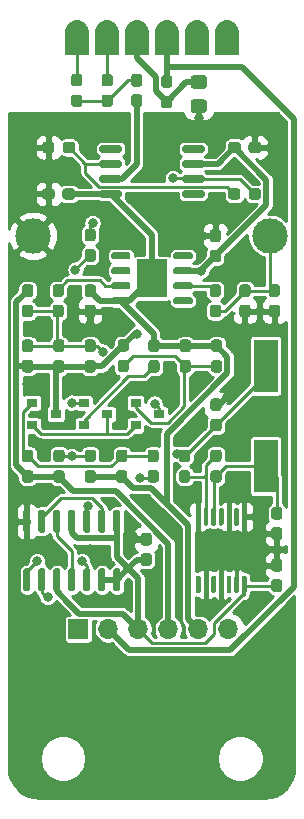
<source format=gtl>
G04 #@! TF.GenerationSoftware,KiCad,Pcbnew,(5.1.10)-1*
G04 #@! TF.CreationDate,2021-11-26T17:39:24+01:00*
G04 #@! TF.ProjectId,Transmitter,5472616e-736d-4697-9474-65722e6b6963,rev?*
G04 #@! TF.SameCoordinates,Original*
G04 #@! TF.FileFunction,Copper,L1,Top*
G04 #@! TF.FilePolarity,Positive*
%FSLAX46Y46*%
G04 Gerber Fmt 4.6, Leading zero omitted, Abs format (unit mm)*
G04 Created by KiCad (PCBNEW (5.1.10)-1) date 2021-11-26 17:39:24*
%MOMM*%
%LPD*%
G01*
G04 APERTURE LIST*
G04 #@! TA.AperFunction,SMDPad,CuDef*
%ADD10R,2.000000X4.500000*%
G04 #@! TD*
G04 #@! TA.AperFunction,ComponentPad*
%ADD11R,2.514000X3.200000*%
G04 #@! TD*
G04 #@! TA.AperFunction,ComponentPad*
%ADD12C,0.100000*%
G04 #@! TD*
G04 #@! TA.AperFunction,SMDPad,CuDef*
%ADD13R,0.900000X0.800000*%
G04 #@! TD*
G04 #@! TA.AperFunction,ComponentPad*
%ADD14C,3.000000*%
G04 #@! TD*
G04 #@! TA.AperFunction,ComponentPad*
%ADD15O,1.700000X1.700000*%
G04 #@! TD*
G04 #@! TA.AperFunction,ComponentPad*
%ADD16R,1.700000X1.700000*%
G04 #@! TD*
G04 #@! TA.AperFunction,ViaPad*
%ADD17C,0.800000*%
G04 #@! TD*
G04 #@! TA.AperFunction,Conductor*
%ADD18C,0.500000*%
G04 #@! TD*
G04 #@! TA.AperFunction,Conductor*
%ADD19C,0.250000*%
G04 #@! TD*
G04 #@! TA.AperFunction,Conductor*
%ADD20C,0.254000*%
G04 #@! TD*
G04 #@! TA.AperFunction,Conductor*
%ADD21C,0.100000*%
G04 #@! TD*
G04 APERTURE END LIST*
G04 #@! TA.AperFunction,SMDPad,CuDef*
G36*
G01*
X146549999Y-76450000D02*
X147450001Y-76450000D01*
G75*
G02*
X147700000Y-76699999I0J-249999D01*
G01*
X147700000Y-77350001D01*
G75*
G02*
X147450001Y-77600000I-249999J0D01*
G01*
X146549999Y-77600000D01*
G75*
G02*
X146300000Y-77350001I0J249999D01*
G01*
X146300000Y-76699999D01*
G75*
G02*
X146549999Y-76450000I249999J0D01*
G01*
G37*
G04 #@! TD.AperFunction*
G04 #@! TA.AperFunction,SMDPad,CuDef*
G36*
G01*
X146549999Y-74400000D02*
X147450001Y-74400000D01*
G75*
G02*
X147700000Y-74649999I0J-249999D01*
G01*
X147700000Y-75300001D01*
G75*
G02*
X147450001Y-75550000I-249999J0D01*
G01*
X146549999Y-75550000D01*
G75*
G02*
X146300000Y-75300001I0J249999D01*
G01*
X146300000Y-74649999D01*
G75*
G02*
X146549999Y-74400000I249999J0D01*
G01*
G37*
G04 #@! TD.AperFunction*
G04 #@! TA.AperFunction,SMDPad,CuDef*
G36*
G01*
X135387500Y-97825000D02*
X134912500Y-97825000D01*
G75*
G02*
X134675000Y-97587500I0J237500D01*
G01*
X134675000Y-97012500D01*
G75*
G02*
X134912500Y-96775000I237500J0D01*
G01*
X135387500Y-96775000D01*
G75*
G02*
X135625000Y-97012500I0J-237500D01*
G01*
X135625000Y-97587500D01*
G75*
G02*
X135387500Y-97825000I-237500J0D01*
G01*
G37*
G04 #@! TD.AperFunction*
G04 #@! TA.AperFunction,SMDPad,CuDef*
G36*
G01*
X135387500Y-99575000D02*
X134912500Y-99575000D01*
G75*
G02*
X134675000Y-99337500I0J237500D01*
G01*
X134675000Y-98762500D01*
G75*
G02*
X134912500Y-98525000I237500J0D01*
G01*
X135387500Y-98525000D01*
G75*
G02*
X135625000Y-98762500I0J-237500D01*
G01*
X135625000Y-99337500D01*
G75*
G02*
X135387500Y-99575000I-237500J0D01*
G01*
G37*
G04 #@! TD.AperFunction*
G04 #@! TA.AperFunction,SMDPad,CuDef*
G36*
G01*
X153162500Y-93825000D02*
X153637500Y-93825000D01*
G75*
G02*
X153875000Y-94062500I0J-237500D01*
G01*
X153875000Y-94662500D01*
G75*
G02*
X153637500Y-94900000I-237500J0D01*
G01*
X153162500Y-94900000D01*
G75*
G02*
X152925000Y-94662500I0J237500D01*
G01*
X152925000Y-94062500D01*
G75*
G02*
X153162500Y-93825000I237500J0D01*
G01*
G37*
G04 #@! TD.AperFunction*
G04 #@! TA.AperFunction,SMDPad,CuDef*
G36*
G01*
X153162500Y-92100000D02*
X153637500Y-92100000D01*
G75*
G02*
X153875000Y-92337500I0J-237500D01*
G01*
X153875000Y-92937500D01*
G75*
G02*
X153637500Y-93175000I-237500J0D01*
G01*
X153162500Y-93175000D01*
G75*
G02*
X152925000Y-92937500I0J237500D01*
G01*
X152925000Y-92337500D01*
G75*
G02*
X153162500Y-92100000I237500J0D01*
G01*
G37*
G04 #@! TD.AperFunction*
D10*
X152650000Y-99000000D03*
X152650000Y-107500000D03*
G04 #@! TA.AperFunction,SMDPad,CuDef*
G36*
G01*
X139580499Y-89845000D02*
X139580499Y-89545000D01*
G75*
G02*
X139730499Y-89395000I150000J0D01*
G01*
X141055499Y-89395000D01*
G75*
G02*
X141205499Y-89545000I0J-150000D01*
G01*
X141205499Y-89845000D01*
G75*
G02*
X141055499Y-89995000I-150000J0D01*
G01*
X139730499Y-89995000D01*
G75*
G02*
X139580499Y-89845000I0J150000D01*
G01*
G37*
G04 #@! TD.AperFunction*
G04 #@! TA.AperFunction,SMDPad,CuDef*
G36*
G01*
X139580499Y-91115000D02*
X139580499Y-90815000D01*
G75*
G02*
X139730499Y-90665000I150000J0D01*
G01*
X141055499Y-90665000D01*
G75*
G02*
X141205499Y-90815000I0J-150000D01*
G01*
X141205499Y-91115000D01*
G75*
G02*
X141055499Y-91265000I-150000J0D01*
G01*
X139730499Y-91265000D01*
G75*
G02*
X139580499Y-91115000I0J150000D01*
G01*
G37*
G04 #@! TD.AperFunction*
G04 #@! TA.AperFunction,SMDPad,CuDef*
G36*
G01*
X139580499Y-92385000D02*
X139580499Y-92085000D01*
G75*
G02*
X139730499Y-91935000I150000J0D01*
G01*
X141055499Y-91935000D01*
G75*
G02*
X141205499Y-92085000I0J-150000D01*
G01*
X141205499Y-92385000D01*
G75*
G02*
X141055499Y-92535000I-150000J0D01*
G01*
X139730499Y-92535000D01*
G75*
G02*
X139580499Y-92385000I0J150000D01*
G01*
G37*
G04 #@! TD.AperFunction*
G04 #@! TA.AperFunction,SMDPad,CuDef*
G36*
G01*
X139580499Y-93655000D02*
X139580499Y-93355000D01*
G75*
G02*
X139730499Y-93205000I150000J0D01*
G01*
X141055499Y-93205000D01*
G75*
G02*
X141205499Y-93355000I0J-150000D01*
G01*
X141205499Y-93655000D01*
G75*
G02*
X141055499Y-93805000I-150000J0D01*
G01*
X139730499Y-93805000D01*
G75*
G02*
X139580499Y-93655000I0J150000D01*
G01*
G37*
G04 #@! TD.AperFunction*
G04 #@! TA.AperFunction,SMDPad,CuDef*
G36*
G01*
X144855499Y-93655000D02*
X144855499Y-93355000D01*
G75*
G02*
X145005499Y-93205000I150000J0D01*
G01*
X146330499Y-93205000D01*
G75*
G02*
X146480499Y-93355000I0J-150000D01*
G01*
X146480499Y-93655000D01*
G75*
G02*
X146330499Y-93805000I-150000J0D01*
G01*
X145005499Y-93805000D01*
G75*
G02*
X144855499Y-93655000I0J150000D01*
G01*
G37*
G04 #@! TD.AperFunction*
G04 #@! TA.AperFunction,SMDPad,CuDef*
G36*
G01*
X144855499Y-92385000D02*
X144855499Y-92085000D01*
G75*
G02*
X145005499Y-91935000I150000J0D01*
G01*
X146330499Y-91935000D01*
G75*
G02*
X146480499Y-92085000I0J-150000D01*
G01*
X146480499Y-92385000D01*
G75*
G02*
X146330499Y-92535000I-150000J0D01*
G01*
X145005499Y-92535000D01*
G75*
G02*
X144855499Y-92385000I0J150000D01*
G01*
G37*
G04 #@! TD.AperFunction*
G04 #@! TA.AperFunction,SMDPad,CuDef*
G36*
G01*
X144855499Y-91115000D02*
X144855499Y-90815000D01*
G75*
G02*
X145005499Y-90665000I150000J0D01*
G01*
X146330499Y-90665000D01*
G75*
G02*
X146480499Y-90815000I0J-150000D01*
G01*
X146480499Y-91115000D01*
G75*
G02*
X146330499Y-91265000I-150000J0D01*
G01*
X145005499Y-91265000D01*
G75*
G02*
X144855499Y-91115000I0J150000D01*
G01*
G37*
G04 #@! TD.AperFunction*
G04 #@! TA.AperFunction,SMDPad,CuDef*
G36*
G01*
X144855499Y-89845000D02*
X144855499Y-89545000D01*
G75*
G02*
X145005499Y-89395000I150000J0D01*
G01*
X146330499Y-89395000D01*
G75*
G02*
X146480499Y-89545000I0J-150000D01*
G01*
X146480499Y-89845000D01*
G75*
G02*
X146330499Y-89995000I-150000J0D01*
G01*
X145005499Y-89995000D01*
G75*
G02*
X144855499Y-89845000I0J150000D01*
G01*
G37*
G04 #@! TD.AperFunction*
D11*
X143030499Y-91600000D03*
G04 #@! TA.AperFunction,SMDPad,CuDef*
G36*
G01*
X145580499Y-80795000D02*
X145580499Y-80495000D01*
G75*
G02*
X145730499Y-80345000I150000J0D01*
G01*
X147330499Y-80345000D01*
G75*
G02*
X147480499Y-80495000I0J-150000D01*
G01*
X147480499Y-80795000D01*
G75*
G02*
X147330499Y-80945000I-150000J0D01*
G01*
X145730499Y-80945000D01*
G75*
G02*
X145580499Y-80795000I0J150000D01*
G01*
G37*
G04 #@! TD.AperFunction*
G04 #@! TA.AperFunction,SMDPad,CuDef*
G36*
G01*
X145580499Y-82065000D02*
X145580499Y-81765000D01*
G75*
G02*
X145730499Y-81615000I150000J0D01*
G01*
X147330499Y-81615000D01*
G75*
G02*
X147480499Y-81765000I0J-150000D01*
G01*
X147480499Y-82065000D01*
G75*
G02*
X147330499Y-82215000I-150000J0D01*
G01*
X145730499Y-82215000D01*
G75*
G02*
X145580499Y-82065000I0J150000D01*
G01*
G37*
G04 #@! TD.AperFunction*
G04 #@! TA.AperFunction,SMDPad,CuDef*
G36*
G01*
X145580499Y-83335000D02*
X145580499Y-83035000D01*
G75*
G02*
X145730499Y-82885000I150000J0D01*
G01*
X147330499Y-82885000D01*
G75*
G02*
X147480499Y-83035000I0J-150000D01*
G01*
X147480499Y-83335000D01*
G75*
G02*
X147330499Y-83485000I-150000J0D01*
G01*
X145730499Y-83485000D01*
G75*
G02*
X145580499Y-83335000I0J150000D01*
G01*
G37*
G04 #@! TD.AperFunction*
G04 #@! TA.AperFunction,SMDPad,CuDef*
G36*
G01*
X145580499Y-84605000D02*
X145580499Y-84305000D01*
G75*
G02*
X145730499Y-84155000I150000J0D01*
G01*
X147330499Y-84155000D01*
G75*
G02*
X147480499Y-84305000I0J-150000D01*
G01*
X147480499Y-84605000D01*
G75*
G02*
X147330499Y-84755000I-150000J0D01*
G01*
X145730499Y-84755000D01*
G75*
G02*
X145580499Y-84605000I0J150000D01*
G01*
G37*
G04 #@! TD.AperFunction*
G04 #@! TA.AperFunction,SMDPad,CuDef*
G36*
G01*
X138580499Y-84605000D02*
X138580499Y-84305000D01*
G75*
G02*
X138730499Y-84155000I150000J0D01*
G01*
X140330499Y-84155000D01*
G75*
G02*
X140480499Y-84305000I0J-150000D01*
G01*
X140480499Y-84605000D01*
G75*
G02*
X140330499Y-84755000I-150000J0D01*
G01*
X138730499Y-84755000D01*
G75*
G02*
X138580499Y-84605000I0J150000D01*
G01*
G37*
G04 #@! TD.AperFunction*
G04 #@! TA.AperFunction,SMDPad,CuDef*
G36*
G01*
X138580499Y-83335000D02*
X138580499Y-83035000D01*
G75*
G02*
X138730499Y-82885000I150000J0D01*
G01*
X140330499Y-82885000D01*
G75*
G02*
X140480499Y-83035000I0J-150000D01*
G01*
X140480499Y-83335000D01*
G75*
G02*
X140330499Y-83485000I-150000J0D01*
G01*
X138730499Y-83485000D01*
G75*
G02*
X138580499Y-83335000I0J150000D01*
G01*
G37*
G04 #@! TD.AperFunction*
G04 #@! TA.AperFunction,SMDPad,CuDef*
G36*
G01*
X138580499Y-82065000D02*
X138580499Y-81765000D01*
G75*
G02*
X138730499Y-81615000I150000J0D01*
G01*
X140330499Y-81615000D01*
G75*
G02*
X140480499Y-81765000I0J-150000D01*
G01*
X140480499Y-82065000D01*
G75*
G02*
X140330499Y-82215000I-150000J0D01*
G01*
X138730499Y-82215000D01*
G75*
G02*
X138580499Y-82065000I0J150000D01*
G01*
G37*
G04 #@! TD.AperFunction*
G04 #@! TA.AperFunction,SMDPad,CuDef*
G36*
G01*
X138580499Y-80795000D02*
X138580499Y-80495000D01*
G75*
G02*
X138730499Y-80345000I150000J0D01*
G01*
X140330499Y-80345000D01*
G75*
G02*
X140480499Y-80495000I0J-150000D01*
G01*
X140480499Y-80795000D01*
G75*
G02*
X140330499Y-80945000I-150000J0D01*
G01*
X138730499Y-80945000D01*
G75*
G02*
X138580499Y-80795000I0J150000D01*
G01*
G37*
G04 #@! TD.AperFunction*
G04 #@! TA.AperFunction,SMDPad,CuDef*
G36*
G01*
X139910000Y-116150000D02*
X140210000Y-116150000D01*
G75*
G02*
X140360000Y-116300000I0J-150000D01*
G01*
X140360000Y-117950000D01*
G75*
G02*
X140210000Y-118100000I-150000J0D01*
G01*
X139910000Y-118100000D01*
G75*
G02*
X139760000Y-117950000I0J150000D01*
G01*
X139760000Y-116300000D01*
G75*
G02*
X139910000Y-116150000I150000J0D01*
G01*
G37*
G04 #@! TD.AperFunction*
G04 #@! TA.AperFunction,SMDPad,CuDef*
G36*
G01*
X138640000Y-116150000D02*
X138940000Y-116150000D01*
G75*
G02*
X139090000Y-116300000I0J-150000D01*
G01*
X139090000Y-117950000D01*
G75*
G02*
X138940000Y-118100000I-150000J0D01*
G01*
X138640000Y-118100000D01*
G75*
G02*
X138490000Y-117950000I0J150000D01*
G01*
X138490000Y-116300000D01*
G75*
G02*
X138640000Y-116150000I150000J0D01*
G01*
G37*
G04 #@! TD.AperFunction*
G04 #@! TA.AperFunction,SMDPad,CuDef*
G36*
G01*
X137370000Y-116150000D02*
X137670000Y-116150000D01*
G75*
G02*
X137820000Y-116300000I0J-150000D01*
G01*
X137820000Y-117950000D01*
G75*
G02*
X137670000Y-118100000I-150000J0D01*
G01*
X137370000Y-118100000D01*
G75*
G02*
X137220000Y-117950000I0J150000D01*
G01*
X137220000Y-116300000D01*
G75*
G02*
X137370000Y-116150000I150000J0D01*
G01*
G37*
G04 #@! TD.AperFunction*
G04 #@! TA.AperFunction,SMDPad,CuDef*
G36*
G01*
X136100000Y-116150000D02*
X136400000Y-116150000D01*
G75*
G02*
X136550000Y-116300000I0J-150000D01*
G01*
X136550000Y-117950000D01*
G75*
G02*
X136400000Y-118100000I-150000J0D01*
G01*
X136100000Y-118100000D01*
G75*
G02*
X135950000Y-117950000I0J150000D01*
G01*
X135950000Y-116300000D01*
G75*
G02*
X136100000Y-116150000I150000J0D01*
G01*
G37*
G04 #@! TD.AperFunction*
G04 #@! TA.AperFunction,SMDPad,CuDef*
G36*
G01*
X134830000Y-116150000D02*
X135130000Y-116150000D01*
G75*
G02*
X135280000Y-116300000I0J-150000D01*
G01*
X135280000Y-117950000D01*
G75*
G02*
X135130000Y-118100000I-150000J0D01*
G01*
X134830000Y-118100000D01*
G75*
G02*
X134680000Y-117950000I0J150000D01*
G01*
X134680000Y-116300000D01*
G75*
G02*
X134830000Y-116150000I150000J0D01*
G01*
G37*
G04 #@! TD.AperFunction*
G04 #@! TA.AperFunction,SMDPad,CuDef*
G36*
G01*
X133560000Y-116150000D02*
X133860000Y-116150000D01*
G75*
G02*
X134010000Y-116300000I0J-150000D01*
G01*
X134010000Y-117950000D01*
G75*
G02*
X133860000Y-118100000I-150000J0D01*
G01*
X133560000Y-118100000D01*
G75*
G02*
X133410000Y-117950000I0J150000D01*
G01*
X133410000Y-116300000D01*
G75*
G02*
X133560000Y-116150000I150000J0D01*
G01*
G37*
G04 #@! TD.AperFunction*
G04 #@! TA.AperFunction,SMDPad,CuDef*
G36*
G01*
X132290000Y-116150000D02*
X132590000Y-116150000D01*
G75*
G02*
X132740000Y-116300000I0J-150000D01*
G01*
X132740000Y-117950000D01*
G75*
G02*
X132590000Y-118100000I-150000J0D01*
G01*
X132290000Y-118100000D01*
G75*
G02*
X132140000Y-117950000I0J150000D01*
G01*
X132140000Y-116300000D01*
G75*
G02*
X132290000Y-116150000I150000J0D01*
G01*
G37*
G04 #@! TD.AperFunction*
G04 #@! TA.AperFunction,SMDPad,CuDef*
G36*
G01*
X132290000Y-111200000D02*
X132590000Y-111200000D01*
G75*
G02*
X132740000Y-111350000I0J-150000D01*
G01*
X132740000Y-113000000D01*
G75*
G02*
X132590000Y-113150000I-150000J0D01*
G01*
X132290000Y-113150000D01*
G75*
G02*
X132140000Y-113000000I0J150000D01*
G01*
X132140000Y-111350000D01*
G75*
G02*
X132290000Y-111200000I150000J0D01*
G01*
G37*
G04 #@! TD.AperFunction*
G04 #@! TA.AperFunction,SMDPad,CuDef*
G36*
G01*
X133560000Y-111200000D02*
X133860000Y-111200000D01*
G75*
G02*
X134010000Y-111350000I0J-150000D01*
G01*
X134010000Y-113000000D01*
G75*
G02*
X133860000Y-113150000I-150000J0D01*
G01*
X133560000Y-113150000D01*
G75*
G02*
X133410000Y-113000000I0J150000D01*
G01*
X133410000Y-111350000D01*
G75*
G02*
X133560000Y-111200000I150000J0D01*
G01*
G37*
G04 #@! TD.AperFunction*
G04 #@! TA.AperFunction,SMDPad,CuDef*
G36*
G01*
X134830000Y-111200000D02*
X135130000Y-111200000D01*
G75*
G02*
X135280000Y-111350000I0J-150000D01*
G01*
X135280000Y-113000000D01*
G75*
G02*
X135130000Y-113150000I-150000J0D01*
G01*
X134830000Y-113150000D01*
G75*
G02*
X134680000Y-113000000I0J150000D01*
G01*
X134680000Y-111350000D01*
G75*
G02*
X134830000Y-111200000I150000J0D01*
G01*
G37*
G04 #@! TD.AperFunction*
G04 #@! TA.AperFunction,SMDPad,CuDef*
G36*
G01*
X136100000Y-111200000D02*
X136400000Y-111200000D01*
G75*
G02*
X136550000Y-111350000I0J-150000D01*
G01*
X136550000Y-113000000D01*
G75*
G02*
X136400000Y-113150000I-150000J0D01*
G01*
X136100000Y-113150000D01*
G75*
G02*
X135950000Y-113000000I0J150000D01*
G01*
X135950000Y-111350000D01*
G75*
G02*
X136100000Y-111200000I150000J0D01*
G01*
G37*
G04 #@! TD.AperFunction*
G04 #@! TA.AperFunction,SMDPad,CuDef*
G36*
G01*
X137370000Y-111200000D02*
X137670000Y-111200000D01*
G75*
G02*
X137820000Y-111350000I0J-150000D01*
G01*
X137820000Y-113000000D01*
G75*
G02*
X137670000Y-113150000I-150000J0D01*
G01*
X137370000Y-113150000D01*
G75*
G02*
X137220000Y-113000000I0J150000D01*
G01*
X137220000Y-111350000D01*
G75*
G02*
X137370000Y-111200000I150000J0D01*
G01*
G37*
G04 #@! TD.AperFunction*
G04 #@! TA.AperFunction,SMDPad,CuDef*
G36*
G01*
X138640000Y-111200000D02*
X138940000Y-111200000D01*
G75*
G02*
X139090000Y-111350000I0J-150000D01*
G01*
X139090000Y-113000000D01*
G75*
G02*
X138940000Y-113150000I-150000J0D01*
G01*
X138640000Y-113150000D01*
G75*
G02*
X138490000Y-113000000I0J150000D01*
G01*
X138490000Y-111350000D01*
G75*
G02*
X138640000Y-111200000I150000J0D01*
G01*
G37*
G04 #@! TD.AperFunction*
G04 #@! TA.AperFunction,SMDPad,CuDef*
G36*
G01*
X139910000Y-111200000D02*
X140210000Y-111200000D01*
G75*
G02*
X140360000Y-111350000I0J-150000D01*
G01*
X140360000Y-113000000D01*
G75*
G02*
X140210000Y-113150000I-150000J0D01*
G01*
X139910000Y-113150000D01*
G75*
G02*
X139760000Y-113000000I0J150000D01*
G01*
X139760000Y-111350000D01*
G75*
G02*
X139910000Y-111200000I150000J0D01*
G01*
G37*
G04 #@! TD.AperFunction*
G04 #@! TA.AperFunction,ComponentPad*
D12*
G36*
X135681000Y-72717000D02*
G01*
X135681000Y-70717000D01*
X135682205Y-70717000D01*
X135682205Y-70667932D01*
X135691823Y-70570270D01*
X135710969Y-70474020D01*
X135739456Y-70380110D01*
X135777011Y-70289445D01*
X135823271Y-70202897D01*
X135877792Y-70121301D01*
X135940049Y-70045441D01*
X136009441Y-69976049D01*
X136085301Y-69913792D01*
X136166897Y-69859271D01*
X136253445Y-69813011D01*
X136344110Y-69775456D01*
X136438020Y-69746969D01*
X136534270Y-69727823D01*
X136631932Y-69718205D01*
X136730068Y-69718205D01*
X136827730Y-69727823D01*
X136923980Y-69746969D01*
X137017890Y-69775456D01*
X137108555Y-69813011D01*
X137195103Y-69859271D01*
X137276699Y-69913792D01*
X137352559Y-69976049D01*
X137421951Y-70045441D01*
X137484208Y-70121301D01*
X137538729Y-70202897D01*
X137584989Y-70289445D01*
X137622544Y-70380110D01*
X137651031Y-70474020D01*
X137670177Y-70570270D01*
X137679795Y-70667932D01*
X137679795Y-70717000D01*
X137681000Y-70717000D01*
X137681000Y-72717000D01*
X135681000Y-72717000D01*
G37*
G04 #@! TD.AperFunction*
G04 #@! TA.AperFunction,ComponentPad*
G36*
X138221000Y-72717000D02*
G01*
X138221000Y-70717000D01*
X138222205Y-70717000D01*
X138222205Y-70667932D01*
X138231823Y-70570270D01*
X138250969Y-70474020D01*
X138279456Y-70380110D01*
X138317011Y-70289445D01*
X138363271Y-70202897D01*
X138417792Y-70121301D01*
X138480049Y-70045441D01*
X138549441Y-69976049D01*
X138625301Y-69913792D01*
X138706897Y-69859271D01*
X138793445Y-69813011D01*
X138884110Y-69775456D01*
X138978020Y-69746969D01*
X139074270Y-69727823D01*
X139171932Y-69718205D01*
X139270068Y-69718205D01*
X139367730Y-69727823D01*
X139463980Y-69746969D01*
X139557890Y-69775456D01*
X139648555Y-69813011D01*
X139735103Y-69859271D01*
X139816699Y-69913792D01*
X139892559Y-69976049D01*
X139961951Y-70045441D01*
X140024208Y-70121301D01*
X140078729Y-70202897D01*
X140124989Y-70289445D01*
X140162544Y-70380110D01*
X140191031Y-70474020D01*
X140210177Y-70570270D01*
X140219795Y-70667932D01*
X140219795Y-70717000D01*
X140221000Y-70717000D01*
X140221000Y-72717000D01*
X138221000Y-72717000D01*
G37*
G04 #@! TD.AperFunction*
G04 #@! TA.AperFunction,ComponentPad*
G36*
X140761000Y-72717000D02*
G01*
X140761000Y-70717000D01*
X140762205Y-70717000D01*
X140762205Y-70667932D01*
X140771823Y-70570270D01*
X140790969Y-70474020D01*
X140819456Y-70380110D01*
X140857011Y-70289445D01*
X140903271Y-70202897D01*
X140957792Y-70121301D01*
X141020049Y-70045441D01*
X141089441Y-69976049D01*
X141165301Y-69913792D01*
X141246897Y-69859271D01*
X141333445Y-69813011D01*
X141424110Y-69775456D01*
X141518020Y-69746969D01*
X141614270Y-69727823D01*
X141711932Y-69718205D01*
X141810068Y-69718205D01*
X141907730Y-69727823D01*
X142003980Y-69746969D01*
X142097890Y-69775456D01*
X142188555Y-69813011D01*
X142275103Y-69859271D01*
X142356699Y-69913792D01*
X142432559Y-69976049D01*
X142501951Y-70045441D01*
X142564208Y-70121301D01*
X142618729Y-70202897D01*
X142664989Y-70289445D01*
X142702544Y-70380110D01*
X142731031Y-70474020D01*
X142750177Y-70570270D01*
X142759795Y-70667932D01*
X142759795Y-70717000D01*
X142761000Y-70717000D01*
X142761000Y-72717000D01*
X140761000Y-72717000D01*
G37*
G04 #@! TD.AperFunction*
G04 #@! TA.AperFunction,ComponentPad*
G36*
X143301000Y-72717000D02*
G01*
X143301000Y-70717000D01*
X143302205Y-70717000D01*
X143302205Y-70667932D01*
X143311823Y-70570270D01*
X143330969Y-70474020D01*
X143359456Y-70380110D01*
X143397011Y-70289445D01*
X143443271Y-70202897D01*
X143497792Y-70121301D01*
X143560049Y-70045441D01*
X143629441Y-69976049D01*
X143705301Y-69913792D01*
X143786897Y-69859271D01*
X143873445Y-69813011D01*
X143964110Y-69775456D01*
X144058020Y-69746969D01*
X144154270Y-69727823D01*
X144251932Y-69718205D01*
X144350068Y-69718205D01*
X144447730Y-69727823D01*
X144543980Y-69746969D01*
X144637890Y-69775456D01*
X144728555Y-69813011D01*
X144815103Y-69859271D01*
X144896699Y-69913792D01*
X144972559Y-69976049D01*
X145041951Y-70045441D01*
X145104208Y-70121301D01*
X145158729Y-70202897D01*
X145204989Y-70289445D01*
X145242544Y-70380110D01*
X145271031Y-70474020D01*
X145290177Y-70570270D01*
X145299795Y-70667932D01*
X145299795Y-70717000D01*
X145301000Y-70717000D01*
X145301000Y-72717000D01*
X143301000Y-72717000D01*
G37*
G04 #@! TD.AperFunction*
G04 #@! TA.AperFunction,ComponentPad*
G36*
X145841000Y-72717000D02*
G01*
X145841000Y-70717000D01*
X145842205Y-70717000D01*
X145842205Y-70667932D01*
X145851823Y-70570270D01*
X145870969Y-70474020D01*
X145899456Y-70380110D01*
X145937011Y-70289445D01*
X145983271Y-70202897D01*
X146037792Y-70121301D01*
X146100049Y-70045441D01*
X146169441Y-69976049D01*
X146245301Y-69913792D01*
X146326897Y-69859271D01*
X146413445Y-69813011D01*
X146504110Y-69775456D01*
X146598020Y-69746969D01*
X146694270Y-69727823D01*
X146791932Y-69718205D01*
X146890068Y-69718205D01*
X146987730Y-69727823D01*
X147083980Y-69746969D01*
X147177890Y-69775456D01*
X147268555Y-69813011D01*
X147355103Y-69859271D01*
X147436699Y-69913792D01*
X147512559Y-69976049D01*
X147581951Y-70045441D01*
X147644208Y-70121301D01*
X147698729Y-70202897D01*
X147744989Y-70289445D01*
X147782544Y-70380110D01*
X147811031Y-70474020D01*
X147830177Y-70570270D01*
X147839795Y-70667932D01*
X147839795Y-70717000D01*
X147841000Y-70717000D01*
X147841000Y-72717000D01*
X145841000Y-72717000D01*
G37*
G04 #@! TD.AperFunction*
G04 #@! TA.AperFunction,ComponentPad*
G36*
X148381000Y-72717000D02*
G01*
X148381000Y-70717000D01*
X148382205Y-70717000D01*
X148382205Y-70667932D01*
X148391823Y-70570270D01*
X148410969Y-70474020D01*
X148439456Y-70380110D01*
X148477011Y-70289445D01*
X148523271Y-70202897D01*
X148577792Y-70121301D01*
X148640049Y-70045441D01*
X148709441Y-69976049D01*
X148785301Y-69913792D01*
X148866897Y-69859271D01*
X148953445Y-69813011D01*
X149044110Y-69775456D01*
X149138020Y-69746969D01*
X149234270Y-69727823D01*
X149331932Y-69718205D01*
X149430068Y-69718205D01*
X149527730Y-69727823D01*
X149623980Y-69746969D01*
X149717890Y-69775456D01*
X149808555Y-69813011D01*
X149895103Y-69859271D01*
X149976699Y-69913792D01*
X150052559Y-69976049D01*
X150121951Y-70045441D01*
X150184208Y-70121301D01*
X150238729Y-70202897D01*
X150284989Y-70289445D01*
X150322544Y-70380110D01*
X150351031Y-70474020D01*
X150370177Y-70570270D01*
X150379795Y-70667932D01*
X150379795Y-70717000D01*
X150381000Y-70717000D01*
X150381000Y-72717000D01*
X148381000Y-72717000D01*
G37*
G04 #@! TD.AperFunction*
G04 #@! TA.AperFunction,SMDPad,CuDef*
G36*
G01*
X150750000Y-116775000D02*
X150950000Y-116775000D01*
G75*
G02*
X151050000Y-116875000I0J-100000D01*
G01*
X151050000Y-118150000D01*
G75*
G02*
X150950000Y-118250000I-100000J0D01*
G01*
X150750000Y-118250000D01*
G75*
G02*
X150650000Y-118150000I0J100000D01*
G01*
X150650000Y-116875000D01*
G75*
G02*
X150750000Y-116775000I100000J0D01*
G01*
G37*
G04 #@! TD.AperFunction*
G04 #@! TA.AperFunction,SMDPad,CuDef*
G36*
G01*
X150100000Y-116775000D02*
X150300000Y-116775000D01*
G75*
G02*
X150400000Y-116875000I0J-100000D01*
G01*
X150400000Y-118150000D01*
G75*
G02*
X150300000Y-118250000I-100000J0D01*
G01*
X150100000Y-118250000D01*
G75*
G02*
X150000000Y-118150000I0J100000D01*
G01*
X150000000Y-116875000D01*
G75*
G02*
X150100000Y-116775000I100000J0D01*
G01*
G37*
G04 #@! TD.AperFunction*
G04 #@! TA.AperFunction,SMDPad,CuDef*
G36*
G01*
X149450000Y-116775000D02*
X149650000Y-116775000D01*
G75*
G02*
X149750000Y-116875000I0J-100000D01*
G01*
X149750000Y-118150000D01*
G75*
G02*
X149650000Y-118250000I-100000J0D01*
G01*
X149450000Y-118250000D01*
G75*
G02*
X149350000Y-118150000I0J100000D01*
G01*
X149350000Y-116875000D01*
G75*
G02*
X149450000Y-116775000I100000J0D01*
G01*
G37*
G04 #@! TD.AperFunction*
G04 #@! TA.AperFunction,SMDPad,CuDef*
G36*
G01*
X148800000Y-116775000D02*
X149000000Y-116775000D01*
G75*
G02*
X149100000Y-116875000I0J-100000D01*
G01*
X149100000Y-118150000D01*
G75*
G02*
X149000000Y-118250000I-100000J0D01*
G01*
X148800000Y-118250000D01*
G75*
G02*
X148700000Y-118150000I0J100000D01*
G01*
X148700000Y-116875000D01*
G75*
G02*
X148800000Y-116775000I100000J0D01*
G01*
G37*
G04 #@! TD.AperFunction*
G04 #@! TA.AperFunction,SMDPad,CuDef*
G36*
G01*
X148150000Y-116775000D02*
X148350000Y-116775000D01*
G75*
G02*
X148450000Y-116875000I0J-100000D01*
G01*
X148450000Y-118150000D01*
G75*
G02*
X148350000Y-118250000I-100000J0D01*
G01*
X148150000Y-118250000D01*
G75*
G02*
X148050000Y-118150000I0J100000D01*
G01*
X148050000Y-116875000D01*
G75*
G02*
X148150000Y-116775000I100000J0D01*
G01*
G37*
G04 #@! TD.AperFunction*
G04 #@! TA.AperFunction,SMDPad,CuDef*
G36*
G01*
X147500000Y-116775000D02*
X147700000Y-116775000D01*
G75*
G02*
X147800000Y-116875000I0J-100000D01*
G01*
X147800000Y-118150000D01*
G75*
G02*
X147700000Y-118250000I-100000J0D01*
G01*
X147500000Y-118250000D01*
G75*
G02*
X147400000Y-118150000I0J100000D01*
G01*
X147400000Y-116875000D01*
G75*
G02*
X147500000Y-116775000I100000J0D01*
G01*
G37*
G04 #@! TD.AperFunction*
G04 #@! TA.AperFunction,SMDPad,CuDef*
G36*
G01*
X146850000Y-116775000D02*
X147050000Y-116775000D01*
G75*
G02*
X147150000Y-116875000I0J-100000D01*
G01*
X147150000Y-118150000D01*
G75*
G02*
X147050000Y-118250000I-100000J0D01*
G01*
X146850000Y-118250000D01*
G75*
G02*
X146750000Y-118150000I0J100000D01*
G01*
X146750000Y-116875000D01*
G75*
G02*
X146850000Y-116775000I100000J0D01*
G01*
G37*
G04 #@! TD.AperFunction*
G04 #@! TA.AperFunction,SMDPad,CuDef*
G36*
G01*
X146850000Y-111050000D02*
X147050000Y-111050000D01*
G75*
G02*
X147150000Y-111150000I0J-100000D01*
G01*
X147150000Y-112425000D01*
G75*
G02*
X147050000Y-112525000I-100000J0D01*
G01*
X146850000Y-112525000D01*
G75*
G02*
X146750000Y-112425000I0J100000D01*
G01*
X146750000Y-111150000D01*
G75*
G02*
X146850000Y-111050000I100000J0D01*
G01*
G37*
G04 #@! TD.AperFunction*
G04 #@! TA.AperFunction,SMDPad,CuDef*
G36*
G01*
X147500000Y-111050000D02*
X147700000Y-111050000D01*
G75*
G02*
X147800000Y-111150000I0J-100000D01*
G01*
X147800000Y-112425000D01*
G75*
G02*
X147700000Y-112525000I-100000J0D01*
G01*
X147500000Y-112525000D01*
G75*
G02*
X147400000Y-112425000I0J100000D01*
G01*
X147400000Y-111150000D01*
G75*
G02*
X147500000Y-111050000I100000J0D01*
G01*
G37*
G04 #@! TD.AperFunction*
G04 #@! TA.AperFunction,SMDPad,CuDef*
G36*
G01*
X148150000Y-111050000D02*
X148350000Y-111050000D01*
G75*
G02*
X148450000Y-111150000I0J-100000D01*
G01*
X148450000Y-112425000D01*
G75*
G02*
X148350000Y-112525000I-100000J0D01*
G01*
X148150000Y-112525000D01*
G75*
G02*
X148050000Y-112425000I0J100000D01*
G01*
X148050000Y-111150000D01*
G75*
G02*
X148150000Y-111050000I100000J0D01*
G01*
G37*
G04 #@! TD.AperFunction*
G04 #@! TA.AperFunction,SMDPad,CuDef*
G36*
G01*
X148800000Y-111050000D02*
X149000000Y-111050000D01*
G75*
G02*
X149100000Y-111150000I0J-100000D01*
G01*
X149100000Y-112425000D01*
G75*
G02*
X149000000Y-112525000I-100000J0D01*
G01*
X148800000Y-112525000D01*
G75*
G02*
X148700000Y-112425000I0J100000D01*
G01*
X148700000Y-111150000D01*
G75*
G02*
X148800000Y-111050000I100000J0D01*
G01*
G37*
G04 #@! TD.AperFunction*
G04 #@! TA.AperFunction,SMDPad,CuDef*
G36*
G01*
X149450000Y-111050000D02*
X149650000Y-111050000D01*
G75*
G02*
X149750000Y-111150000I0J-100000D01*
G01*
X149750000Y-112425000D01*
G75*
G02*
X149650000Y-112525000I-100000J0D01*
G01*
X149450000Y-112525000D01*
G75*
G02*
X149350000Y-112425000I0J100000D01*
G01*
X149350000Y-111150000D01*
G75*
G02*
X149450000Y-111050000I100000J0D01*
G01*
G37*
G04 #@! TD.AperFunction*
G04 #@! TA.AperFunction,SMDPad,CuDef*
G36*
G01*
X150100000Y-111050000D02*
X150300000Y-111050000D01*
G75*
G02*
X150400000Y-111150000I0J-100000D01*
G01*
X150400000Y-112425000D01*
G75*
G02*
X150300000Y-112525000I-100000J0D01*
G01*
X150100000Y-112525000D01*
G75*
G02*
X150000000Y-112425000I0J100000D01*
G01*
X150000000Y-111150000D01*
G75*
G02*
X150100000Y-111050000I100000J0D01*
G01*
G37*
G04 #@! TD.AperFunction*
G04 #@! TA.AperFunction,SMDPad,CuDef*
G36*
G01*
X150750000Y-111050000D02*
X150950000Y-111050000D01*
G75*
G02*
X151050000Y-111150000I0J-100000D01*
G01*
X151050000Y-112425000D01*
G75*
G02*
X150950000Y-112525000I-100000J0D01*
G01*
X150750000Y-112525000D01*
G75*
G02*
X150650000Y-112425000I0J100000D01*
G01*
X150650000Y-111150000D01*
G75*
G02*
X150750000Y-111050000I100000J0D01*
G01*
G37*
G04 #@! TD.AperFunction*
G04 #@! TA.AperFunction,SMDPad,CuDef*
G36*
G01*
X148737500Y-97825000D02*
X148262500Y-97825000D01*
G75*
G02*
X148025000Y-97587500I0J237500D01*
G01*
X148025000Y-97012500D01*
G75*
G02*
X148262500Y-96775000I237500J0D01*
G01*
X148737500Y-96775000D01*
G75*
G02*
X148975000Y-97012500I0J-237500D01*
G01*
X148975000Y-97587500D01*
G75*
G02*
X148737500Y-97825000I-237500J0D01*
G01*
G37*
G04 #@! TD.AperFunction*
G04 #@! TA.AperFunction,SMDPad,CuDef*
G36*
G01*
X148737500Y-99575000D02*
X148262500Y-99575000D01*
G75*
G02*
X148025000Y-99337500I0J237500D01*
G01*
X148025000Y-98762500D01*
G75*
G02*
X148262500Y-98525000I237500J0D01*
G01*
X148737500Y-98525000D01*
G75*
G02*
X148975000Y-98762500I0J-237500D01*
G01*
X148975000Y-99337500D01*
G75*
G02*
X148737500Y-99575000I-237500J0D01*
G01*
G37*
G04 #@! TD.AperFunction*
G04 #@! TA.AperFunction,SMDPad,CuDef*
G36*
G01*
X140362500Y-98500000D02*
X140837500Y-98500000D01*
G75*
G02*
X141075000Y-98737500I0J-237500D01*
G01*
X141075000Y-99312500D01*
G75*
G02*
X140837500Y-99550000I-237500J0D01*
G01*
X140362500Y-99550000D01*
G75*
G02*
X140125000Y-99312500I0J237500D01*
G01*
X140125000Y-98737500D01*
G75*
G02*
X140362500Y-98500000I237500J0D01*
G01*
G37*
G04 #@! TD.AperFunction*
G04 #@! TA.AperFunction,SMDPad,CuDef*
G36*
G01*
X140362500Y-96750000D02*
X140837500Y-96750000D01*
G75*
G02*
X141075000Y-96987500I0J-237500D01*
G01*
X141075000Y-97562500D01*
G75*
G02*
X140837500Y-97800000I-237500J0D01*
G01*
X140362500Y-97800000D01*
G75*
G02*
X140125000Y-97562500I0J237500D01*
G01*
X140125000Y-96987500D01*
G75*
G02*
X140362500Y-96750000I237500J0D01*
G01*
G37*
G04 #@! TD.AperFunction*
G04 #@! TA.AperFunction,SMDPad,CuDef*
G36*
G01*
X143437500Y-97825000D02*
X142962500Y-97825000D01*
G75*
G02*
X142725000Y-97587500I0J237500D01*
G01*
X142725000Y-97012500D01*
G75*
G02*
X142962500Y-96775000I237500J0D01*
G01*
X143437500Y-96775000D01*
G75*
G02*
X143675000Y-97012500I0J-237500D01*
G01*
X143675000Y-97587500D01*
G75*
G02*
X143437500Y-97825000I-237500J0D01*
G01*
G37*
G04 #@! TD.AperFunction*
G04 #@! TA.AperFunction,SMDPad,CuDef*
G36*
G01*
X143437500Y-99575000D02*
X142962500Y-99575000D01*
G75*
G02*
X142725000Y-99337500I0J237500D01*
G01*
X142725000Y-98762500D01*
G75*
G02*
X142962500Y-98525000I237500J0D01*
G01*
X143437500Y-98525000D01*
G75*
G02*
X143675000Y-98762500I0J-237500D01*
G01*
X143675000Y-99337500D01*
G75*
G02*
X143437500Y-99575000I-237500J0D01*
G01*
G37*
G04 #@! TD.AperFunction*
G04 #@! TA.AperFunction,SMDPad,CuDef*
G36*
G01*
X138037500Y-97825000D02*
X137562500Y-97825000D01*
G75*
G02*
X137325000Y-97587500I0J237500D01*
G01*
X137325000Y-97012500D01*
G75*
G02*
X137562500Y-96775000I237500J0D01*
G01*
X138037500Y-96775000D01*
G75*
G02*
X138275000Y-97012500I0J-237500D01*
G01*
X138275000Y-97587500D01*
G75*
G02*
X138037500Y-97825000I-237500J0D01*
G01*
G37*
G04 #@! TD.AperFunction*
G04 #@! TA.AperFunction,SMDPad,CuDef*
G36*
G01*
X138037500Y-99575000D02*
X137562500Y-99575000D01*
G75*
G02*
X137325000Y-99337500I0J237500D01*
G01*
X137325000Y-98762500D01*
G75*
G02*
X137562500Y-98525000I237500J0D01*
G01*
X138037500Y-98525000D01*
G75*
G02*
X138275000Y-98762500I0J-237500D01*
G01*
X138275000Y-99337500D01*
G75*
G02*
X138037500Y-99575000I-237500J0D01*
G01*
G37*
G04 #@! TD.AperFunction*
G04 #@! TA.AperFunction,SMDPad,CuDef*
G36*
G01*
X137579166Y-107850000D02*
X138054166Y-107850000D01*
G75*
G02*
X138291666Y-108087500I0J-237500D01*
G01*
X138291666Y-108662500D01*
G75*
G02*
X138054166Y-108900000I-237500J0D01*
G01*
X137579166Y-108900000D01*
G75*
G02*
X137341666Y-108662500I0J237500D01*
G01*
X137341666Y-108087500D01*
G75*
G02*
X137579166Y-107850000I237500J0D01*
G01*
G37*
G04 #@! TD.AperFunction*
G04 #@! TA.AperFunction,SMDPad,CuDef*
G36*
G01*
X137579166Y-106100000D02*
X138054166Y-106100000D01*
G75*
G02*
X138291666Y-106337500I0J-237500D01*
G01*
X138291666Y-106912500D01*
G75*
G02*
X138054166Y-107150000I-237500J0D01*
G01*
X137579166Y-107150000D01*
G75*
G02*
X137341666Y-106912500I0J237500D01*
G01*
X137341666Y-106337500D01*
G75*
G02*
X137579166Y-106100000I237500J0D01*
G01*
G37*
G04 #@! TD.AperFunction*
G04 #@! TA.AperFunction,SMDPad,CuDef*
G36*
G01*
X135395833Y-107150000D02*
X134920833Y-107150000D01*
G75*
G02*
X134683333Y-106912500I0J237500D01*
G01*
X134683333Y-106337500D01*
G75*
G02*
X134920833Y-106100000I237500J0D01*
G01*
X135395833Y-106100000D01*
G75*
G02*
X135633333Y-106337500I0J-237500D01*
G01*
X135633333Y-106912500D01*
G75*
G02*
X135395833Y-107150000I-237500J0D01*
G01*
G37*
G04 #@! TD.AperFunction*
G04 #@! TA.AperFunction,SMDPad,CuDef*
G36*
G01*
X135395833Y-108900000D02*
X134920833Y-108900000D01*
G75*
G02*
X134683333Y-108662500I0J237500D01*
G01*
X134683333Y-108087500D01*
G75*
G02*
X134920833Y-107850000I237500J0D01*
G01*
X135395833Y-107850000D01*
G75*
G02*
X135633333Y-108087500I0J-237500D01*
G01*
X135633333Y-108662500D01*
G75*
G02*
X135395833Y-108900000I-237500J0D01*
G01*
G37*
G04 #@! TD.AperFunction*
G04 #@! TA.AperFunction,SMDPad,CuDef*
G36*
G01*
X140237499Y-107850000D02*
X140712499Y-107850000D01*
G75*
G02*
X140949999Y-108087500I0J-237500D01*
G01*
X140949999Y-108662500D01*
G75*
G02*
X140712499Y-108900000I-237500J0D01*
G01*
X140237499Y-108900000D01*
G75*
G02*
X139999999Y-108662500I0J237500D01*
G01*
X139999999Y-108087500D01*
G75*
G02*
X140237499Y-107850000I237500J0D01*
G01*
G37*
G04 #@! TD.AperFunction*
G04 #@! TA.AperFunction,SMDPad,CuDef*
G36*
G01*
X140237499Y-106100000D02*
X140712499Y-106100000D01*
G75*
G02*
X140949999Y-106337500I0J-237500D01*
G01*
X140949999Y-106912500D01*
G75*
G02*
X140712499Y-107150000I-237500J0D01*
G01*
X140237499Y-107150000D01*
G75*
G02*
X139999999Y-106912500I0J237500D01*
G01*
X139999999Y-106337500D01*
G75*
G02*
X140237499Y-106100000I237500J0D01*
G01*
G37*
G04 #@! TD.AperFunction*
G04 #@! TA.AperFunction,SMDPad,CuDef*
G36*
G01*
X132737500Y-107150000D02*
X132262500Y-107150000D01*
G75*
G02*
X132025000Y-106912500I0J237500D01*
G01*
X132025000Y-106337500D01*
G75*
G02*
X132262500Y-106100000I237500J0D01*
G01*
X132737500Y-106100000D01*
G75*
G02*
X132975000Y-106337500I0J-237500D01*
G01*
X132975000Y-106912500D01*
G75*
G02*
X132737500Y-107150000I-237500J0D01*
G01*
G37*
G04 #@! TD.AperFunction*
G04 #@! TA.AperFunction,SMDPad,CuDef*
G36*
G01*
X132737500Y-108900000D02*
X132262500Y-108900000D01*
G75*
G02*
X132025000Y-108662500I0J237500D01*
G01*
X132025000Y-108087500D01*
G75*
G02*
X132262500Y-107850000I237500J0D01*
G01*
X132737500Y-107850000D01*
G75*
G02*
X132975000Y-108087500I0J-237500D01*
G01*
X132975000Y-108662500D01*
G75*
G02*
X132737500Y-108900000I-237500J0D01*
G01*
G37*
G04 #@! TD.AperFunction*
G04 #@! TA.AperFunction,SMDPad,CuDef*
G36*
G01*
X150526000Y-84217500D02*
X150526000Y-84692500D01*
G75*
G02*
X150288500Y-84930000I-237500J0D01*
G01*
X149713500Y-84930000D01*
G75*
G02*
X149476000Y-84692500I0J237500D01*
G01*
X149476000Y-84217500D01*
G75*
G02*
X149713500Y-83980000I237500J0D01*
G01*
X150288500Y-83980000D01*
G75*
G02*
X150526000Y-84217500I0J-237500D01*
G01*
G37*
G04 #@! TD.AperFunction*
G04 #@! TA.AperFunction,SMDPad,CuDef*
G36*
G01*
X152276000Y-84217500D02*
X152276000Y-84692500D01*
G75*
G02*
X152038500Y-84930000I-237500J0D01*
G01*
X151463500Y-84930000D01*
G75*
G02*
X151226000Y-84692500I0J237500D01*
G01*
X151226000Y-84217500D01*
G75*
G02*
X151463500Y-83980000I237500J0D01*
G01*
X152038500Y-83980000D01*
G75*
G02*
X152276000Y-84217500I0J-237500D01*
G01*
G37*
G04 #@! TD.AperFunction*
G04 #@! TA.AperFunction,SMDPad,CuDef*
G36*
G01*
X135478000Y-80755500D02*
X135478000Y-80280500D01*
G75*
G02*
X135715500Y-80043000I237500J0D01*
G01*
X136290500Y-80043000D01*
G75*
G02*
X136528000Y-80280500I0J-237500D01*
G01*
X136528000Y-80755500D01*
G75*
G02*
X136290500Y-80993000I-237500J0D01*
G01*
X135715500Y-80993000D01*
G75*
G02*
X135478000Y-80755500I0J237500D01*
G01*
G37*
G04 #@! TD.AperFunction*
G04 #@! TA.AperFunction,SMDPad,CuDef*
G36*
G01*
X133728000Y-80755500D02*
X133728000Y-80280500D01*
G75*
G02*
X133965500Y-80043000I237500J0D01*
G01*
X134540500Y-80043000D01*
G75*
G02*
X134778000Y-80280500I0J-237500D01*
G01*
X134778000Y-80755500D01*
G75*
G02*
X134540500Y-80993000I-237500J0D01*
G01*
X133965500Y-80993000D01*
G75*
G02*
X133728000Y-80755500I0J237500D01*
G01*
G37*
G04 #@! TD.AperFunction*
G04 #@! TA.AperFunction,SMDPad,CuDef*
G36*
G01*
X136414500Y-76042000D02*
X136889500Y-76042000D01*
G75*
G02*
X137127000Y-76279500I0J-237500D01*
G01*
X137127000Y-76854500D01*
G75*
G02*
X136889500Y-77092000I-237500J0D01*
G01*
X136414500Y-77092000D01*
G75*
G02*
X136177000Y-76854500I0J237500D01*
G01*
X136177000Y-76279500D01*
G75*
G02*
X136414500Y-76042000I237500J0D01*
G01*
G37*
G04 #@! TD.AperFunction*
G04 #@! TA.AperFunction,SMDPad,CuDef*
G36*
G01*
X136414500Y-74292000D02*
X136889500Y-74292000D01*
G75*
G02*
X137127000Y-74529500I0J-237500D01*
G01*
X137127000Y-75104500D01*
G75*
G02*
X136889500Y-75342000I-237500J0D01*
G01*
X136414500Y-75342000D01*
G75*
G02*
X136177000Y-75104500I0J237500D01*
G01*
X136177000Y-74529500D01*
G75*
G02*
X136414500Y-74292000I237500J0D01*
G01*
G37*
G04 #@! TD.AperFunction*
G04 #@! TA.AperFunction,SMDPad,CuDef*
G36*
G01*
X139487500Y-75342000D02*
X139012500Y-75342000D01*
G75*
G02*
X138775000Y-75104500I0J237500D01*
G01*
X138775000Y-74529500D01*
G75*
G02*
X139012500Y-74292000I237500J0D01*
G01*
X139487500Y-74292000D01*
G75*
G02*
X139725000Y-74529500I0J-237500D01*
G01*
X139725000Y-75104500D01*
G75*
G02*
X139487500Y-75342000I-237500J0D01*
G01*
G37*
G04 #@! TD.AperFunction*
G04 #@! TA.AperFunction,SMDPad,CuDef*
G36*
G01*
X139487500Y-77092000D02*
X139012500Y-77092000D01*
G75*
G02*
X138775000Y-76854500I0J237500D01*
G01*
X138775000Y-76279500D01*
G75*
G02*
X139012500Y-76042000I237500J0D01*
G01*
X139487500Y-76042000D01*
G75*
G02*
X139725000Y-76279500I0J-237500D01*
G01*
X139725000Y-76854500D01*
G75*
G02*
X139487500Y-77092000I-237500J0D01*
G01*
G37*
G04 #@! TD.AperFunction*
G04 #@! TA.AperFunction,SMDPad,CuDef*
G36*
G01*
X146029165Y-107150000D02*
X145554165Y-107150000D01*
G75*
G02*
X145316665Y-106912500I0J237500D01*
G01*
X145316665Y-106337500D01*
G75*
G02*
X145554165Y-106100000I237500J0D01*
G01*
X146029165Y-106100000D01*
G75*
G02*
X146266665Y-106337500I0J-237500D01*
G01*
X146266665Y-106912500D01*
G75*
G02*
X146029165Y-107150000I-237500J0D01*
G01*
G37*
G04 #@! TD.AperFunction*
G04 #@! TA.AperFunction,SMDPad,CuDef*
G36*
G01*
X146029165Y-108900000D02*
X145554165Y-108900000D01*
G75*
G02*
X145316665Y-108662500I0J237500D01*
G01*
X145316665Y-108087500D01*
G75*
G02*
X145554165Y-107850000I237500J0D01*
G01*
X146029165Y-107850000D01*
G75*
G02*
X146266665Y-108087500I0J-237500D01*
G01*
X146266665Y-108662500D01*
G75*
G02*
X146029165Y-108900000I-237500J0D01*
G01*
G37*
G04 #@! TD.AperFunction*
G04 #@! TA.AperFunction,SMDPad,CuDef*
G36*
G01*
X148687500Y-107150000D02*
X148212500Y-107150000D01*
G75*
G02*
X147975000Y-106912500I0J237500D01*
G01*
X147975000Y-106337500D01*
G75*
G02*
X148212500Y-106100000I237500J0D01*
G01*
X148687500Y-106100000D01*
G75*
G02*
X148925000Y-106337500I0J-237500D01*
G01*
X148925000Y-106912500D01*
G75*
G02*
X148687500Y-107150000I-237500J0D01*
G01*
G37*
G04 #@! TD.AperFunction*
G04 #@! TA.AperFunction,SMDPad,CuDef*
G36*
G01*
X148687500Y-108900000D02*
X148212500Y-108900000D01*
G75*
G02*
X147975000Y-108662500I0J237500D01*
G01*
X147975000Y-108087500D01*
G75*
G02*
X148212500Y-107850000I237500J0D01*
G01*
X148687500Y-107850000D01*
G75*
G02*
X148925000Y-108087500I0J-237500D01*
G01*
X148925000Y-108662500D01*
G75*
G02*
X148687500Y-108900000I-237500J0D01*
G01*
G37*
G04 #@! TD.AperFunction*
D13*
X143650000Y-103100000D03*
X141650000Y-104050000D03*
X141650000Y-102150000D03*
X139250000Y-103100000D03*
X137250000Y-104050000D03*
X137250000Y-102150000D03*
X134900000Y-103100000D03*
X132900000Y-104050000D03*
X132900000Y-102150000D03*
D14*
X132950000Y-88000000D03*
X153000000Y-88000000D03*
D15*
X149500000Y-121300000D03*
X146960000Y-121300000D03*
X144420000Y-121300000D03*
X141880000Y-121300000D03*
X139340000Y-121300000D03*
D16*
X136800000Y-121300000D03*
G04 #@! TA.AperFunction,SMDPad,CuDef*
G36*
G01*
X150662500Y-93825000D02*
X151137500Y-93825000D01*
G75*
G02*
X151375000Y-94062500I0J-237500D01*
G01*
X151375000Y-94662500D01*
G75*
G02*
X151137500Y-94900000I-237500J0D01*
G01*
X150662500Y-94900000D01*
G75*
G02*
X150425000Y-94662500I0J237500D01*
G01*
X150425000Y-94062500D01*
G75*
G02*
X150662500Y-93825000I237500J0D01*
G01*
G37*
G04 #@! TD.AperFunction*
G04 #@! TA.AperFunction,SMDPad,CuDef*
G36*
G01*
X150662500Y-92100000D02*
X151137500Y-92100000D01*
G75*
G02*
X151375000Y-92337500I0J-237500D01*
G01*
X151375000Y-92937500D01*
G75*
G02*
X151137500Y-93175000I-237500J0D01*
G01*
X150662500Y-93175000D01*
G75*
G02*
X150425000Y-92937500I0J237500D01*
G01*
X150425000Y-92337500D01*
G75*
G02*
X150662500Y-92100000I237500J0D01*
G01*
G37*
G04 #@! TD.AperFunction*
G04 #@! TA.AperFunction,SMDPad,CuDef*
G36*
G01*
X138037500Y-93175000D02*
X137562500Y-93175000D01*
G75*
G02*
X137325000Y-92937500I0J237500D01*
G01*
X137325000Y-92337500D01*
G75*
G02*
X137562500Y-92100000I237500J0D01*
G01*
X138037500Y-92100000D01*
G75*
G02*
X138275000Y-92337500I0J-237500D01*
G01*
X138275000Y-92937500D01*
G75*
G02*
X138037500Y-93175000I-237500J0D01*
G01*
G37*
G04 #@! TD.AperFunction*
G04 #@! TA.AperFunction,SMDPad,CuDef*
G36*
G01*
X138037500Y-94900000D02*
X137562500Y-94900000D01*
G75*
G02*
X137325000Y-94662500I0J237500D01*
G01*
X137325000Y-94062500D01*
G75*
G02*
X137562500Y-93825000I237500J0D01*
G01*
X138037500Y-93825000D01*
G75*
G02*
X138275000Y-94062500I0J-237500D01*
G01*
X138275000Y-94662500D01*
G75*
G02*
X138037500Y-94900000I-237500J0D01*
G01*
G37*
G04 #@! TD.AperFunction*
G04 #@! TA.AperFunction,SMDPad,CuDef*
G36*
G01*
X148637500Y-93175000D02*
X148162500Y-93175000D01*
G75*
G02*
X147925000Y-92937500I0J237500D01*
G01*
X147925000Y-92337500D01*
G75*
G02*
X148162500Y-92100000I237500J0D01*
G01*
X148637500Y-92100000D01*
G75*
G02*
X148875000Y-92337500I0J-237500D01*
G01*
X148875000Y-92937500D01*
G75*
G02*
X148637500Y-93175000I-237500J0D01*
G01*
G37*
G04 #@! TD.AperFunction*
G04 #@! TA.AperFunction,SMDPad,CuDef*
G36*
G01*
X148637500Y-94900000D02*
X148162500Y-94900000D01*
G75*
G02*
X147925000Y-94662500I0J237500D01*
G01*
X147925000Y-94062500D01*
G75*
G02*
X148162500Y-93825000I237500J0D01*
G01*
X148637500Y-93825000D01*
G75*
G02*
X148875000Y-94062500I0J-237500D01*
G01*
X148875000Y-94662500D01*
G75*
G02*
X148637500Y-94900000I-237500J0D01*
G01*
G37*
G04 #@! TD.AperFunction*
G04 #@! TA.AperFunction,SMDPad,CuDef*
G36*
G01*
X148162500Y-89175000D02*
X148637500Y-89175000D01*
G75*
G02*
X148875000Y-89412500I0J-237500D01*
G01*
X148875000Y-90012500D01*
G75*
G02*
X148637500Y-90250000I-237500J0D01*
G01*
X148162500Y-90250000D01*
G75*
G02*
X147925000Y-90012500I0J237500D01*
G01*
X147925000Y-89412500D01*
G75*
G02*
X148162500Y-89175000I237500J0D01*
G01*
G37*
G04 #@! TD.AperFunction*
G04 #@! TA.AperFunction,SMDPad,CuDef*
G36*
G01*
X148162500Y-87450000D02*
X148637500Y-87450000D01*
G75*
G02*
X148875000Y-87687500I0J-237500D01*
G01*
X148875000Y-88287500D01*
G75*
G02*
X148637500Y-88525000I-237500J0D01*
G01*
X148162500Y-88525000D01*
G75*
G02*
X147925000Y-88287500I0J237500D01*
G01*
X147925000Y-87687500D01*
G75*
G02*
X148162500Y-87450000I237500J0D01*
G01*
G37*
G04 #@! TD.AperFunction*
G04 #@! TA.AperFunction,SMDPad,CuDef*
G36*
G01*
X134862500Y-93825000D02*
X135337500Y-93825000D01*
G75*
G02*
X135575000Y-94062500I0J-237500D01*
G01*
X135575000Y-94662500D01*
G75*
G02*
X135337500Y-94900000I-237500J0D01*
G01*
X134862500Y-94900000D01*
G75*
G02*
X134625000Y-94662500I0J237500D01*
G01*
X134625000Y-94062500D01*
G75*
G02*
X134862500Y-93825000I237500J0D01*
G01*
G37*
G04 #@! TD.AperFunction*
G04 #@! TA.AperFunction,SMDPad,CuDef*
G36*
G01*
X134862500Y-92100000D02*
X135337500Y-92100000D01*
G75*
G02*
X135575000Y-92337500I0J-237500D01*
G01*
X135575000Y-92937500D01*
G75*
G02*
X135337500Y-93175000I-237500J0D01*
G01*
X134862500Y-93175000D01*
G75*
G02*
X134625000Y-92937500I0J237500D01*
G01*
X134625000Y-92337500D01*
G75*
G02*
X134862500Y-92100000I237500J0D01*
G01*
G37*
G04 #@! TD.AperFunction*
G04 #@! TA.AperFunction,SMDPad,CuDef*
G36*
G01*
X132262500Y-93825000D02*
X132737500Y-93825000D01*
G75*
G02*
X132975000Y-94062500I0J-237500D01*
G01*
X132975000Y-94662500D01*
G75*
G02*
X132737500Y-94900000I-237500J0D01*
G01*
X132262500Y-94900000D01*
G75*
G02*
X132025000Y-94662500I0J237500D01*
G01*
X132025000Y-94062500D01*
G75*
G02*
X132262500Y-93825000I237500J0D01*
G01*
G37*
G04 #@! TD.AperFunction*
G04 #@! TA.AperFunction,SMDPad,CuDef*
G36*
G01*
X132262500Y-92100000D02*
X132737500Y-92100000D01*
G75*
G02*
X132975000Y-92337500I0J-237500D01*
G01*
X132975000Y-92937500D01*
G75*
G02*
X132737500Y-93175000I-237500J0D01*
G01*
X132262500Y-93175000D01*
G75*
G02*
X132025000Y-92937500I0J237500D01*
G01*
X132025000Y-92337500D01*
G75*
G02*
X132262500Y-92100000I237500J0D01*
G01*
G37*
G04 #@! TD.AperFunction*
G04 #@! TA.AperFunction,SMDPad,CuDef*
G36*
G01*
X146087500Y-97850000D02*
X145612500Y-97850000D01*
G75*
G02*
X145375000Y-97612500I0J237500D01*
G01*
X145375000Y-97012500D01*
G75*
G02*
X145612500Y-96775000I237500J0D01*
G01*
X146087500Y-96775000D01*
G75*
G02*
X146325000Y-97012500I0J-237500D01*
G01*
X146325000Y-97612500D01*
G75*
G02*
X146087500Y-97850000I-237500J0D01*
G01*
G37*
G04 #@! TD.AperFunction*
G04 #@! TA.AperFunction,SMDPad,CuDef*
G36*
G01*
X146087500Y-99575000D02*
X145612500Y-99575000D01*
G75*
G02*
X145375000Y-99337500I0J237500D01*
G01*
X145375000Y-98737500D01*
G75*
G02*
X145612500Y-98500000I237500J0D01*
G01*
X146087500Y-98500000D01*
G75*
G02*
X146325000Y-98737500I0J-237500D01*
G01*
X146325000Y-99337500D01*
G75*
G02*
X146087500Y-99575000I-237500J0D01*
G01*
G37*
G04 #@! TD.AperFunction*
G04 #@! TA.AperFunction,SMDPad,CuDef*
G36*
G01*
X132737500Y-97850000D02*
X132262500Y-97850000D01*
G75*
G02*
X132025000Y-97612500I0J237500D01*
G01*
X132025000Y-97012500D01*
G75*
G02*
X132262500Y-96775000I237500J0D01*
G01*
X132737500Y-96775000D01*
G75*
G02*
X132975000Y-97012500I0J-237500D01*
G01*
X132975000Y-97612500D01*
G75*
G02*
X132737500Y-97850000I-237500J0D01*
G01*
G37*
G04 #@! TD.AperFunction*
G04 #@! TA.AperFunction,SMDPad,CuDef*
G36*
G01*
X132737500Y-99575000D02*
X132262500Y-99575000D01*
G75*
G02*
X132025000Y-99337500I0J237500D01*
G01*
X132025000Y-98737500D01*
G75*
G02*
X132262500Y-98500000I237500J0D01*
G01*
X132737500Y-98500000D01*
G75*
G02*
X132975000Y-98737500I0J-237500D01*
G01*
X132975000Y-99337500D01*
G75*
G02*
X132737500Y-99575000I-237500J0D01*
G01*
G37*
G04 #@! TD.AperFunction*
G04 #@! TA.AperFunction,SMDPad,CuDef*
G36*
G01*
X138037500Y-88475000D02*
X137562500Y-88475000D01*
G75*
G02*
X137325000Y-88237500I0J237500D01*
G01*
X137325000Y-87637500D01*
G75*
G02*
X137562500Y-87400000I237500J0D01*
G01*
X138037500Y-87400000D01*
G75*
G02*
X138275000Y-87637500I0J-237500D01*
G01*
X138275000Y-88237500D01*
G75*
G02*
X138037500Y-88475000I-237500J0D01*
G01*
G37*
G04 #@! TD.AperFunction*
G04 #@! TA.AperFunction,SMDPad,CuDef*
G36*
G01*
X138037500Y-90200000D02*
X137562500Y-90200000D01*
G75*
G02*
X137325000Y-89962500I0J237500D01*
G01*
X137325000Y-89362500D01*
G75*
G02*
X137562500Y-89125000I237500J0D01*
G01*
X138037500Y-89125000D01*
G75*
G02*
X138275000Y-89362500I0J-237500D01*
G01*
X138275000Y-89962500D01*
G75*
G02*
X138037500Y-90200000I-237500J0D01*
G01*
G37*
G04 #@! TD.AperFunction*
G04 #@! TA.AperFunction,SMDPad,CuDef*
G36*
G01*
X142895832Y-107825000D02*
X143370832Y-107825000D01*
G75*
G02*
X143608332Y-108062500I0J-237500D01*
G01*
X143608332Y-108662500D01*
G75*
G02*
X143370832Y-108900000I-237500J0D01*
G01*
X142895832Y-108900000D01*
G75*
G02*
X142658332Y-108662500I0J237500D01*
G01*
X142658332Y-108062500D01*
G75*
G02*
X142895832Y-107825000I237500J0D01*
G01*
G37*
G04 #@! TD.AperFunction*
G04 #@! TA.AperFunction,SMDPad,CuDef*
G36*
G01*
X142895832Y-106100000D02*
X143370832Y-106100000D01*
G75*
G02*
X143608332Y-106337500I0J-237500D01*
G01*
X143608332Y-106937500D01*
G75*
G02*
X143370832Y-107175000I-237500J0D01*
G01*
X142895832Y-107175000D01*
G75*
G02*
X142658332Y-106937500I0J237500D01*
G01*
X142658332Y-106337500D01*
G75*
G02*
X142895832Y-106100000I237500J0D01*
G01*
G37*
G04 #@! TD.AperFunction*
G04 #@! TA.AperFunction,SMDPad,CuDef*
G36*
G01*
X135453000Y-84692500D02*
X135453000Y-84217500D01*
G75*
G02*
X135690500Y-83980000I237500J0D01*
G01*
X136290500Y-83980000D01*
G75*
G02*
X136528000Y-84217500I0J-237500D01*
G01*
X136528000Y-84692500D01*
G75*
G02*
X136290500Y-84930000I-237500J0D01*
G01*
X135690500Y-84930000D01*
G75*
G02*
X135453000Y-84692500I0J237500D01*
G01*
G37*
G04 #@! TD.AperFunction*
G04 #@! TA.AperFunction,SMDPad,CuDef*
G36*
G01*
X133728000Y-84692500D02*
X133728000Y-84217500D01*
G75*
G02*
X133965500Y-83980000I237500J0D01*
G01*
X134565500Y-83980000D01*
G75*
G02*
X134803000Y-84217500I0J-237500D01*
G01*
X134803000Y-84692500D01*
G75*
G02*
X134565500Y-84930000I-237500J0D01*
G01*
X133965500Y-84930000D01*
G75*
G02*
X133728000Y-84692500I0J237500D01*
G01*
G37*
G04 #@! TD.AperFunction*
G04 #@! TA.AperFunction,SMDPad,CuDef*
G36*
G01*
X150551000Y-80280500D02*
X150551000Y-80755500D01*
G75*
G02*
X150313500Y-80993000I-237500J0D01*
G01*
X149713500Y-80993000D01*
G75*
G02*
X149476000Y-80755500I0J237500D01*
G01*
X149476000Y-80280500D01*
G75*
G02*
X149713500Y-80043000I237500J0D01*
G01*
X150313500Y-80043000D01*
G75*
G02*
X150551000Y-80280500I0J-237500D01*
G01*
G37*
G04 #@! TD.AperFunction*
G04 #@! TA.AperFunction,SMDPad,CuDef*
G36*
G01*
X152276000Y-80280500D02*
X152276000Y-80755500D01*
G75*
G02*
X152038500Y-80993000I-237500J0D01*
G01*
X151438500Y-80993000D01*
G75*
G02*
X151201000Y-80755500I0J237500D01*
G01*
X151201000Y-80280500D01*
G75*
G02*
X151438500Y-80043000I237500J0D01*
G01*
X152038500Y-80043000D01*
G75*
G02*
X152276000Y-80280500I0J-237500D01*
G01*
G37*
G04 #@! TD.AperFunction*
G04 #@! TA.AperFunction,SMDPad,CuDef*
G36*
G01*
X142312500Y-114875000D02*
X142787500Y-114875000D01*
G75*
G02*
X143025000Y-115112500I0J-237500D01*
G01*
X143025000Y-115712500D01*
G75*
G02*
X142787500Y-115950000I-237500J0D01*
G01*
X142312500Y-115950000D01*
G75*
G02*
X142075000Y-115712500I0J237500D01*
G01*
X142075000Y-115112500D01*
G75*
G02*
X142312500Y-114875000I237500J0D01*
G01*
G37*
G04 #@! TD.AperFunction*
G04 #@! TA.AperFunction,SMDPad,CuDef*
G36*
G01*
X142312500Y-113150000D02*
X142787500Y-113150000D01*
G75*
G02*
X143025000Y-113387500I0J-237500D01*
G01*
X143025000Y-113987500D01*
G75*
G02*
X142787500Y-114225000I-237500J0D01*
G01*
X142312500Y-114225000D01*
G75*
G02*
X142075000Y-113987500I0J237500D01*
G01*
X142075000Y-113387500D01*
G75*
G02*
X142312500Y-113150000I237500J0D01*
G01*
G37*
G04 #@! TD.AperFunction*
G04 #@! TA.AperFunction,SMDPad,CuDef*
G36*
G01*
X141969500Y-75367000D02*
X141494500Y-75367000D01*
G75*
G02*
X141257000Y-75129500I0J237500D01*
G01*
X141257000Y-74529500D01*
G75*
G02*
X141494500Y-74292000I237500J0D01*
G01*
X141969500Y-74292000D01*
G75*
G02*
X142207000Y-74529500I0J-237500D01*
G01*
X142207000Y-75129500D01*
G75*
G02*
X141969500Y-75367000I-237500J0D01*
G01*
G37*
G04 #@! TD.AperFunction*
G04 #@! TA.AperFunction,SMDPad,CuDef*
G36*
G01*
X141969500Y-77092000D02*
X141494500Y-77092000D01*
G75*
G02*
X141257000Y-76854500I0J237500D01*
G01*
X141257000Y-76254500D01*
G75*
G02*
X141494500Y-76017000I237500J0D01*
G01*
X141969500Y-76017000D01*
G75*
G02*
X142207000Y-76254500I0J-237500D01*
G01*
X142207000Y-76854500D01*
G75*
G02*
X141969500Y-77092000I-237500J0D01*
G01*
G37*
G04 #@! TD.AperFunction*
G04 #@! TA.AperFunction,SMDPad,CuDef*
G36*
G01*
X148687500Y-102825000D02*
X148212500Y-102825000D01*
G75*
G02*
X147975000Y-102587500I0J237500D01*
G01*
X147975000Y-101987500D01*
G75*
G02*
X148212500Y-101750000I237500J0D01*
G01*
X148687500Y-101750000D01*
G75*
G02*
X148925000Y-101987500I0J-237500D01*
G01*
X148925000Y-102587500D01*
G75*
G02*
X148687500Y-102825000I-237500J0D01*
G01*
G37*
G04 #@! TD.AperFunction*
G04 #@! TA.AperFunction,SMDPad,CuDef*
G36*
G01*
X148687500Y-104550000D02*
X148212500Y-104550000D01*
G75*
G02*
X147975000Y-104312500I0J237500D01*
G01*
X147975000Y-103712500D01*
G75*
G02*
X148212500Y-103475000I237500J0D01*
G01*
X148687500Y-103475000D01*
G75*
G02*
X148925000Y-103712500I0J-237500D01*
G01*
X148925000Y-104312500D01*
G75*
G02*
X148687500Y-104550000I-237500J0D01*
G01*
G37*
G04 #@! TD.AperFunction*
G04 #@! TA.AperFunction,SMDPad,CuDef*
G36*
G01*
X153362500Y-117075000D02*
X153837500Y-117075000D01*
G75*
G02*
X154075000Y-117312500I0J-237500D01*
G01*
X154075000Y-117912500D01*
G75*
G02*
X153837500Y-118150000I-237500J0D01*
G01*
X153362500Y-118150000D01*
G75*
G02*
X153125000Y-117912500I0J237500D01*
G01*
X153125000Y-117312500D01*
G75*
G02*
X153362500Y-117075000I237500J0D01*
G01*
G37*
G04 #@! TD.AperFunction*
G04 #@! TA.AperFunction,SMDPad,CuDef*
G36*
G01*
X153362500Y-115350000D02*
X153837500Y-115350000D01*
G75*
G02*
X154075000Y-115587500I0J-237500D01*
G01*
X154075000Y-116187500D01*
G75*
G02*
X153837500Y-116425000I-237500J0D01*
G01*
X153362500Y-116425000D01*
G75*
G02*
X153125000Y-116187500I0J237500D01*
G01*
X153125000Y-115587500D01*
G75*
G02*
X153362500Y-115350000I237500J0D01*
G01*
G37*
G04 #@! TD.AperFunction*
G04 #@! TA.AperFunction,SMDPad,CuDef*
G36*
G01*
X144034500Y-76117500D02*
X144509500Y-76117500D01*
G75*
G02*
X144747000Y-76355000I0J-237500D01*
G01*
X144747000Y-76955000D01*
G75*
G02*
X144509500Y-77192500I-237500J0D01*
G01*
X144034500Y-77192500D01*
G75*
G02*
X143797000Y-76955000I0J237500D01*
G01*
X143797000Y-76355000D01*
G75*
G02*
X144034500Y-76117500I237500J0D01*
G01*
G37*
G04 #@! TD.AperFunction*
G04 #@! TA.AperFunction,SMDPad,CuDef*
G36*
G01*
X144034500Y-74392500D02*
X144509500Y-74392500D01*
G75*
G02*
X144747000Y-74630000I0J-237500D01*
G01*
X144747000Y-75230000D01*
G75*
G02*
X144509500Y-75467500I-237500J0D01*
G01*
X144034500Y-75467500D01*
G75*
G02*
X143797000Y-75230000I0J237500D01*
G01*
X143797000Y-74630000D01*
G75*
G02*
X144034500Y-74392500I237500J0D01*
G01*
G37*
G04 #@! TD.AperFunction*
G04 #@! TA.AperFunction,SMDPad,CuDef*
G36*
G01*
X153362500Y-112675000D02*
X153837500Y-112675000D01*
G75*
G02*
X154075000Y-112912500I0J-237500D01*
G01*
X154075000Y-113512500D01*
G75*
G02*
X153837500Y-113750000I-237500J0D01*
G01*
X153362500Y-113750000D01*
G75*
G02*
X153125000Y-113512500I0J237500D01*
G01*
X153125000Y-112912500D01*
G75*
G02*
X153362500Y-112675000I237500J0D01*
G01*
G37*
G04 #@! TD.AperFunction*
G04 #@! TA.AperFunction,SMDPad,CuDef*
G36*
G01*
X153362500Y-110950000D02*
X153837500Y-110950000D01*
G75*
G02*
X154075000Y-111187500I0J-237500D01*
G01*
X154075000Y-111787500D01*
G75*
G02*
X153837500Y-112025000I-237500J0D01*
G01*
X153362500Y-112025000D01*
G75*
G02*
X153125000Y-111787500I0J237500D01*
G01*
X153125000Y-111187500D01*
G75*
G02*
X153362500Y-110950000I237500J0D01*
G01*
G37*
G04 #@! TD.AperFunction*
D17*
X146800000Y-110250000D03*
X137750000Y-95450000D03*
X149350000Y-101650000D03*
X147350000Y-88000000D03*
X150800000Y-95700000D03*
X151800000Y-79150000D03*
X151550000Y-119000000D03*
X141450000Y-113400000D03*
X143050000Y-117950000D03*
X144400000Y-112350000D03*
X137775000Y-114525000D03*
X139400000Y-110500000D03*
X133600000Y-105550000D03*
X139125000Y-105600000D03*
X141875000Y-105550000D03*
X145700000Y-105100000D03*
X140550000Y-103100000D03*
X132475000Y-100575000D03*
X139225000Y-99850000D03*
X146875000Y-100400000D03*
X133650000Y-95925000D03*
X148650000Y-91175000D03*
X153500000Y-95900000D03*
X149900000Y-82325000D03*
X149100000Y-114600000D03*
X133400000Y-124800000D03*
X153000000Y-122900000D03*
X154000000Y-85200000D03*
X132100000Y-82500000D03*
X138300000Y-119000000D03*
X147000000Y-78000000D03*
X137600000Y-110900000D03*
X145124253Y-106450000D03*
X147185000Y-90965000D03*
X141750000Y-96300000D03*
X134200000Y-118550000D03*
X142000000Y-108500010D03*
X138000000Y-86900000D03*
X144800000Y-83104990D03*
X136550000Y-90850000D03*
X136225000Y-106625000D03*
X136225000Y-102125000D03*
X138850000Y-97800000D03*
X143250000Y-102200000D03*
X133300000Y-115550000D03*
X137100000Y-115550000D03*
D18*
X153600000Y-115887500D02*
X153600000Y-113262500D01*
D19*
X146950000Y-110400000D02*
X146800000Y-110250000D01*
X146950000Y-111587500D02*
X146950000Y-110400000D01*
D18*
X137800000Y-95400000D02*
X137750000Y-95450000D01*
X137800000Y-94362500D02*
X137800000Y-95400000D01*
X148712500Y-102287500D02*
X149350000Y-101650000D01*
X148450000Y-102287500D02*
X148712500Y-102287500D01*
X147362500Y-87987500D02*
X147350000Y-88000000D01*
X148400000Y-87987500D02*
X147362500Y-87987500D01*
X150900000Y-95600000D02*
X150800000Y-95700000D01*
X150900000Y-94362500D02*
X150900000Y-95600000D01*
X151738500Y-79211500D02*
X151800000Y-79150000D01*
X151738500Y-80518000D02*
X151738500Y-79211500D01*
X141737500Y-113687500D02*
X141450000Y-113400000D01*
X142550000Y-113687500D02*
X141737500Y-113687500D01*
X147000000Y-77025000D02*
X147000000Y-78000000D01*
D19*
X148250000Y-108525000D02*
X148400000Y-108375000D01*
X148250000Y-111587500D02*
X148250000Y-108525000D01*
X149275000Y-107500000D02*
X148400000Y-108375000D01*
X152650000Y-107500000D02*
X149275000Y-107500000D01*
X153600000Y-108450000D02*
X152650000Y-107500000D01*
X153600000Y-111337500D02*
X153600000Y-108450000D01*
X150950000Y-117612500D02*
X150850000Y-117512500D01*
X153600000Y-117612500D02*
X150950000Y-117612500D01*
D18*
X142550000Y-115412500D02*
X141772500Y-115412500D01*
X140060000Y-117125000D02*
X138790000Y-117125000D01*
X141042500Y-116142500D02*
X140060000Y-117125000D01*
X141772500Y-115412500D02*
X141042500Y-116142500D01*
X140060000Y-115160000D02*
X141042500Y-116142500D01*
X140060000Y-114160000D02*
X140060000Y-115160000D01*
D19*
X150850000Y-117512500D02*
X150850000Y-118410998D01*
D18*
X140024990Y-113600010D02*
X140060000Y-113565000D01*
X136700010Y-113600010D02*
X140024990Y-113600010D01*
X136250000Y-112175000D02*
X136250000Y-113150000D01*
X140060000Y-113565000D02*
X140060000Y-114160000D01*
X136250000Y-113150000D02*
X136700010Y-113600010D01*
X140060000Y-112175000D02*
X140060000Y-113565000D01*
X136879999Y-119999999D02*
X140579999Y-119999999D01*
X134980000Y-117125000D02*
X134980000Y-118100000D01*
X140579999Y-119999999D02*
X141880000Y-121300000D01*
X141880000Y-116980000D02*
X141042500Y-116142500D01*
X141880000Y-121300000D02*
X141880000Y-116980000D01*
D19*
X150850000Y-118210998D02*
X148324999Y-120735999D01*
X147524001Y-122475001D02*
X143055001Y-122475001D01*
X143055001Y-122475001D02*
X141880000Y-121300000D01*
X148324999Y-120735999D02*
X148324999Y-121674003D01*
X148324999Y-121674003D02*
X147524001Y-122475001D01*
D18*
X135940000Y-119060000D02*
X136879999Y-119999999D01*
X134980000Y-118100000D02*
X135940000Y-119060000D01*
D19*
X152650000Y-99812500D02*
X152650000Y-99000000D01*
X148450000Y-104012500D02*
X152650000Y-99812500D01*
X145837500Y-106625000D02*
X148450000Y-104012500D01*
X145791665Y-106625000D02*
X145837500Y-106625000D01*
X137520000Y-110980000D02*
X137600000Y-110900000D01*
X137520000Y-112175000D02*
X137520000Y-110980000D01*
X145616665Y-106450000D02*
X145791665Y-106625000D01*
X145124253Y-106450000D02*
X145616665Y-106450000D01*
D18*
X140480499Y-83185000D02*
X139530499Y-83185000D01*
X141732000Y-81933499D02*
X140480499Y-83185000D01*
X141732000Y-76554500D02*
X141732000Y-81933499D01*
D19*
X140392999Y-92235000D02*
X139085000Y-92235000D01*
X135862510Y-91774990D02*
X135000000Y-92637500D01*
X138624990Y-91774990D02*
X135862510Y-91774990D01*
X139085000Y-92235000D02*
X138624990Y-91774990D01*
D18*
X148616500Y-81915000D02*
X150013500Y-80518000D01*
X146530499Y-81915000D02*
X148616500Y-81915000D01*
X145667999Y-90965000D02*
X147185000Y-90965000D01*
X132512500Y-99075000D02*
X132500000Y-99062500D01*
X137500000Y-99075000D02*
X132512500Y-99075000D01*
X135100000Y-108400000D02*
X132500000Y-108400000D01*
X134900000Y-99300000D02*
X135150000Y-99050000D01*
X134900000Y-103100000D02*
X134900000Y-99300000D01*
X132500000Y-92637500D02*
X131549989Y-93587511D01*
X131737500Y-99037500D02*
X131549989Y-98849989D01*
X132500000Y-99037500D02*
X131737500Y-99037500D01*
X131549989Y-98849989D02*
X131549989Y-107424989D01*
X131549989Y-93587511D02*
X131549989Y-98849989D01*
X138825000Y-99050000D02*
X140600000Y-97275000D01*
X137800000Y-99050000D02*
X138825000Y-99050000D01*
X141575000Y-96300000D02*
X140600000Y-97275000D01*
X141750000Y-96300000D02*
X141575000Y-96300000D01*
X147185000Y-90927500D02*
X148400000Y-89712500D01*
X147185000Y-90965000D02*
X147185000Y-90927500D01*
X152726010Y-83230510D02*
X150013500Y-80518000D01*
X152726010Y-85386490D02*
X152726010Y-83230510D01*
X148400000Y-89712500D02*
X152726010Y-85386490D01*
X131549989Y-107424989D02*
X132500000Y-108375000D01*
X135158333Y-108375000D02*
X136383324Y-109599991D01*
X139972279Y-109599991D02*
X144420000Y-114047712D01*
X144420000Y-114047712D02*
X144420000Y-121300000D01*
X136383324Y-109599991D02*
X139972279Y-109599991D01*
D19*
X133625001Y-104775001D02*
X132900000Y-104050000D01*
X141650000Y-104050000D02*
X140924999Y-104775001D01*
X139250000Y-104650000D02*
X139375001Y-104775001D01*
X139250000Y-103100000D02*
X139250000Y-104650000D01*
X139375001Y-104775001D02*
X133625001Y-104775001D01*
X140924999Y-104775001D02*
X139375001Y-104775001D01*
X139250000Y-70746000D02*
X139221000Y-70717000D01*
X139250000Y-74817000D02*
X139250000Y-70746000D01*
D18*
X141761000Y-70717000D02*
X141761000Y-72927000D01*
X143346990Y-75729990D02*
X144272000Y-76655000D01*
X143346990Y-74512990D02*
X143346990Y-75729990D01*
X141761000Y-72927000D02*
X143346990Y-74512990D01*
X144272000Y-70746000D02*
X144301000Y-70717000D01*
D19*
X139250000Y-76567000D02*
X136652000Y-76567000D01*
X140987500Y-74829500D02*
X139250000Y-76567000D01*
X141732000Y-74829500D02*
X140987500Y-74829500D01*
D18*
X135990500Y-84455000D02*
X139530499Y-84455000D01*
X141125499Y-93505000D02*
X143030499Y-91600000D01*
X140392999Y-93505000D02*
X141125499Y-93505000D01*
X143030499Y-87955000D02*
X143030499Y-91600000D01*
X139530499Y-84455000D02*
X143030499Y-87955000D01*
X138667500Y-93505000D02*
X140392999Y-93505000D01*
X137800000Y-92637500D02*
X138667500Y-93505000D01*
X140450000Y-108375000D02*
X137800000Y-108375000D01*
X148500000Y-97300000D02*
X143200000Y-97300000D01*
X143200000Y-96312001D02*
X140392999Y-93505000D01*
X143200000Y-97300000D02*
X143200000Y-96312001D01*
D19*
X140487499Y-106637500D02*
X140474999Y-106625000D01*
X141850000Y-106625000D02*
X141837500Y-106637500D01*
X141837500Y-106637500D02*
X140487499Y-106637500D01*
X143133332Y-106637500D02*
X141837500Y-106637500D01*
X150481000Y-83185000D02*
X146530499Y-83185000D01*
X151751000Y-84455000D02*
X150481000Y-83185000D01*
X132512500Y-97325000D02*
X132500000Y-97337500D01*
X137500000Y-97325000D02*
X132512500Y-97325000D01*
X135000000Y-94362500D02*
X132500000Y-94362500D01*
X135000000Y-94362500D02*
X135000000Y-97325000D01*
X143112500Y-99050000D02*
X143100000Y-99037500D01*
X137250000Y-103664998D02*
X137250000Y-104050000D01*
X141039988Y-99875010D02*
X137250000Y-103664998D01*
X142374990Y-99875010D02*
X141039988Y-99875010D01*
X143200000Y-99050000D02*
X142374990Y-99875010D01*
D18*
X145952000Y-74975000D02*
X144272000Y-76655000D01*
X147000000Y-74975000D02*
X145952000Y-74975000D01*
X141090011Y-123050011D02*
X139340000Y-121300000D01*
X155024990Y-117699012D02*
X149673991Y-123050011D01*
X155024990Y-117699012D02*
X155024990Y-78074990D01*
X149673991Y-123050011D02*
X141090011Y-123050011D01*
X150678000Y-73728000D02*
X155024990Y-78074990D01*
X144272000Y-73728000D02*
X150678000Y-73728000D01*
X144272000Y-74930000D02*
X144272000Y-73728000D01*
X144272000Y-73728000D02*
X144272000Y-70746000D01*
X141450009Y-109350010D02*
X140474999Y-108375000D01*
X142948517Y-109350010D02*
X141450009Y-109350010D01*
X149425010Y-98225010D02*
X148500000Y-97300000D01*
X149425010Y-99622278D02*
X149425010Y-98225010D01*
X144274253Y-104773035D02*
X149425010Y-99622278D01*
X144274253Y-110675747D02*
X144274253Y-104773035D01*
X144274253Y-110675747D02*
X142948517Y-109350010D01*
X146110001Y-112511494D02*
X144274253Y-110675747D01*
X146960000Y-121300000D02*
X146110001Y-120450001D01*
X146110001Y-120450001D02*
X146110001Y-112511494D01*
D19*
X133710000Y-118210000D02*
X134200000Y-118700000D01*
X133710000Y-117125000D02*
X133710000Y-118210000D01*
X142995822Y-108500010D02*
X143133332Y-108362500D01*
X142000000Y-108500010D02*
X142995822Y-108500010D01*
X132124999Y-102925001D02*
X132900000Y-102150000D01*
X132124999Y-106249999D02*
X132124999Y-102925001D01*
X132500000Y-106625000D02*
X132124999Y-106249999D01*
X139575009Y-107524990D02*
X140474999Y-106625000D01*
X133399990Y-107524990D02*
X139575009Y-107524990D01*
X132500000Y-106625000D02*
X133399990Y-107524990D01*
X137800000Y-87100000D02*
X138000000Y-86900000D01*
X137800000Y-87937500D02*
X137800000Y-87100000D01*
X146450489Y-83104990D02*
X146530499Y-83185000D01*
X144800000Y-83104990D02*
X146450489Y-83104990D01*
X137816666Y-106625000D02*
X136225000Y-106625000D01*
X137737500Y-89662500D02*
X136550000Y-90850000D01*
X137800000Y-89662500D02*
X137737500Y-89662500D01*
X136225000Y-106625000D02*
X135158333Y-106625000D01*
X136250000Y-102150000D02*
X136225000Y-102125000D01*
X137250000Y-102150000D02*
X136250000Y-102150000D01*
X138350000Y-97300000D02*
X138850000Y-97800000D01*
X137800000Y-97300000D02*
X138350000Y-97300000D01*
X143650000Y-102600000D02*
X143250000Y-102200000D01*
X143650000Y-103100000D02*
X143650000Y-102600000D01*
X141650000Y-102535002D02*
X141650000Y-102150000D01*
X142939999Y-103825001D02*
X141650000Y-102535002D01*
X144360001Y-103825001D02*
X142939999Y-103825001D01*
X145750000Y-102435002D02*
X144360001Y-103825001D01*
X145750000Y-99050000D02*
X145750000Y-102435002D01*
X145012490Y-98199990D02*
X145850000Y-99037500D01*
X141425010Y-98199990D02*
X145012490Y-98199990D01*
X140600000Y-99025000D02*
X141425010Y-98199990D01*
X145862500Y-99050000D02*
X145850000Y-99037500D01*
X148500000Y-99050000D02*
X145862500Y-99050000D01*
X147997500Y-92235000D02*
X148400000Y-92637500D01*
X145667999Y-92235000D02*
X147997500Y-92235000D01*
X149175000Y-94362500D02*
X150900000Y-92637500D01*
X148400000Y-94362500D02*
X149175000Y-94362500D01*
X150900000Y-92637500D02*
X153400000Y-92637500D01*
X153000000Y-92237500D02*
X153400000Y-92637500D01*
X153000000Y-88000000D02*
X153000000Y-92237500D01*
X147600000Y-107425000D02*
X148400000Y-106625000D01*
X147425000Y-108375000D02*
X147600000Y-108200000D01*
X145750000Y-108375000D02*
X147425000Y-108375000D01*
X147600000Y-108200000D02*
X147600000Y-107425000D01*
X147600000Y-111587500D02*
X147600000Y-108200000D01*
X136681000Y-74788000D02*
X136652000Y-74817000D01*
X136681000Y-70717000D02*
X136681000Y-74788000D01*
X137400000Y-81915000D02*
X136003000Y-80518000D01*
X139530499Y-81915000D02*
X137400000Y-81915000D01*
X137400000Y-82676269D02*
X137400000Y-81915000D01*
X138553721Y-83829990D02*
X137400000Y-82676269D01*
X149375990Y-83829990D02*
X138553721Y-83829990D01*
X150001000Y-84455000D02*
X149375990Y-83829990D01*
X132440000Y-116410000D02*
X133300000Y-115550000D01*
X132440000Y-117125000D02*
X132440000Y-116410000D01*
X137520000Y-115970000D02*
X137100000Y-115550000D01*
X137520000Y-117125000D02*
X137520000Y-115970000D01*
X134980000Y-112175000D02*
X134980000Y-113430000D01*
X136250000Y-114700000D02*
X136250000Y-117125000D01*
X134980000Y-113430000D02*
X136250000Y-114700000D01*
X135333233Y-110174999D02*
X133710000Y-111798232D01*
X133710000Y-111798232D02*
X133710000Y-112175000D01*
X137948001Y-110174999D02*
X135333233Y-110174999D01*
X138790000Y-111016998D02*
X137948001Y-110174999D01*
X138790000Y-112175000D02*
X138790000Y-111016998D01*
D20*
X141101001Y-81672129D02*
X140863342Y-81909788D01*
X140863342Y-81765000D01*
X140853104Y-81661047D01*
X140822782Y-81561090D01*
X140773542Y-81468968D01*
X140707276Y-81388223D01*
X140626531Y-81321957D01*
X140548035Y-81280000D01*
X140626531Y-81238043D01*
X140707276Y-81171777D01*
X140773542Y-81091032D01*
X140822782Y-80998910D01*
X140853104Y-80898953D01*
X140863342Y-80795000D01*
X140863342Y-80495000D01*
X140853104Y-80391047D01*
X140822782Y-80291090D01*
X140773542Y-80198968D01*
X140707276Y-80118223D01*
X140626531Y-80051957D01*
X140534409Y-80002717D01*
X140434452Y-79972395D01*
X140330499Y-79962157D01*
X138730499Y-79962157D01*
X138626546Y-79972395D01*
X138526589Y-80002717D01*
X138434467Y-80051957D01*
X138353722Y-80118223D01*
X138287456Y-80198968D01*
X138238216Y-80291090D01*
X138207894Y-80391047D01*
X138197656Y-80495000D01*
X138197656Y-80795000D01*
X138207894Y-80898953D01*
X138238216Y-80998910D01*
X138287456Y-81091032D01*
X138353722Y-81171777D01*
X138434467Y-81238043D01*
X138512963Y-81280000D01*
X138434467Y-81321957D01*
X138353722Y-81388223D01*
X138336671Y-81409000D01*
X137609592Y-81409000D01*
X136910843Y-80710252D01*
X136910843Y-80280500D01*
X136898923Y-80159477D01*
X136863622Y-80043105D01*
X136806296Y-79935856D01*
X136729149Y-79841851D01*
X136635144Y-79764704D01*
X136527895Y-79707378D01*
X136411523Y-79672077D01*
X136290500Y-79660157D01*
X135715500Y-79660157D01*
X135594477Y-79672077D01*
X135478105Y-79707378D01*
X135370856Y-79764704D01*
X135355849Y-79777020D01*
X135308537Y-79688506D01*
X135229185Y-79591815D01*
X135132494Y-79512463D01*
X135022180Y-79453498D01*
X134902482Y-79417188D01*
X134778000Y-79404928D01*
X134538750Y-79408000D01*
X134380000Y-79566750D01*
X134380000Y-80391000D01*
X134400000Y-80391000D01*
X134400000Y-80645000D01*
X134380000Y-80645000D01*
X134380000Y-81469250D01*
X134538750Y-81628000D01*
X134778000Y-81631072D01*
X134902482Y-81618812D01*
X135022180Y-81582502D01*
X135132494Y-81523537D01*
X135229185Y-81444185D01*
X135308537Y-81347494D01*
X135355849Y-81258980D01*
X135370856Y-81271296D01*
X135478105Y-81328622D01*
X135594477Y-81363923D01*
X135715500Y-81375843D01*
X136145252Y-81375843D01*
X136894001Y-82124593D01*
X136894000Y-82651422D01*
X136891553Y-82676269D01*
X136894000Y-82701115D01*
X136894000Y-82701122D01*
X136901322Y-82775461D01*
X136930255Y-82870843D01*
X136977241Y-82958748D01*
X137040473Y-83035796D01*
X137059785Y-83051645D01*
X137832139Y-83824000D01*
X136766201Y-83824000D01*
X136729149Y-83778851D01*
X136635144Y-83701704D01*
X136527895Y-83644378D01*
X136411523Y-83609077D01*
X136290500Y-83597157D01*
X135690500Y-83597157D01*
X135569477Y-83609077D01*
X135453105Y-83644378D01*
X135367953Y-83689893D01*
X135333537Y-83625506D01*
X135254185Y-83528815D01*
X135157494Y-83449463D01*
X135047180Y-83390498D01*
X134927482Y-83354188D01*
X134803000Y-83341928D01*
X134551250Y-83345000D01*
X134392500Y-83503750D01*
X134392500Y-84328000D01*
X134412500Y-84328000D01*
X134412500Y-84582000D01*
X134392500Y-84582000D01*
X134392500Y-85406250D01*
X134551250Y-85565000D01*
X134803000Y-85568072D01*
X134927482Y-85555812D01*
X135047180Y-85519502D01*
X135157494Y-85460537D01*
X135254185Y-85381185D01*
X135333537Y-85284494D01*
X135367953Y-85220107D01*
X135453105Y-85265622D01*
X135569477Y-85300923D01*
X135690500Y-85312843D01*
X136290500Y-85312843D01*
X136411523Y-85300923D01*
X136527895Y-85265622D01*
X136635144Y-85208296D01*
X136729149Y-85131149D01*
X136766201Y-85086000D01*
X138505480Y-85086000D01*
X138526589Y-85097283D01*
X138626546Y-85127605D01*
X138730499Y-85137843D01*
X139320974Y-85137843D01*
X142399499Y-88216368D01*
X142399499Y-89617157D01*
X141773499Y-89617157D01*
X141698810Y-89624513D01*
X141626991Y-89646299D01*
X141588342Y-89666958D01*
X141588342Y-89545000D01*
X141578104Y-89441047D01*
X141547782Y-89341090D01*
X141498542Y-89248968D01*
X141432276Y-89168223D01*
X141351531Y-89101957D01*
X141259409Y-89052717D01*
X141159452Y-89022395D01*
X141055499Y-89012157D01*
X139730499Y-89012157D01*
X139626546Y-89022395D01*
X139526589Y-89052717D01*
X139434467Y-89101957D01*
X139353722Y-89168223D01*
X139287456Y-89248968D01*
X139238216Y-89341090D01*
X139207894Y-89441047D01*
X139197656Y-89545000D01*
X139197656Y-89845000D01*
X139207894Y-89948953D01*
X139238216Y-90048910D01*
X139287456Y-90141032D01*
X139353722Y-90221777D01*
X139434467Y-90288043D01*
X139512963Y-90330000D01*
X139434467Y-90371957D01*
X139353722Y-90438223D01*
X139287456Y-90518968D01*
X139238216Y-90611090D01*
X139207894Y-90711047D01*
X139197656Y-90815000D01*
X139197656Y-91115000D01*
X139207894Y-91218953D01*
X139238216Y-91318910D01*
X139287456Y-91411032D01*
X139353722Y-91491777D01*
X139434467Y-91558043D01*
X139512963Y-91600000D01*
X139434467Y-91641957D01*
X139353722Y-91708223D01*
X139336671Y-91729000D01*
X139294592Y-91729000D01*
X139000366Y-91434775D01*
X138984517Y-91415463D01*
X138907469Y-91352231D01*
X138819565Y-91305245D01*
X138724183Y-91276312D01*
X138649844Y-91268990D01*
X138649836Y-91268990D01*
X138624990Y-91266543D01*
X138600144Y-91268990D01*
X137209340Y-91268990D01*
X137242113Y-91219942D01*
X137300987Y-91077809D01*
X137331000Y-90926922D01*
X137331000Y-90784591D01*
X137535416Y-90580175D01*
X137562500Y-90582843D01*
X138037500Y-90582843D01*
X138158523Y-90570923D01*
X138274895Y-90535622D01*
X138382144Y-90478296D01*
X138476149Y-90401149D01*
X138553296Y-90307144D01*
X138610622Y-90199895D01*
X138645923Y-90083523D01*
X138657843Y-89962500D01*
X138657843Y-89362500D01*
X138645923Y-89241477D01*
X138610622Y-89125105D01*
X138553296Y-89017856D01*
X138476149Y-88923851D01*
X138382144Y-88846704D01*
X138294767Y-88800000D01*
X138382144Y-88753296D01*
X138476149Y-88676149D01*
X138553296Y-88582144D01*
X138610622Y-88474895D01*
X138645923Y-88358523D01*
X138657843Y-88237500D01*
X138657843Y-87637500D01*
X138645923Y-87516477D01*
X138610622Y-87400105D01*
X138608186Y-87395548D01*
X138692113Y-87269942D01*
X138750987Y-87127809D01*
X138781000Y-86976922D01*
X138781000Y-86823078D01*
X138750987Y-86672191D01*
X138692113Y-86530058D01*
X138606642Y-86402141D01*
X138497859Y-86293358D01*
X138369942Y-86207887D01*
X138227809Y-86149013D01*
X138076922Y-86119000D01*
X137923078Y-86119000D01*
X137772191Y-86149013D01*
X137630058Y-86207887D01*
X137502141Y-86293358D01*
X137393358Y-86402141D01*
X137307887Y-86530058D01*
X137249013Y-86672191D01*
X137219000Y-86823078D01*
X137219000Y-86976922D01*
X137244921Y-87107237D01*
X137217856Y-87121704D01*
X137123851Y-87198851D01*
X137046704Y-87292856D01*
X136989378Y-87400105D01*
X136954077Y-87516477D01*
X136942157Y-87637500D01*
X136942157Y-88237500D01*
X136954077Y-88358523D01*
X136989378Y-88474895D01*
X137046704Y-88582144D01*
X137123851Y-88676149D01*
X137217856Y-88753296D01*
X137305233Y-88800000D01*
X137217856Y-88846704D01*
X137123851Y-88923851D01*
X137046704Y-89017856D01*
X136989378Y-89125105D01*
X136954077Y-89241477D01*
X136942157Y-89362500D01*
X136942157Y-89742251D01*
X136615409Y-90069000D01*
X136473078Y-90069000D01*
X136322191Y-90099013D01*
X136180058Y-90157887D01*
X136052141Y-90243358D01*
X135943358Y-90352141D01*
X135857887Y-90480058D01*
X135799013Y-90622191D01*
X135769000Y-90773078D01*
X135769000Y-90926922D01*
X135799013Y-91077809D01*
X135857887Y-91219942D01*
X135890660Y-91268990D01*
X135887355Y-91268990D01*
X135862509Y-91266543D01*
X135837663Y-91268990D01*
X135837656Y-91268990D01*
X135773204Y-91275338D01*
X135763316Y-91276312D01*
X135751950Y-91279760D01*
X135667935Y-91305245D01*
X135580031Y-91352231D01*
X135502983Y-91415463D01*
X135487138Y-91434770D01*
X135204751Y-91717157D01*
X134862500Y-91717157D01*
X134741477Y-91729077D01*
X134625105Y-91764378D01*
X134517856Y-91821704D01*
X134423851Y-91898851D01*
X134346704Y-91992856D01*
X134289378Y-92100105D01*
X134254077Y-92216477D01*
X134242157Y-92337500D01*
X134242157Y-92937500D01*
X134254077Y-93058523D01*
X134289378Y-93174895D01*
X134346704Y-93282144D01*
X134423851Y-93376149D01*
X134517856Y-93453296D01*
X134605233Y-93500000D01*
X134517856Y-93546704D01*
X134423851Y-93623851D01*
X134346704Y-93717856D01*
X134289378Y-93825105D01*
X134279854Y-93856500D01*
X133320146Y-93856500D01*
X133310622Y-93825105D01*
X133253296Y-93717856D01*
X133176149Y-93623851D01*
X133082144Y-93546704D01*
X132994767Y-93500000D01*
X133082144Y-93453296D01*
X133176149Y-93376149D01*
X133253296Y-93282144D01*
X133310622Y-93174895D01*
X133345923Y-93058523D01*
X133357843Y-92937500D01*
X133357843Y-92337500D01*
X133345923Y-92216477D01*
X133310622Y-92100105D01*
X133253296Y-91992856D01*
X133176149Y-91898851D01*
X133082144Y-91821704D01*
X132974895Y-91764378D01*
X132858523Y-91729077D01*
X132737500Y-91717157D01*
X132262500Y-91717157D01*
X132141477Y-91729077D01*
X132025105Y-91764378D01*
X131917856Y-91821704D01*
X131823851Y-91898851D01*
X131746704Y-91992856D01*
X131689378Y-92100105D01*
X131654077Y-92216477D01*
X131642157Y-92337500D01*
X131642157Y-92602975D01*
X131125726Y-93119406D01*
X131101646Y-93139168D01*
X131022793Y-93235251D01*
X130964200Y-93344870D01*
X130928119Y-93463814D01*
X130918989Y-93556514D01*
X130918989Y-93556521D01*
X130915937Y-93587511D01*
X130918989Y-93618501D01*
X130918990Y-98818982D01*
X130918989Y-98818992D01*
X130918989Y-98818999D01*
X130915937Y-98849989D01*
X130918989Y-98880979D01*
X130918990Y-107393989D01*
X130915937Y-107424989D01*
X130928119Y-107548686D01*
X130964200Y-107667630D01*
X131022793Y-107777249D01*
X131081886Y-107849254D01*
X131081889Y-107849257D01*
X131101647Y-107873332D01*
X131125722Y-107893090D01*
X131642157Y-108409525D01*
X131642157Y-108662500D01*
X131654077Y-108783523D01*
X131689378Y-108899895D01*
X131746704Y-109007144D01*
X131823851Y-109101149D01*
X131917856Y-109178296D01*
X132025105Y-109235622D01*
X132141477Y-109270923D01*
X132262500Y-109282843D01*
X132737500Y-109282843D01*
X132858523Y-109270923D01*
X132974895Y-109235622D01*
X133082144Y-109178296D01*
X133176149Y-109101149D01*
X133233718Y-109031000D01*
X134424615Y-109031000D01*
X134482184Y-109101149D01*
X134576189Y-109178296D01*
X134683438Y-109235622D01*
X134799810Y-109270923D01*
X134920833Y-109282843D01*
X135173808Y-109282843D01*
X135559963Y-109668999D01*
X135358078Y-109668999D01*
X135333232Y-109666552D01*
X135308386Y-109668999D01*
X135308379Y-109668999D01*
X135243927Y-109675347D01*
X135234039Y-109676321D01*
X135148495Y-109702270D01*
X135138658Y-109705254D01*
X135050754Y-109752240D01*
X134973706Y-109815472D01*
X134957861Y-109834779D01*
X133964945Y-110827696D01*
X133963953Y-110827395D01*
X133860000Y-110817157D01*
X133560000Y-110817157D01*
X133456047Y-110827395D01*
X133356090Y-110857717D01*
X133294625Y-110890571D01*
X133270537Y-110845506D01*
X133191185Y-110748815D01*
X133094494Y-110669463D01*
X132984180Y-110610498D01*
X132864482Y-110574188D01*
X132740000Y-110561928D01*
X132725750Y-110565000D01*
X132567000Y-110723750D01*
X132567000Y-112048000D01*
X132587000Y-112048000D01*
X132587000Y-112302000D01*
X132567000Y-112302000D01*
X132567000Y-113626250D01*
X132725750Y-113785000D01*
X132740000Y-113788072D01*
X132864482Y-113775812D01*
X132984180Y-113739502D01*
X133094494Y-113680537D01*
X133191185Y-113601185D01*
X133270537Y-113504494D01*
X133294625Y-113459429D01*
X133356090Y-113492283D01*
X133456047Y-113522605D01*
X133560000Y-113532843D01*
X133860000Y-113532843D01*
X133963953Y-113522605D01*
X134063910Y-113492283D01*
X134156032Y-113443043D01*
X134236777Y-113376777D01*
X134303043Y-113296032D01*
X134345000Y-113217536D01*
X134386957Y-113296032D01*
X134453223Y-113376777D01*
X134474001Y-113393829D01*
X134474001Y-113405144D01*
X134471553Y-113430000D01*
X134481322Y-113529192D01*
X134510255Y-113624574D01*
X134532127Y-113665492D01*
X134557242Y-113712479D01*
X134620474Y-113789527D01*
X134639780Y-113805371D01*
X135744000Y-114909592D01*
X135744000Y-115906171D01*
X135723223Y-115923223D01*
X135656957Y-116003968D01*
X135615000Y-116082464D01*
X135573043Y-116003968D01*
X135506777Y-115923223D01*
X135426032Y-115856957D01*
X135333910Y-115807717D01*
X135233953Y-115777395D01*
X135130000Y-115767157D01*
X134830000Y-115767157D01*
X134726047Y-115777395D01*
X134626090Y-115807717D01*
X134533968Y-115856957D01*
X134453223Y-115923223D01*
X134386957Y-116003968D01*
X134345000Y-116082464D01*
X134303043Y-116003968D01*
X134236777Y-115923223D01*
X134156032Y-115856957D01*
X134063910Y-115807717D01*
X134041424Y-115800896D01*
X134050987Y-115777809D01*
X134081000Y-115626922D01*
X134081000Y-115473078D01*
X134050987Y-115322191D01*
X133992113Y-115180058D01*
X133906642Y-115052141D01*
X133797859Y-114943358D01*
X133669942Y-114857887D01*
X133527809Y-114799013D01*
X133376922Y-114769000D01*
X133223078Y-114769000D01*
X133072191Y-114799013D01*
X132930058Y-114857887D01*
X132802141Y-114943358D01*
X132693358Y-115052141D01*
X132607887Y-115180058D01*
X132549013Y-115322191D01*
X132519000Y-115473078D01*
X132519000Y-115615408D01*
X132367252Y-115767157D01*
X132290000Y-115767157D01*
X132186047Y-115777395D01*
X132086090Y-115807717D01*
X131993968Y-115856957D01*
X131913223Y-115923223D01*
X131846957Y-116003968D01*
X131797717Y-116096090D01*
X131767395Y-116196047D01*
X131757157Y-116300000D01*
X131757157Y-117950000D01*
X131767395Y-118053953D01*
X131797717Y-118153910D01*
X131846957Y-118246032D01*
X131913223Y-118326777D01*
X131993968Y-118393043D01*
X132086090Y-118442283D01*
X132186047Y-118472605D01*
X132290000Y-118482843D01*
X132590000Y-118482843D01*
X132693953Y-118472605D01*
X132793910Y-118442283D01*
X132886032Y-118393043D01*
X132966777Y-118326777D01*
X133033043Y-118246032D01*
X133075000Y-118167536D01*
X133116957Y-118246032D01*
X133183223Y-118326777D01*
X133227738Y-118363310D01*
X133240255Y-118404574D01*
X133240256Y-118404575D01*
X133287242Y-118492479D01*
X133350474Y-118569527D01*
X133369780Y-118585371D01*
X133420904Y-118636495D01*
X133449013Y-118777809D01*
X133507887Y-118919942D01*
X133593358Y-119047859D01*
X133702141Y-119156642D01*
X133830058Y-119242113D01*
X133972191Y-119300987D01*
X134123078Y-119331000D01*
X134276922Y-119331000D01*
X134427809Y-119300987D01*
X134569942Y-119242113D01*
X134697859Y-119156642D01*
X134806642Y-119047859D01*
X134892113Y-118919942D01*
X134896641Y-118909010D01*
X135515734Y-119528103D01*
X135515739Y-119528107D01*
X136054788Y-120067157D01*
X135950000Y-120067157D01*
X135875311Y-120074513D01*
X135803492Y-120096299D01*
X135737304Y-120131678D01*
X135679289Y-120179289D01*
X135631678Y-120237304D01*
X135596299Y-120303492D01*
X135574513Y-120375311D01*
X135567157Y-120450000D01*
X135567157Y-122150000D01*
X135574513Y-122224689D01*
X135596299Y-122296508D01*
X135631678Y-122362696D01*
X135679289Y-122420711D01*
X135737304Y-122468322D01*
X135803492Y-122503701D01*
X135875311Y-122525487D01*
X135950000Y-122532843D01*
X137650000Y-122532843D01*
X137724689Y-122525487D01*
X137796508Y-122503701D01*
X137862696Y-122468322D01*
X137920711Y-122420711D01*
X137968322Y-122362696D01*
X138003701Y-122296508D01*
X138025487Y-122224689D01*
X138032843Y-122150000D01*
X138032843Y-120630999D01*
X138306501Y-120630999D01*
X138249102Y-120716903D01*
X138156307Y-120940931D01*
X138109000Y-121178757D01*
X138109000Y-121421243D01*
X138156307Y-121659069D01*
X138249102Y-121883097D01*
X138383820Y-122084717D01*
X138555283Y-122256180D01*
X138756903Y-122390898D01*
X138980931Y-122483693D01*
X139218757Y-122531000D01*
X139461243Y-122531000D01*
X139642564Y-122494933D01*
X140621910Y-123474279D01*
X140641668Y-123498354D01*
X140737750Y-123577207D01*
X140847369Y-123635800D01*
X140966313Y-123671881D01*
X141059013Y-123681011D01*
X141059022Y-123681011D01*
X141090010Y-123684063D01*
X141120998Y-123681011D01*
X149643001Y-123681011D01*
X149673991Y-123684063D01*
X149704981Y-123681011D01*
X149704989Y-123681011D01*
X149797689Y-123671881D01*
X149916633Y-123635800D01*
X150026252Y-123577207D01*
X150122334Y-123498354D01*
X150142096Y-123474274D01*
X155094001Y-118522370D01*
X155094001Y-132980136D01*
X155042688Y-133503464D01*
X154896472Y-133987756D01*
X154658975Y-134434422D01*
X154339245Y-134826450D01*
X153949458Y-135148910D01*
X153504460Y-135389518D01*
X153021205Y-135539111D01*
X152498971Y-135594000D01*
X133519854Y-135594000D01*
X132996536Y-135542688D01*
X132512244Y-135396472D01*
X132065578Y-135158975D01*
X131673550Y-134839245D01*
X131351090Y-134449458D01*
X131110482Y-134004460D01*
X130960889Y-133521205D01*
X130906000Y-132998971D01*
X130906000Y-132054889D01*
X133519000Y-132054889D01*
X133519000Y-132445111D01*
X133595129Y-132827836D01*
X133744461Y-133188355D01*
X133961257Y-133512814D01*
X134237186Y-133788743D01*
X134561645Y-134005539D01*
X134922164Y-134154871D01*
X135304889Y-134231000D01*
X135695111Y-134231000D01*
X136077836Y-134154871D01*
X136438355Y-134005539D01*
X136762814Y-133788743D01*
X137038743Y-133512814D01*
X137255539Y-133188355D01*
X137404871Y-132827836D01*
X137481000Y-132445111D01*
X137481000Y-132054889D01*
X148519000Y-132054889D01*
X148519000Y-132445111D01*
X148595129Y-132827836D01*
X148744461Y-133188355D01*
X148961257Y-133512814D01*
X149237186Y-133788743D01*
X149561645Y-134005539D01*
X149922164Y-134154871D01*
X150304889Y-134231000D01*
X150695111Y-134231000D01*
X151077836Y-134154871D01*
X151438355Y-134005539D01*
X151762814Y-133788743D01*
X152038743Y-133512814D01*
X152255539Y-133188355D01*
X152404871Y-132827836D01*
X152481000Y-132445111D01*
X152481000Y-132054889D01*
X152404871Y-131672164D01*
X152255539Y-131311645D01*
X152038743Y-130987186D01*
X151762814Y-130711257D01*
X151438355Y-130494461D01*
X151077836Y-130345129D01*
X150695111Y-130269000D01*
X150304889Y-130269000D01*
X149922164Y-130345129D01*
X149561645Y-130494461D01*
X149237186Y-130711257D01*
X148961257Y-130987186D01*
X148744461Y-131311645D01*
X148595129Y-131672164D01*
X148519000Y-132054889D01*
X137481000Y-132054889D01*
X137404871Y-131672164D01*
X137255539Y-131311645D01*
X137038743Y-130987186D01*
X136762814Y-130711257D01*
X136438355Y-130494461D01*
X136077836Y-130345129D01*
X135695111Y-130269000D01*
X135304889Y-130269000D01*
X134922164Y-130345129D01*
X134561645Y-130494461D01*
X134237186Y-130711257D01*
X133961257Y-130987186D01*
X133744461Y-131311645D01*
X133595129Y-131672164D01*
X133519000Y-132054889D01*
X130906000Y-132054889D01*
X130906000Y-113150000D01*
X131501928Y-113150000D01*
X131514188Y-113274482D01*
X131550498Y-113394180D01*
X131609463Y-113504494D01*
X131688815Y-113601185D01*
X131785506Y-113680537D01*
X131895820Y-113739502D01*
X132015518Y-113775812D01*
X132140000Y-113788072D01*
X132154250Y-113785000D01*
X132313000Y-113626250D01*
X132313000Y-112302000D01*
X131663750Y-112302000D01*
X131505000Y-112460750D01*
X131501928Y-113150000D01*
X130906000Y-113150000D01*
X130906000Y-111200000D01*
X131501928Y-111200000D01*
X131505000Y-111889250D01*
X131663750Y-112048000D01*
X132313000Y-112048000D01*
X132313000Y-110723750D01*
X132154250Y-110565000D01*
X132140000Y-110561928D01*
X132015518Y-110574188D01*
X131895820Y-110610498D01*
X131785506Y-110669463D01*
X131688815Y-110748815D01*
X131609463Y-110845506D01*
X131550498Y-110955820D01*
X131514188Y-111075518D01*
X131501928Y-111200000D01*
X130906000Y-111200000D01*
X130906000Y-89491653D01*
X131637952Y-89491653D01*
X131793962Y-89807214D01*
X132168745Y-89998020D01*
X132573551Y-90112044D01*
X132992824Y-90144902D01*
X133410451Y-90095334D01*
X133810383Y-89965243D01*
X134106038Y-89807214D01*
X134262048Y-89491653D01*
X132950000Y-88179605D01*
X131637952Y-89491653D01*
X130906000Y-89491653D01*
X130906000Y-88618264D01*
X130984757Y-88860383D01*
X131142786Y-89156038D01*
X131458347Y-89312048D01*
X132770395Y-88000000D01*
X133129605Y-88000000D01*
X134441653Y-89312048D01*
X134757214Y-89156038D01*
X134948020Y-88781255D01*
X135062044Y-88376449D01*
X135094902Y-87957176D01*
X135045334Y-87539549D01*
X134915243Y-87139617D01*
X134757214Y-86843962D01*
X134441653Y-86687952D01*
X133129605Y-88000000D01*
X132770395Y-88000000D01*
X131458347Y-86687952D01*
X131142786Y-86843962D01*
X130951980Y-87218745D01*
X130906000Y-87381982D01*
X130906000Y-86508347D01*
X131637952Y-86508347D01*
X132950000Y-87820395D01*
X134262048Y-86508347D01*
X134106038Y-86192786D01*
X133731255Y-86001980D01*
X133326449Y-85887956D01*
X132907176Y-85855098D01*
X132489549Y-85904666D01*
X132089617Y-86034757D01*
X131793962Y-86192786D01*
X131637952Y-86508347D01*
X130906000Y-86508347D01*
X130906000Y-84930000D01*
X133089928Y-84930000D01*
X133102188Y-85054482D01*
X133138498Y-85174180D01*
X133197463Y-85284494D01*
X133276815Y-85381185D01*
X133373506Y-85460537D01*
X133483820Y-85519502D01*
X133603518Y-85555812D01*
X133728000Y-85568072D01*
X133979750Y-85565000D01*
X134138500Y-85406250D01*
X134138500Y-84582000D01*
X133251750Y-84582000D01*
X133093000Y-84740750D01*
X133089928Y-84930000D01*
X130906000Y-84930000D01*
X130906000Y-83980000D01*
X133089928Y-83980000D01*
X133093000Y-84169250D01*
X133251750Y-84328000D01*
X134138500Y-84328000D01*
X134138500Y-83503750D01*
X133979750Y-83345000D01*
X133728000Y-83341928D01*
X133603518Y-83354188D01*
X133483820Y-83390498D01*
X133373506Y-83449463D01*
X133276815Y-83528815D01*
X133197463Y-83625506D01*
X133138498Y-83735820D01*
X133102188Y-83855518D01*
X133089928Y-83980000D01*
X130906000Y-83980000D01*
X130906000Y-80993000D01*
X133089928Y-80993000D01*
X133102188Y-81117482D01*
X133138498Y-81237180D01*
X133197463Y-81347494D01*
X133276815Y-81444185D01*
X133373506Y-81523537D01*
X133483820Y-81582502D01*
X133603518Y-81618812D01*
X133728000Y-81631072D01*
X133967250Y-81628000D01*
X134126000Y-81469250D01*
X134126000Y-80645000D01*
X133251750Y-80645000D01*
X133093000Y-80803750D01*
X133089928Y-80993000D01*
X130906000Y-80993000D01*
X130906000Y-80043000D01*
X133089928Y-80043000D01*
X133093000Y-80232250D01*
X133251750Y-80391000D01*
X134126000Y-80391000D01*
X134126000Y-79566750D01*
X133967250Y-79408000D01*
X133728000Y-79404928D01*
X133603518Y-79417188D01*
X133483820Y-79453498D01*
X133373506Y-79512463D01*
X133276815Y-79591815D01*
X133197463Y-79688506D01*
X133138498Y-79798820D01*
X133102188Y-79918518D01*
X133089928Y-80043000D01*
X130906000Y-80043000D01*
X130906000Y-77627000D01*
X141101000Y-77627000D01*
X141101001Y-81672129D01*
G04 #@! TA.AperFunction,Conductor*
D21*
G36*
X141101001Y-81672129D02*
G01*
X140863342Y-81909788D01*
X140863342Y-81765000D01*
X140853104Y-81661047D01*
X140822782Y-81561090D01*
X140773542Y-81468968D01*
X140707276Y-81388223D01*
X140626531Y-81321957D01*
X140548035Y-81280000D01*
X140626531Y-81238043D01*
X140707276Y-81171777D01*
X140773542Y-81091032D01*
X140822782Y-80998910D01*
X140853104Y-80898953D01*
X140863342Y-80795000D01*
X140863342Y-80495000D01*
X140853104Y-80391047D01*
X140822782Y-80291090D01*
X140773542Y-80198968D01*
X140707276Y-80118223D01*
X140626531Y-80051957D01*
X140534409Y-80002717D01*
X140434452Y-79972395D01*
X140330499Y-79962157D01*
X138730499Y-79962157D01*
X138626546Y-79972395D01*
X138526589Y-80002717D01*
X138434467Y-80051957D01*
X138353722Y-80118223D01*
X138287456Y-80198968D01*
X138238216Y-80291090D01*
X138207894Y-80391047D01*
X138197656Y-80495000D01*
X138197656Y-80795000D01*
X138207894Y-80898953D01*
X138238216Y-80998910D01*
X138287456Y-81091032D01*
X138353722Y-81171777D01*
X138434467Y-81238043D01*
X138512963Y-81280000D01*
X138434467Y-81321957D01*
X138353722Y-81388223D01*
X138336671Y-81409000D01*
X137609592Y-81409000D01*
X136910843Y-80710252D01*
X136910843Y-80280500D01*
X136898923Y-80159477D01*
X136863622Y-80043105D01*
X136806296Y-79935856D01*
X136729149Y-79841851D01*
X136635144Y-79764704D01*
X136527895Y-79707378D01*
X136411523Y-79672077D01*
X136290500Y-79660157D01*
X135715500Y-79660157D01*
X135594477Y-79672077D01*
X135478105Y-79707378D01*
X135370856Y-79764704D01*
X135355849Y-79777020D01*
X135308537Y-79688506D01*
X135229185Y-79591815D01*
X135132494Y-79512463D01*
X135022180Y-79453498D01*
X134902482Y-79417188D01*
X134778000Y-79404928D01*
X134538750Y-79408000D01*
X134380000Y-79566750D01*
X134380000Y-80391000D01*
X134400000Y-80391000D01*
X134400000Y-80645000D01*
X134380000Y-80645000D01*
X134380000Y-81469250D01*
X134538750Y-81628000D01*
X134778000Y-81631072D01*
X134902482Y-81618812D01*
X135022180Y-81582502D01*
X135132494Y-81523537D01*
X135229185Y-81444185D01*
X135308537Y-81347494D01*
X135355849Y-81258980D01*
X135370856Y-81271296D01*
X135478105Y-81328622D01*
X135594477Y-81363923D01*
X135715500Y-81375843D01*
X136145252Y-81375843D01*
X136894001Y-82124593D01*
X136894000Y-82651422D01*
X136891553Y-82676269D01*
X136894000Y-82701115D01*
X136894000Y-82701122D01*
X136901322Y-82775461D01*
X136930255Y-82870843D01*
X136977241Y-82958748D01*
X137040473Y-83035796D01*
X137059785Y-83051645D01*
X137832139Y-83824000D01*
X136766201Y-83824000D01*
X136729149Y-83778851D01*
X136635144Y-83701704D01*
X136527895Y-83644378D01*
X136411523Y-83609077D01*
X136290500Y-83597157D01*
X135690500Y-83597157D01*
X135569477Y-83609077D01*
X135453105Y-83644378D01*
X135367953Y-83689893D01*
X135333537Y-83625506D01*
X135254185Y-83528815D01*
X135157494Y-83449463D01*
X135047180Y-83390498D01*
X134927482Y-83354188D01*
X134803000Y-83341928D01*
X134551250Y-83345000D01*
X134392500Y-83503750D01*
X134392500Y-84328000D01*
X134412500Y-84328000D01*
X134412500Y-84582000D01*
X134392500Y-84582000D01*
X134392500Y-85406250D01*
X134551250Y-85565000D01*
X134803000Y-85568072D01*
X134927482Y-85555812D01*
X135047180Y-85519502D01*
X135157494Y-85460537D01*
X135254185Y-85381185D01*
X135333537Y-85284494D01*
X135367953Y-85220107D01*
X135453105Y-85265622D01*
X135569477Y-85300923D01*
X135690500Y-85312843D01*
X136290500Y-85312843D01*
X136411523Y-85300923D01*
X136527895Y-85265622D01*
X136635144Y-85208296D01*
X136729149Y-85131149D01*
X136766201Y-85086000D01*
X138505480Y-85086000D01*
X138526589Y-85097283D01*
X138626546Y-85127605D01*
X138730499Y-85137843D01*
X139320974Y-85137843D01*
X142399499Y-88216368D01*
X142399499Y-89617157D01*
X141773499Y-89617157D01*
X141698810Y-89624513D01*
X141626991Y-89646299D01*
X141588342Y-89666958D01*
X141588342Y-89545000D01*
X141578104Y-89441047D01*
X141547782Y-89341090D01*
X141498542Y-89248968D01*
X141432276Y-89168223D01*
X141351531Y-89101957D01*
X141259409Y-89052717D01*
X141159452Y-89022395D01*
X141055499Y-89012157D01*
X139730499Y-89012157D01*
X139626546Y-89022395D01*
X139526589Y-89052717D01*
X139434467Y-89101957D01*
X139353722Y-89168223D01*
X139287456Y-89248968D01*
X139238216Y-89341090D01*
X139207894Y-89441047D01*
X139197656Y-89545000D01*
X139197656Y-89845000D01*
X139207894Y-89948953D01*
X139238216Y-90048910D01*
X139287456Y-90141032D01*
X139353722Y-90221777D01*
X139434467Y-90288043D01*
X139512963Y-90330000D01*
X139434467Y-90371957D01*
X139353722Y-90438223D01*
X139287456Y-90518968D01*
X139238216Y-90611090D01*
X139207894Y-90711047D01*
X139197656Y-90815000D01*
X139197656Y-91115000D01*
X139207894Y-91218953D01*
X139238216Y-91318910D01*
X139287456Y-91411032D01*
X139353722Y-91491777D01*
X139434467Y-91558043D01*
X139512963Y-91600000D01*
X139434467Y-91641957D01*
X139353722Y-91708223D01*
X139336671Y-91729000D01*
X139294592Y-91729000D01*
X139000366Y-91434775D01*
X138984517Y-91415463D01*
X138907469Y-91352231D01*
X138819565Y-91305245D01*
X138724183Y-91276312D01*
X138649844Y-91268990D01*
X138649836Y-91268990D01*
X138624990Y-91266543D01*
X138600144Y-91268990D01*
X137209340Y-91268990D01*
X137242113Y-91219942D01*
X137300987Y-91077809D01*
X137331000Y-90926922D01*
X137331000Y-90784591D01*
X137535416Y-90580175D01*
X137562500Y-90582843D01*
X138037500Y-90582843D01*
X138158523Y-90570923D01*
X138274895Y-90535622D01*
X138382144Y-90478296D01*
X138476149Y-90401149D01*
X138553296Y-90307144D01*
X138610622Y-90199895D01*
X138645923Y-90083523D01*
X138657843Y-89962500D01*
X138657843Y-89362500D01*
X138645923Y-89241477D01*
X138610622Y-89125105D01*
X138553296Y-89017856D01*
X138476149Y-88923851D01*
X138382144Y-88846704D01*
X138294767Y-88800000D01*
X138382144Y-88753296D01*
X138476149Y-88676149D01*
X138553296Y-88582144D01*
X138610622Y-88474895D01*
X138645923Y-88358523D01*
X138657843Y-88237500D01*
X138657843Y-87637500D01*
X138645923Y-87516477D01*
X138610622Y-87400105D01*
X138608186Y-87395548D01*
X138692113Y-87269942D01*
X138750987Y-87127809D01*
X138781000Y-86976922D01*
X138781000Y-86823078D01*
X138750987Y-86672191D01*
X138692113Y-86530058D01*
X138606642Y-86402141D01*
X138497859Y-86293358D01*
X138369942Y-86207887D01*
X138227809Y-86149013D01*
X138076922Y-86119000D01*
X137923078Y-86119000D01*
X137772191Y-86149013D01*
X137630058Y-86207887D01*
X137502141Y-86293358D01*
X137393358Y-86402141D01*
X137307887Y-86530058D01*
X137249013Y-86672191D01*
X137219000Y-86823078D01*
X137219000Y-86976922D01*
X137244921Y-87107237D01*
X137217856Y-87121704D01*
X137123851Y-87198851D01*
X137046704Y-87292856D01*
X136989378Y-87400105D01*
X136954077Y-87516477D01*
X136942157Y-87637500D01*
X136942157Y-88237500D01*
X136954077Y-88358523D01*
X136989378Y-88474895D01*
X137046704Y-88582144D01*
X137123851Y-88676149D01*
X137217856Y-88753296D01*
X137305233Y-88800000D01*
X137217856Y-88846704D01*
X137123851Y-88923851D01*
X137046704Y-89017856D01*
X136989378Y-89125105D01*
X136954077Y-89241477D01*
X136942157Y-89362500D01*
X136942157Y-89742251D01*
X136615409Y-90069000D01*
X136473078Y-90069000D01*
X136322191Y-90099013D01*
X136180058Y-90157887D01*
X136052141Y-90243358D01*
X135943358Y-90352141D01*
X135857887Y-90480058D01*
X135799013Y-90622191D01*
X135769000Y-90773078D01*
X135769000Y-90926922D01*
X135799013Y-91077809D01*
X135857887Y-91219942D01*
X135890660Y-91268990D01*
X135887355Y-91268990D01*
X135862509Y-91266543D01*
X135837663Y-91268990D01*
X135837656Y-91268990D01*
X135773204Y-91275338D01*
X135763316Y-91276312D01*
X135751950Y-91279760D01*
X135667935Y-91305245D01*
X135580031Y-91352231D01*
X135502983Y-91415463D01*
X135487138Y-91434770D01*
X135204751Y-91717157D01*
X134862500Y-91717157D01*
X134741477Y-91729077D01*
X134625105Y-91764378D01*
X134517856Y-91821704D01*
X134423851Y-91898851D01*
X134346704Y-91992856D01*
X134289378Y-92100105D01*
X134254077Y-92216477D01*
X134242157Y-92337500D01*
X134242157Y-92937500D01*
X134254077Y-93058523D01*
X134289378Y-93174895D01*
X134346704Y-93282144D01*
X134423851Y-93376149D01*
X134517856Y-93453296D01*
X134605233Y-93500000D01*
X134517856Y-93546704D01*
X134423851Y-93623851D01*
X134346704Y-93717856D01*
X134289378Y-93825105D01*
X134279854Y-93856500D01*
X133320146Y-93856500D01*
X133310622Y-93825105D01*
X133253296Y-93717856D01*
X133176149Y-93623851D01*
X133082144Y-93546704D01*
X132994767Y-93500000D01*
X133082144Y-93453296D01*
X133176149Y-93376149D01*
X133253296Y-93282144D01*
X133310622Y-93174895D01*
X133345923Y-93058523D01*
X133357843Y-92937500D01*
X133357843Y-92337500D01*
X133345923Y-92216477D01*
X133310622Y-92100105D01*
X133253296Y-91992856D01*
X133176149Y-91898851D01*
X133082144Y-91821704D01*
X132974895Y-91764378D01*
X132858523Y-91729077D01*
X132737500Y-91717157D01*
X132262500Y-91717157D01*
X132141477Y-91729077D01*
X132025105Y-91764378D01*
X131917856Y-91821704D01*
X131823851Y-91898851D01*
X131746704Y-91992856D01*
X131689378Y-92100105D01*
X131654077Y-92216477D01*
X131642157Y-92337500D01*
X131642157Y-92602975D01*
X131125726Y-93119406D01*
X131101646Y-93139168D01*
X131022793Y-93235251D01*
X130964200Y-93344870D01*
X130928119Y-93463814D01*
X130918989Y-93556514D01*
X130918989Y-93556521D01*
X130915937Y-93587511D01*
X130918989Y-93618501D01*
X130918990Y-98818982D01*
X130918989Y-98818992D01*
X130918989Y-98818999D01*
X130915937Y-98849989D01*
X130918989Y-98880979D01*
X130918990Y-107393989D01*
X130915937Y-107424989D01*
X130928119Y-107548686D01*
X130964200Y-107667630D01*
X131022793Y-107777249D01*
X131081886Y-107849254D01*
X131081889Y-107849257D01*
X131101647Y-107873332D01*
X131125722Y-107893090D01*
X131642157Y-108409525D01*
X131642157Y-108662500D01*
X131654077Y-108783523D01*
X131689378Y-108899895D01*
X131746704Y-109007144D01*
X131823851Y-109101149D01*
X131917856Y-109178296D01*
X132025105Y-109235622D01*
X132141477Y-109270923D01*
X132262500Y-109282843D01*
X132737500Y-109282843D01*
X132858523Y-109270923D01*
X132974895Y-109235622D01*
X133082144Y-109178296D01*
X133176149Y-109101149D01*
X133233718Y-109031000D01*
X134424615Y-109031000D01*
X134482184Y-109101149D01*
X134576189Y-109178296D01*
X134683438Y-109235622D01*
X134799810Y-109270923D01*
X134920833Y-109282843D01*
X135173808Y-109282843D01*
X135559963Y-109668999D01*
X135358078Y-109668999D01*
X135333232Y-109666552D01*
X135308386Y-109668999D01*
X135308379Y-109668999D01*
X135243927Y-109675347D01*
X135234039Y-109676321D01*
X135148495Y-109702270D01*
X135138658Y-109705254D01*
X135050754Y-109752240D01*
X134973706Y-109815472D01*
X134957861Y-109834779D01*
X133964945Y-110827696D01*
X133963953Y-110827395D01*
X133860000Y-110817157D01*
X133560000Y-110817157D01*
X133456047Y-110827395D01*
X133356090Y-110857717D01*
X133294625Y-110890571D01*
X133270537Y-110845506D01*
X133191185Y-110748815D01*
X133094494Y-110669463D01*
X132984180Y-110610498D01*
X132864482Y-110574188D01*
X132740000Y-110561928D01*
X132725750Y-110565000D01*
X132567000Y-110723750D01*
X132567000Y-112048000D01*
X132587000Y-112048000D01*
X132587000Y-112302000D01*
X132567000Y-112302000D01*
X132567000Y-113626250D01*
X132725750Y-113785000D01*
X132740000Y-113788072D01*
X132864482Y-113775812D01*
X132984180Y-113739502D01*
X133094494Y-113680537D01*
X133191185Y-113601185D01*
X133270537Y-113504494D01*
X133294625Y-113459429D01*
X133356090Y-113492283D01*
X133456047Y-113522605D01*
X133560000Y-113532843D01*
X133860000Y-113532843D01*
X133963953Y-113522605D01*
X134063910Y-113492283D01*
X134156032Y-113443043D01*
X134236777Y-113376777D01*
X134303043Y-113296032D01*
X134345000Y-113217536D01*
X134386957Y-113296032D01*
X134453223Y-113376777D01*
X134474001Y-113393829D01*
X134474001Y-113405144D01*
X134471553Y-113430000D01*
X134481322Y-113529192D01*
X134510255Y-113624574D01*
X134532127Y-113665492D01*
X134557242Y-113712479D01*
X134620474Y-113789527D01*
X134639780Y-113805371D01*
X135744000Y-114909592D01*
X135744000Y-115906171D01*
X135723223Y-115923223D01*
X135656957Y-116003968D01*
X135615000Y-116082464D01*
X135573043Y-116003968D01*
X135506777Y-115923223D01*
X135426032Y-115856957D01*
X135333910Y-115807717D01*
X135233953Y-115777395D01*
X135130000Y-115767157D01*
X134830000Y-115767157D01*
X134726047Y-115777395D01*
X134626090Y-115807717D01*
X134533968Y-115856957D01*
X134453223Y-115923223D01*
X134386957Y-116003968D01*
X134345000Y-116082464D01*
X134303043Y-116003968D01*
X134236777Y-115923223D01*
X134156032Y-115856957D01*
X134063910Y-115807717D01*
X134041424Y-115800896D01*
X134050987Y-115777809D01*
X134081000Y-115626922D01*
X134081000Y-115473078D01*
X134050987Y-115322191D01*
X133992113Y-115180058D01*
X133906642Y-115052141D01*
X133797859Y-114943358D01*
X133669942Y-114857887D01*
X133527809Y-114799013D01*
X133376922Y-114769000D01*
X133223078Y-114769000D01*
X133072191Y-114799013D01*
X132930058Y-114857887D01*
X132802141Y-114943358D01*
X132693358Y-115052141D01*
X132607887Y-115180058D01*
X132549013Y-115322191D01*
X132519000Y-115473078D01*
X132519000Y-115615408D01*
X132367252Y-115767157D01*
X132290000Y-115767157D01*
X132186047Y-115777395D01*
X132086090Y-115807717D01*
X131993968Y-115856957D01*
X131913223Y-115923223D01*
X131846957Y-116003968D01*
X131797717Y-116096090D01*
X131767395Y-116196047D01*
X131757157Y-116300000D01*
X131757157Y-117950000D01*
X131767395Y-118053953D01*
X131797717Y-118153910D01*
X131846957Y-118246032D01*
X131913223Y-118326777D01*
X131993968Y-118393043D01*
X132086090Y-118442283D01*
X132186047Y-118472605D01*
X132290000Y-118482843D01*
X132590000Y-118482843D01*
X132693953Y-118472605D01*
X132793910Y-118442283D01*
X132886032Y-118393043D01*
X132966777Y-118326777D01*
X133033043Y-118246032D01*
X133075000Y-118167536D01*
X133116957Y-118246032D01*
X133183223Y-118326777D01*
X133227738Y-118363310D01*
X133240255Y-118404574D01*
X133240256Y-118404575D01*
X133287242Y-118492479D01*
X133350474Y-118569527D01*
X133369780Y-118585371D01*
X133420904Y-118636495D01*
X133449013Y-118777809D01*
X133507887Y-118919942D01*
X133593358Y-119047859D01*
X133702141Y-119156642D01*
X133830058Y-119242113D01*
X133972191Y-119300987D01*
X134123078Y-119331000D01*
X134276922Y-119331000D01*
X134427809Y-119300987D01*
X134569942Y-119242113D01*
X134697859Y-119156642D01*
X134806642Y-119047859D01*
X134892113Y-118919942D01*
X134896641Y-118909010D01*
X135515734Y-119528103D01*
X135515739Y-119528107D01*
X136054788Y-120067157D01*
X135950000Y-120067157D01*
X135875311Y-120074513D01*
X135803492Y-120096299D01*
X135737304Y-120131678D01*
X135679289Y-120179289D01*
X135631678Y-120237304D01*
X135596299Y-120303492D01*
X135574513Y-120375311D01*
X135567157Y-120450000D01*
X135567157Y-122150000D01*
X135574513Y-122224689D01*
X135596299Y-122296508D01*
X135631678Y-122362696D01*
X135679289Y-122420711D01*
X135737304Y-122468322D01*
X135803492Y-122503701D01*
X135875311Y-122525487D01*
X135950000Y-122532843D01*
X137650000Y-122532843D01*
X137724689Y-122525487D01*
X137796508Y-122503701D01*
X137862696Y-122468322D01*
X137920711Y-122420711D01*
X137968322Y-122362696D01*
X138003701Y-122296508D01*
X138025487Y-122224689D01*
X138032843Y-122150000D01*
X138032843Y-120630999D01*
X138306501Y-120630999D01*
X138249102Y-120716903D01*
X138156307Y-120940931D01*
X138109000Y-121178757D01*
X138109000Y-121421243D01*
X138156307Y-121659069D01*
X138249102Y-121883097D01*
X138383820Y-122084717D01*
X138555283Y-122256180D01*
X138756903Y-122390898D01*
X138980931Y-122483693D01*
X139218757Y-122531000D01*
X139461243Y-122531000D01*
X139642564Y-122494933D01*
X140621910Y-123474279D01*
X140641668Y-123498354D01*
X140737750Y-123577207D01*
X140847369Y-123635800D01*
X140966313Y-123671881D01*
X141059013Y-123681011D01*
X141059022Y-123681011D01*
X141090010Y-123684063D01*
X141120998Y-123681011D01*
X149643001Y-123681011D01*
X149673991Y-123684063D01*
X149704981Y-123681011D01*
X149704989Y-123681011D01*
X149797689Y-123671881D01*
X149916633Y-123635800D01*
X150026252Y-123577207D01*
X150122334Y-123498354D01*
X150142096Y-123474274D01*
X155094001Y-118522370D01*
X155094001Y-132980136D01*
X155042688Y-133503464D01*
X154896472Y-133987756D01*
X154658975Y-134434422D01*
X154339245Y-134826450D01*
X153949458Y-135148910D01*
X153504460Y-135389518D01*
X153021205Y-135539111D01*
X152498971Y-135594000D01*
X133519854Y-135594000D01*
X132996536Y-135542688D01*
X132512244Y-135396472D01*
X132065578Y-135158975D01*
X131673550Y-134839245D01*
X131351090Y-134449458D01*
X131110482Y-134004460D01*
X130960889Y-133521205D01*
X130906000Y-132998971D01*
X130906000Y-132054889D01*
X133519000Y-132054889D01*
X133519000Y-132445111D01*
X133595129Y-132827836D01*
X133744461Y-133188355D01*
X133961257Y-133512814D01*
X134237186Y-133788743D01*
X134561645Y-134005539D01*
X134922164Y-134154871D01*
X135304889Y-134231000D01*
X135695111Y-134231000D01*
X136077836Y-134154871D01*
X136438355Y-134005539D01*
X136762814Y-133788743D01*
X137038743Y-133512814D01*
X137255539Y-133188355D01*
X137404871Y-132827836D01*
X137481000Y-132445111D01*
X137481000Y-132054889D01*
X148519000Y-132054889D01*
X148519000Y-132445111D01*
X148595129Y-132827836D01*
X148744461Y-133188355D01*
X148961257Y-133512814D01*
X149237186Y-133788743D01*
X149561645Y-134005539D01*
X149922164Y-134154871D01*
X150304889Y-134231000D01*
X150695111Y-134231000D01*
X151077836Y-134154871D01*
X151438355Y-134005539D01*
X151762814Y-133788743D01*
X152038743Y-133512814D01*
X152255539Y-133188355D01*
X152404871Y-132827836D01*
X152481000Y-132445111D01*
X152481000Y-132054889D01*
X152404871Y-131672164D01*
X152255539Y-131311645D01*
X152038743Y-130987186D01*
X151762814Y-130711257D01*
X151438355Y-130494461D01*
X151077836Y-130345129D01*
X150695111Y-130269000D01*
X150304889Y-130269000D01*
X149922164Y-130345129D01*
X149561645Y-130494461D01*
X149237186Y-130711257D01*
X148961257Y-130987186D01*
X148744461Y-131311645D01*
X148595129Y-131672164D01*
X148519000Y-132054889D01*
X137481000Y-132054889D01*
X137404871Y-131672164D01*
X137255539Y-131311645D01*
X137038743Y-130987186D01*
X136762814Y-130711257D01*
X136438355Y-130494461D01*
X136077836Y-130345129D01*
X135695111Y-130269000D01*
X135304889Y-130269000D01*
X134922164Y-130345129D01*
X134561645Y-130494461D01*
X134237186Y-130711257D01*
X133961257Y-130987186D01*
X133744461Y-131311645D01*
X133595129Y-131672164D01*
X133519000Y-132054889D01*
X130906000Y-132054889D01*
X130906000Y-113150000D01*
X131501928Y-113150000D01*
X131514188Y-113274482D01*
X131550498Y-113394180D01*
X131609463Y-113504494D01*
X131688815Y-113601185D01*
X131785506Y-113680537D01*
X131895820Y-113739502D01*
X132015518Y-113775812D01*
X132140000Y-113788072D01*
X132154250Y-113785000D01*
X132313000Y-113626250D01*
X132313000Y-112302000D01*
X131663750Y-112302000D01*
X131505000Y-112460750D01*
X131501928Y-113150000D01*
X130906000Y-113150000D01*
X130906000Y-111200000D01*
X131501928Y-111200000D01*
X131505000Y-111889250D01*
X131663750Y-112048000D01*
X132313000Y-112048000D01*
X132313000Y-110723750D01*
X132154250Y-110565000D01*
X132140000Y-110561928D01*
X132015518Y-110574188D01*
X131895820Y-110610498D01*
X131785506Y-110669463D01*
X131688815Y-110748815D01*
X131609463Y-110845506D01*
X131550498Y-110955820D01*
X131514188Y-111075518D01*
X131501928Y-111200000D01*
X130906000Y-111200000D01*
X130906000Y-89491653D01*
X131637952Y-89491653D01*
X131793962Y-89807214D01*
X132168745Y-89998020D01*
X132573551Y-90112044D01*
X132992824Y-90144902D01*
X133410451Y-90095334D01*
X133810383Y-89965243D01*
X134106038Y-89807214D01*
X134262048Y-89491653D01*
X132950000Y-88179605D01*
X131637952Y-89491653D01*
X130906000Y-89491653D01*
X130906000Y-88618264D01*
X130984757Y-88860383D01*
X131142786Y-89156038D01*
X131458347Y-89312048D01*
X132770395Y-88000000D01*
X133129605Y-88000000D01*
X134441653Y-89312048D01*
X134757214Y-89156038D01*
X134948020Y-88781255D01*
X135062044Y-88376449D01*
X135094902Y-87957176D01*
X135045334Y-87539549D01*
X134915243Y-87139617D01*
X134757214Y-86843962D01*
X134441653Y-86687952D01*
X133129605Y-88000000D01*
X132770395Y-88000000D01*
X131458347Y-86687952D01*
X131142786Y-86843962D01*
X130951980Y-87218745D01*
X130906000Y-87381982D01*
X130906000Y-86508347D01*
X131637952Y-86508347D01*
X132950000Y-87820395D01*
X134262048Y-86508347D01*
X134106038Y-86192786D01*
X133731255Y-86001980D01*
X133326449Y-85887956D01*
X132907176Y-85855098D01*
X132489549Y-85904666D01*
X132089617Y-86034757D01*
X131793962Y-86192786D01*
X131637952Y-86508347D01*
X130906000Y-86508347D01*
X130906000Y-84930000D01*
X133089928Y-84930000D01*
X133102188Y-85054482D01*
X133138498Y-85174180D01*
X133197463Y-85284494D01*
X133276815Y-85381185D01*
X133373506Y-85460537D01*
X133483820Y-85519502D01*
X133603518Y-85555812D01*
X133728000Y-85568072D01*
X133979750Y-85565000D01*
X134138500Y-85406250D01*
X134138500Y-84582000D01*
X133251750Y-84582000D01*
X133093000Y-84740750D01*
X133089928Y-84930000D01*
X130906000Y-84930000D01*
X130906000Y-83980000D01*
X133089928Y-83980000D01*
X133093000Y-84169250D01*
X133251750Y-84328000D01*
X134138500Y-84328000D01*
X134138500Y-83503750D01*
X133979750Y-83345000D01*
X133728000Y-83341928D01*
X133603518Y-83354188D01*
X133483820Y-83390498D01*
X133373506Y-83449463D01*
X133276815Y-83528815D01*
X133197463Y-83625506D01*
X133138498Y-83735820D01*
X133102188Y-83855518D01*
X133089928Y-83980000D01*
X130906000Y-83980000D01*
X130906000Y-80993000D01*
X133089928Y-80993000D01*
X133102188Y-81117482D01*
X133138498Y-81237180D01*
X133197463Y-81347494D01*
X133276815Y-81444185D01*
X133373506Y-81523537D01*
X133483820Y-81582502D01*
X133603518Y-81618812D01*
X133728000Y-81631072D01*
X133967250Y-81628000D01*
X134126000Y-81469250D01*
X134126000Y-80645000D01*
X133251750Y-80645000D01*
X133093000Y-80803750D01*
X133089928Y-80993000D01*
X130906000Y-80993000D01*
X130906000Y-80043000D01*
X133089928Y-80043000D01*
X133093000Y-80232250D01*
X133251750Y-80391000D01*
X134126000Y-80391000D01*
X134126000Y-79566750D01*
X133967250Y-79408000D01*
X133728000Y-79404928D01*
X133603518Y-79417188D01*
X133483820Y-79453498D01*
X133373506Y-79512463D01*
X133276815Y-79591815D01*
X133197463Y-79688506D01*
X133138498Y-79798820D01*
X133102188Y-79918518D01*
X133089928Y-80043000D01*
X130906000Y-80043000D01*
X130906000Y-77627000D01*
X141101000Y-77627000D01*
X141101001Y-81672129D01*
G37*
G04 #@! TD.AperFunction*
D20*
X141207367Y-109935799D02*
X141326311Y-109971880D01*
X141419011Y-109981010D01*
X141419020Y-109981010D01*
X141450008Y-109984062D01*
X141480996Y-109981010D01*
X142687149Y-109981010D01*
X143806153Y-111100016D01*
X143825910Y-111124090D01*
X143849985Y-111143848D01*
X143849987Y-111143850D01*
X143849993Y-111143855D01*
X145479002Y-112772864D01*
X145479001Y-120419011D01*
X145475949Y-120450001D01*
X145479001Y-120480991D01*
X145479001Y-120480998D01*
X145488131Y-120573698D01*
X145524212Y-120692642D01*
X145582805Y-120802261D01*
X145661658Y-120898344D01*
X145685738Y-120918106D01*
X145765067Y-120997436D01*
X145729000Y-121178757D01*
X145729000Y-121421243D01*
X145776307Y-121659069D01*
X145869102Y-121883097D01*
X145926501Y-121969001D01*
X145453499Y-121969001D01*
X145510898Y-121883097D01*
X145603693Y-121659069D01*
X145651000Y-121421243D01*
X145651000Y-121178757D01*
X145603693Y-120940931D01*
X145510898Y-120716903D01*
X145376180Y-120515283D01*
X145204717Y-120343820D01*
X145051000Y-120241110D01*
X145051000Y-114078699D01*
X145054052Y-114047711D01*
X145051000Y-114016723D01*
X145051000Y-114016714D01*
X145041870Y-113924014D01*
X145005789Y-113805070D01*
X144947196Y-113695451D01*
X144890404Y-113626250D01*
X144888103Y-113623446D01*
X144888101Y-113623444D01*
X144868343Y-113599369D01*
X144844269Y-113579612D01*
X141192518Y-109927862D01*
X141207367Y-109935799D01*
G04 #@! TA.AperFunction,Conductor*
D21*
G36*
X141207367Y-109935799D02*
G01*
X141326311Y-109971880D01*
X141419011Y-109981010D01*
X141419020Y-109981010D01*
X141450008Y-109984062D01*
X141480996Y-109981010D01*
X142687149Y-109981010D01*
X143806153Y-111100016D01*
X143825910Y-111124090D01*
X143849985Y-111143848D01*
X143849987Y-111143850D01*
X143849993Y-111143855D01*
X145479002Y-112772864D01*
X145479001Y-120419011D01*
X145475949Y-120450001D01*
X145479001Y-120480991D01*
X145479001Y-120480998D01*
X145488131Y-120573698D01*
X145524212Y-120692642D01*
X145582805Y-120802261D01*
X145661658Y-120898344D01*
X145685738Y-120918106D01*
X145765067Y-120997436D01*
X145729000Y-121178757D01*
X145729000Y-121421243D01*
X145776307Y-121659069D01*
X145869102Y-121883097D01*
X145926501Y-121969001D01*
X145453499Y-121969001D01*
X145510898Y-121883097D01*
X145603693Y-121659069D01*
X145651000Y-121421243D01*
X145651000Y-121178757D01*
X145603693Y-120940931D01*
X145510898Y-120716903D01*
X145376180Y-120515283D01*
X145204717Y-120343820D01*
X145051000Y-120241110D01*
X145051000Y-114078699D01*
X145054052Y-114047711D01*
X145051000Y-114016723D01*
X145051000Y-114016714D01*
X145041870Y-113924014D01*
X145005789Y-113805070D01*
X144947196Y-113695451D01*
X144890404Y-113626250D01*
X144888103Y-113623446D01*
X144888101Y-113623444D01*
X144868343Y-113599369D01*
X144844269Y-113579612D01*
X141192518Y-109927862D01*
X141207367Y-109935799D01*
G37*
G04 #@! TD.AperFunction*
D20*
X143789000Y-114309081D02*
X143789001Y-120241109D01*
X143635283Y-120343820D01*
X143463820Y-120515283D01*
X143329102Y-120716903D01*
X143236307Y-120940931D01*
X143189000Y-121178757D01*
X143189000Y-121421243D01*
X143236307Y-121659069D01*
X143329102Y-121883097D01*
X143386501Y-121969001D01*
X143264593Y-121969001D01*
X143031758Y-121736167D01*
X143063693Y-121659069D01*
X143111000Y-121421243D01*
X143111000Y-121178757D01*
X143063693Y-120940931D01*
X142970898Y-120716903D01*
X142836180Y-120515283D01*
X142664717Y-120343820D01*
X142511000Y-120241110D01*
X142511000Y-117010990D01*
X142514052Y-116980000D01*
X142511000Y-116949009D01*
X142511000Y-116949002D01*
X142501870Y-116856302D01*
X142465789Y-116737358D01*
X142407196Y-116627739D01*
X142376916Y-116590843D01*
X142348103Y-116555734D01*
X142348101Y-116555732D01*
X142328343Y-116531657D01*
X142304268Y-116511899D01*
X142079247Y-116286879D01*
X142191477Y-116320923D01*
X142312500Y-116332843D01*
X142787500Y-116332843D01*
X142908523Y-116320923D01*
X143024895Y-116285622D01*
X143132144Y-116228296D01*
X143226149Y-116151149D01*
X143303296Y-116057144D01*
X143360622Y-115949895D01*
X143395923Y-115833523D01*
X143407843Y-115712500D01*
X143407843Y-115112500D01*
X143395923Y-114991477D01*
X143360622Y-114875105D01*
X143315107Y-114789953D01*
X143379494Y-114755537D01*
X143476185Y-114676185D01*
X143555537Y-114579494D01*
X143614502Y-114469180D01*
X143650812Y-114349482D01*
X143663072Y-114225000D01*
X143662555Y-114182636D01*
X143789000Y-114309081D01*
G04 #@! TA.AperFunction,Conductor*
D21*
G36*
X143789000Y-114309081D02*
G01*
X143789001Y-120241109D01*
X143635283Y-120343820D01*
X143463820Y-120515283D01*
X143329102Y-120716903D01*
X143236307Y-120940931D01*
X143189000Y-121178757D01*
X143189000Y-121421243D01*
X143236307Y-121659069D01*
X143329102Y-121883097D01*
X143386501Y-121969001D01*
X143264593Y-121969001D01*
X143031758Y-121736167D01*
X143063693Y-121659069D01*
X143111000Y-121421243D01*
X143111000Y-121178757D01*
X143063693Y-120940931D01*
X142970898Y-120716903D01*
X142836180Y-120515283D01*
X142664717Y-120343820D01*
X142511000Y-120241110D01*
X142511000Y-117010990D01*
X142514052Y-116980000D01*
X142511000Y-116949009D01*
X142511000Y-116949002D01*
X142501870Y-116856302D01*
X142465789Y-116737358D01*
X142407196Y-116627739D01*
X142376916Y-116590843D01*
X142348103Y-116555734D01*
X142348101Y-116555732D01*
X142328343Y-116531657D01*
X142304268Y-116511899D01*
X142079247Y-116286879D01*
X142191477Y-116320923D01*
X142312500Y-116332843D01*
X142787500Y-116332843D01*
X142908523Y-116320923D01*
X143024895Y-116285622D01*
X143132144Y-116228296D01*
X143226149Y-116151149D01*
X143303296Y-116057144D01*
X143360622Y-115949895D01*
X143395923Y-115833523D01*
X143407843Y-115712500D01*
X143407843Y-115112500D01*
X143395923Y-114991477D01*
X143360622Y-114875105D01*
X143315107Y-114789953D01*
X143379494Y-114755537D01*
X143476185Y-114676185D01*
X143555537Y-114579494D01*
X143614502Y-114469180D01*
X143650812Y-114349482D01*
X143663072Y-114225000D01*
X143662555Y-114182636D01*
X143789000Y-114309081D01*
G37*
G04 #@! TD.AperFunction*
D20*
X149627000Y-121173000D02*
X149647000Y-121173000D01*
X149647000Y-121427000D01*
X149627000Y-121427000D01*
X149627000Y-121447000D01*
X149373000Y-121447000D01*
X149373000Y-121427000D01*
X149353000Y-121427000D01*
X149353000Y-121173000D01*
X149373000Y-121173000D01*
X149373000Y-121153000D01*
X149627000Y-121153000D01*
X149627000Y-121173000D01*
G04 #@! TA.AperFunction,Conductor*
D21*
G36*
X149627000Y-121173000D02*
G01*
X149647000Y-121173000D01*
X149647000Y-121427000D01*
X149627000Y-121427000D01*
X149627000Y-121447000D01*
X149373000Y-121447000D01*
X149373000Y-121427000D01*
X149353000Y-121427000D01*
X149353000Y-121173000D01*
X149373000Y-121173000D01*
X149373000Y-121153000D01*
X149627000Y-121153000D01*
X149627000Y-121173000D01*
G37*
G04 #@! TD.AperFunction*
D20*
X152789378Y-118149895D02*
X152846704Y-118257144D01*
X152923851Y-118351149D01*
X153017856Y-118428296D01*
X153125105Y-118485622D01*
X153241477Y-118520923D01*
X153304503Y-118527131D01*
X150927615Y-120904019D01*
X150844157Y-120668748D01*
X150695178Y-120418645D01*
X150500269Y-120202412D01*
X150266920Y-120028359D01*
X150004099Y-119903175D01*
X149903828Y-119872761D01*
X150857924Y-118918665D01*
X150949193Y-118909676D01*
X151044575Y-118880743D01*
X151132479Y-118833757D01*
X151209527Y-118770525D01*
X151272759Y-118693477D01*
X151319745Y-118605573D01*
X151348678Y-118510191D01*
X151356000Y-118435852D01*
X151356000Y-118409776D01*
X151396089Y-118334776D01*
X151423565Y-118244198D01*
X151432843Y-118150000D01*
X151432843Y-118118500D01*
X152779854Y-118118500D01*
X152789378Y-118149895D01*
G04 #@! TA.AperFunction,Conductor*
D21*
G36*
X152789378Y-118149895D02*
G01*
X152846704Y-118257144D01*
X152923851Y-118351149D01*
X153017856Y-118428296D01*
X153125105Y-118485622D01*
X153241477Y-118520923D01*
X153304503Y-118527131D01*
X150927615Y-120904019D01*
X150844157Y-120668748D01*
X150695178Y-120418645D01*
X150500269Y-120202412D01*
X150266920Y-120028359D01*
X150004099Y-119903175D01*
X149903828Y-119872761D01*
X150857924Y-118918665D01*
X150949193Y-118909676D01*
X151044575Y-118880743D01*
X151132479Y-118833757D01*
X151209527Y-118770525D01*
X151272759Y-118693477D01*
X151319745Y-118605573D01*
X151348678Y-118510191D01*
X151356000Y-118435852D01*
X151356000Y-118409776D01*
X151396089Y-118334776D01*
X151423565Y-118244198D01*
X151432843Y-118150000D01*
X151432843Y-118118500D01*
X152779854Y-118118500D01*
X152789378Y-118149895D01*
G37*
G04 #@! TD.AperFunction*
D20*
X145021666Y-107225895D02*
X145038369Y-107257144D01*
X145115516Y-107351149D01*
X145209521Y-107428296D01*
X145316770Y-107485622D01*
X145364168Y-107500000D01*
X145316770Y-107514378D01*
X145209521Y-107571704D01*
X145115516Y-107648851D01*
X145038369Y-107742856D01*
X144981043Y-107850105D01*
X144945742Y-107966477D01*
X144933822Y-108087500D01*
X144933822Y-108662500D01*
X144945742Y-108783523D01*
X144981043Y-108899895D01*
X145038369Y-109007144D01*
X145115516Y-109101149D01*
X145209521Y-109178296D01*
X145316770Y-109235622D01*
X145433142Y-109270923D01*
X145554165Y-109282843D01*
X146029165Y-109282843D01*
X146150188Y-109270923D01*
X146266560Y-109235622D01*
X146373809Y-109178296D01*
X146467814Y-109101149D01*
X146544961Y-109007144D01*
X146602287Y-108899895D01*
X146608019Y-108881000D01*
X147094001Y-108881000D01*
X147094000Y-110502750D01*
X147023000Y-110573750D01*
X147023000Y-111090677D01*
X147017157Y-111150000D01*
X147017157Y-112425000D01*
X147023000Y-112484323D01*
X147023000Y-113001250D01*
X147181750Y-113160000D01*
X147283883Y-113148868D01*
X147403021Y-113110761D01*
X147512436Y-113050144D01*
X147607922Y-112969346D01*
X147656866Y-112907843D01*
X147700000Y-112907843D01*
X147794198Y-112898565D01*
X147884776Y-112871089D01*
X147925000Y-112849589D01*
X147965224Y-112871089D01*
X148055802Y-112898565D01*
X148150000Y-112907843D01*
X148350000Y-112907843D01*
X148444198Y-112898565D01*
X148534776Y-112871089D01*
X148575000Y-112849589D01*
X148615224Y-112871089D01*
X148705802Y-112898565D01*
X148800000Y-112907843D01*
X148843134Y-112907843D01*
X148892078Y-112969346D01*
X148987564Y-113050144D01*
X149096979Y-113110761D01*
X149216117Y-113148868D01*
X149318250Y-113160000D01*
X149477000Y-113001250D01*
X149477000Y-112484323D01*
X149482843Y-112425000D01*
X149482843Y-111150000D01*
X149617157Y-111150000D01*
X149617157Y-112425000D01*
X149623000Y-112484323D01*
X149623000Y-113001250D01*
X149781750Y-113160000D01*
X149883883Y-113148868D01*
X150003021Y-113110761D01*
X150112436Y-113050144D01*
X150200000Y-112976049D01*
X150287564Y-113050144D01*
X150396979Y-113110761D01*
X150516117Y-113148868D01*
X150618250Y-113160000D01*
X150777000Y-113001250D01*
X150777000Y-112484323D01*
X150782843Y-112425000D01*
X150782843Y-111914500D01*
X150923000Y-111914500D01*
X150923000Y-113001250D01*
X151081750Y-113160000D01*
X151183883Y-113148868D01*
X151303021Y-113110761D01*
X151412436Y-113050144D01*
X151507922Y-112969346D01*
X151585811Y-112871471D01*
X151643109Y-112760282D01*
X151677614Y-112640052D01*
X151688000Y-112515400D01*
X151685000Y-112073250D01*
X151526250Y-111914500D01*
X150923000Y-111914500D01*
X150782843Y-111914500D01*
X150782843Y-111150000D01*
X150777000Y-111090677D01*
X150777000Y-110573750D01*
X150923000Y-110573750D01*
X150923000Y-111660500D01*
X151526250Y-111660500D01*
X151685000Y-111501750D01*
X151688000Y-111059600D01*
X151677614Y-110934948D01*
X151643109Y-110814718D01*
X151585811Y-110703529D01*
X151507922Y-110605654D01*
X151412436Y-110524856D01*
X151303021Y-110464239D01*
X151183883Y-110426132D01*
X151081750Y-110415000D01*
X150923000Y-110573750D01*
X150777000Y-110573750D01*
X150618250Y-110415000D01*
X150516117Y-110426132D01*
X150396979Y-110464239D01*
X150287564Y-110524856D01*
X150200000Y-110598951D01*
X150112436Y-110524856D01*
X150003021Y-110464239D01*
X149883883Y-110426132D01*
X149781750Y-110415000D01*
X149623000Y-110573750D01*
X149623000Y-111090677D01*
X149617157Y-111150000D01*
X149482843Y-111150000D01*
X149477000Y-111090677D01*
X149477000Y-110573750D01*
X149318250Y-110415000D01*
X149216117Y-110426132D01*
X149096979Y-110464239D01*
X148987564Y-110524856D01*
X148892078Y-110605654D01*
X148843134Y-110667157D01*
X148800000Y-110667157D01*
X148756000Y-110671491D01*
X148756000Y-109276096D01*
X148808523Y-109270923D01*
X148924895Y-109235622D01*
X149032144Y-109178296D01*
X149126149Y-109101149D01*
X149203296Y-109007144D01*
X149260622Y-108899895D01*
X149295923Y-108783523D01*
X149307843Y-108662500D01*
X149307843Y-108182749D01*
X149484592Y-108006000D01*
X151267157Y-108006000D01*
X151267157Y-109750000D01*
X151274513Y-109824689D01*
X151296299Y-109896508D01*
X151331678Y-109962696D01*
X151379289Y-110020711D01*
X151437304Y-110068322D01*
X151503492Y-110103701D01*
X151575311Y-110125487D01*
X151650000Y-110132843D01*
X153094000Y-110132843D01*
X153094000Y-110631004D01*
X153017856Y-110671704D01*
X152923851Y-110748851D01*
X152846704Y-110842856D01*
X152789378Y-110950105D01*
X152754077Y-111066477D01*
X152742157Y-111187500D01*
X152742157Y-111787500D01*
X152754077Y-111908523D01*
X152789378Y-112024895D01*
X152834893Y-112110047D01*
X152770506Y-112144463D01*
X152673815Y-112223815D01*
X152594463Y-112320506D01*
X152535498Y-112430820D01*
X152499188Y-112550518D01*
X152486928Y-112675000D01*
X152490000Y-112926750D01*
X152648750Y-113085500D01*
X153473000Y-113085500D01*
X153473000Y-113065500D01*
X153727000Y-113065500D01*
X153727000Y-113085500D01*
X153747000Y-113085500D01*
X153747000Y-113339500D01*
X153727000Y-113339500D01*
X153727000Y-114226250D01*
X153885750Y-114385000D01*
X154075000Y-114388072D01*
X154199482Y-114375812D01*
X154319180Y-114339502D01*
X154393990Y-114299515D01*
X154393990Y-114800485D01*
X154319180Y-114760498D01*
X154199482Y-114724188D01*
X154075000Y-114711928D01*
X153885750Y-114715000D01*
X153727000Y-114873750D01*
X153727000Y-115760500D01*
X153747000Y-115760500D01*
X153747000Y-116014500D01*
X153727000Y-116014500D01*
X153727000Y-116034500D01*
X153473000Y-116034500D01*
X153473000Y-116014500D01*
X152648750Y-116014500D01*
X152490000Y-116173250D01*
X152486928Y-116425000D01*
X152499188Y-116549482D01*
X152535498Y-116669180D01*
X152594463Y-116779494D01*
X152673815Y-116876185D01*
X152770506Y-116955537D01*
X152834893Y-116989953D01*
X152789378Y-117075105D01*
X152779854Y-117106500D01*
X151432843Y-117106500D01*
X151432843Y-116875000D01*
X151423565Y-116780802D01*
X151396089Y-116690224D01*
X151351469Y-116606747D01*
X151291422Y-116533578D01*
X151218253Y-116473531D01*
X151134776Y-116428911D01*
X151044198Y-116401435D01*
X150950000Y-116392157D01*
X150906866Y-116392157D01*
X150857922Y-116330654D01*
X150762436Y-116249856D01*
X150653021Y-116189239D01*
X150533883Y-116151132D01*
X150431750Y-116140000D01*
X150273000Y-116298750D01*
X150273000Y-116815677D01*
X150267157Y-116875000D01*
X150267157Y-117659500D01*
X150132843Y-117659500D01*
X150132843Y-116875000D01*
X150127000Y-116815677D01*
X150127000Y-116298750D01*
X149968250Y-116140000D01*
X149866117Y-116151132D01*
X149746979Y-116189239D01*
X149637564Y-116249856D01*
X149550000Y-116323951D01*
X149462436Y-116249856D01*
X149353021Y-116189239D01*
X149233883Y-116151132D01*
X149131750Y-116140000D01*
X148973000Y-116298750D01*
X148973000Y-116815677D01*
X148967157Y-116875000D01*
X148967157Y-118150000D01*
X148973000Y-118209323D01*
X148973000Y-118726250D01*
X149131750Y-118885000D01*
X149233883Y-118873868D01*
X149353021Y-118835761D01*
X149462436Y-118775144D01*
X149550000Y-118701049D01*
X149601109Y-118744297D01*
X147984784Y-120360623D01*
X147965472Y-120376472D01*
X147902240Y-120453520D01*
X147885582Y-120484685D01*
X147744717Y-120343820D01*
X147543097Y-120209102D01*
X147319069Y-120116307D01*
X147081243Y-120069000D01*
X146838757Y-120069000D01*
X146741001Y-120088445D01*
X146741001Y-118619075D01*
X146755802Y-118623565D01*
X146850000Y-118632843D01*
X146893134Y-118632843D01*
X146942078Y-118694346D01*
X147037564Y-118775144D01*
X147146979Y-118835761D01*
X147266117Y-118873868D01*
X147368250Y-118885000D01*
X147527000Y-118726250D01*
X147527000Y-118209323D01*
X147532843Y-118150000D01*
X147532843Y-116875000D01*
X147667157Y-116875000D01*
X147667157Y-118150000D01*
X147673000Y-118209323D01*
X147673000Y-118726250D01*
X147831750Y-118885000D01*
X147933883Y-118873868D01*
X148053021Y-118835761D01*
X148162436Y-118775144D01*
X148250000Y-118701049D01*
X148337564Y-118775144D01*
X148446979Y-118835761D01*
X148566117Y-118873868D01*
X148668250Y-118885000D01*
X148827000Y-118726250D01*
X148827000Y-118209323D01*
X148832843Y-118150000D01*
X148832843Y-116875000D01*
X148827000Y-116815677D01*
X148827000Y-116298750D01*
X148668250Y-116140000D01*
X148566117Y-116151132D01*
X148446979Y-116189239D01*
X148337564Y-116249856D01*
X148250000Y-116323951D01*
X148162436Y-116249856D01*
X148053021Y-116189239D01*
X147933883Y-116151132D01*
X147831750Y-116140000D01*
X147673000Y-116298750D01*
X147673000Y-116815677D01*
X147667157Y-116875000D01*
X147532843Y-116875000D01*
X147527000Y-116815677D01*
X147527000Y-116298750D01*
X147368250Y-116140000D01*
X147266117Y-116151132D01*
X147146979Y-116189239D01*
X147037564Y-116249856D01*
X146942078Y-116330654D01*
X146893134Y-116392157D01*
X146850000Y-116392157D01*
X146755802Y-116401435D01*
X146741001Y-116405925D01*
X146741001Y-115350000D01*
X152486928Y-115350000D01*
X152490000Y-115601750D01*
X152648750Y-115760500D01*
X153473000Y-115760500D01*
X153473000Y-114873750D01*
X153314250Y-114715000D01*
X153125000Y-114711928D01*
X153000518Y-114724188D01*
X152880820Y-114760498D01*
X152770506Y-114819463D01*
X152673815Y-114898815D01*
X152594463Y-114995506D01*
X152535498Y-115105820D01*
X152499188Y-115225518D01*
X152486928Y-115350000D01*
X146741001Y-115350000D01*
X146741001Y-113750000D01*
X152486928Y-113750000D01*
X152499188Y-113874482D01*
X152535498Y-113994180D01*
X152594463Y-114104494D01*
X152673815Y-114201185D01*
X152770506Y-114280537D01*
X152880820Y-114339502D01*
X153000518Y-114375812D01*
X153125000Y-114388072D01*
X153314250Y-114385000D01*
X153473000Y-114226250D01*
X153473000Y-113339500D01*
X152648750Y-113339500D01*
X152490000Y-113498250D01*
X152486928Y-113750000D01*
X146741001Y-113750000D01*
X146741001Y-113137249D01*
X146877000Y-113001250D01*
X146877000Y-111914500D01*
X146803000Y-111914500D01*
X146803000Y-111660500D01*
X146877000Y-111660500D01*
X146877000Y-110573750D01*
X146718250Y-110415000D01*
X146616117Y-110426132D01*
X146496979Y-110464239D01*
X146387564Y-110524856D01*
X146292078Y-110605654D01*
X146214189Y-110703529D01*
X146156891Y-110814718D01*
X146122386Y-110934948D01*
X146112000Y-111059600D01*
X146115000Y-111501750D01*
X146273748Y-111660498D01*
X146151374Y-111660498D01*
X144905253Y-110414379D01*
X144905253Y-107202739D01*
X145021666Y-107225895D01*
G04 #@! TA.AperFunction,Conductor*
D21*
G36*
X145021666Y-107225895D02*
G01*
X145038369Y-107257144D01*
X145115516Y-107351149D01*
X145209521Y-107428296D01*
X145316770Y-107485622D01*
X145364168Y-107500000D01*
X145316770Y-107514378D01*
X145209521Y-107571704D01*
X145115516Y-107648851D01*
X145038369Y-107742856D01*
X144981043Y-107850105D01*
X144945742Y-107966477D01*
X144933822Y-108087500D01*
X144933822Y-108662500D01*
X144945742Y-108783523D01*
X144981043Y-108899895D01*
X145038369Y-109007144D01*
X145115516Y-109101149D01*
X145209521Y-109178296D01*
X145316770Y-109235622D01*
X145433142Y-109270923D01*
X145554165Y-109282843D01*
X146029165Y-109282843D01*
X146150188Y-109270923D01*
X146266560Y-109235622D01*
X146373809Y-109178296D01*
X146467814Y-109101149D01*
X146544961Y-109007144D01*
X146602287Y-108899895D01*
X146608019Y-108881000D01*
X147094001Y-108881000D01*
X147094000Y-110502750D01*
X147023000Y-110573750D01*
X147023000Y-111090677D01*
X147017157Y-111150000D01*
X147017157Y-112425000D01*
X147023000Y-112484323D01*
X147023000Y-113001250D01*
X147181750Y-113160000D01*
X147283883Y-113148868D01*
X147403021Y-113110761D01*
X147512436Y-113050144D01*
X147607922Y-112969346D01*
X147656866Y-112907843D01*
X147700000Y-112907843D01*
X147794198Y-112898565D01*
X147884776Y-112871089D01*
X147925000Y-112849589D01*
X147965224Y-112871089D01*
X148055802Y-112898565D01*
X148150000Y-112907843D01*
X148350000Y-112907843D01*
X148444198Y-112898565D01*
X148534776Y-112871089D01*
X148575000Y-112849589D01*
X148615224Y-112871089D01*
X148705802Y-112898565D01*
X148800000Y-112907843D01*
X148843134Y-112907843D01*
X148892078Y-112969346D01*
X148987564Y-113050144D01*
X149096979Y-113110761D01*
X149216117Y-113148868D01*
X149318250Y-113160000D01*
X149477000Y-113001250D01*
X149477000Y-112484323D01*
X149482843Y-112425000D01*
X149482843Y-111150000D01*
X149617157Y-111150000D01*
X149617157Y-112425000D01*
X149623000Y-112484323D01*
X149623000Y-113001250D01*
X149781750Y-113160000D01*
X149883883Y-113148868D01*
X150003021Y-113110761D01*
X150112436Y-113050144D01*
X150200000Y-112976049D01*
X150287564Y-113050144D01*
X150396979Y-113110761D01*
X150516117Y-113148868D01*
X150618250Y-113160000D01*
X150777000Y-113001250D01*
X150777000Y-112484323D01*
X150782843Y-112425000D01*
X150782843Y-111914500D01*
X150923000Y-111914500D01*
X150923000Y-113001250D01*
X151081750Y-113160000D01*
X151183883Y-113148868D01*
X151303021Y-113110761D01*
X151412436Y-113050144D01*
X151507922Y-112969346D01*
X151585811Y-112871471D01*
X151643109Y-112760282D01*
X151677614Y-112640052D01*
X151688000Y-112515400D01*
X151685000Y-112073250D01*
X151526250Y-111914500D01*
X150923000Y-111914500D01*
X150782843Y-111914500D01*
X150782843Y-111150000D01*
X150777000Y-111090677D01*
X150777000Y-110573750D01*
X150923000Y-110573750D01*
X150923000Y-111660500D01*
X151526250Y-111660500D01*
X151685000Y-111501750D01*
X151688000Y-111059600D01*
X151677614Y-110934948D01*
X151643109Y-110814718D01*
X151585811Y-110703529D01*
X151507922Y-110605654D01*
X151412436Y-110524856D01*
X151303021Y-110464239D01*
X151183883Y-110426132D01*
X151081750Y-110415000D01*
X150923000Y-110573750D01*
X150777000Y-110573750D01*
X150618250Y-110415000D01*
X150516117Y-110426132D01*
X150396979Y-110464239D01*
X150287564Y-110524856D01*
X150200000Y-110598951D01*
X150112436Y-110524856D01*
X150003021Y-110464239D01*
X149883883Y-110426132D01*
X149781750Y-110415000D01*
X149623000Y-110573750D01*
X149623000Y-111090677D01*
X149617157Y-111150000D01*
X149482843Y-111150000D01*
X149477000Y-111090677D01*
X149477000Y-110573750D01*
X149318250Y-110415000D01*
X149216117Y-110426132D01*
X149096979Y-110464239D01*
X148987564Y-110524856D01*
X148892078Y-110605654D01*
X148843134Y-110667157D01*
X148800000Y-110667157D01*
X148756000Y-110671491D01*
X148756000Y-109276096D01*
X148808523Y-109270923D01*
X148924895Y-109235622D01*
X149032144Y-109178296D01*
X149126149Y-109101149D01*
X149203296Y-109007144D01*
X149260622Y-108899895D01*
X149295923Y-108783523D01*
X149307843Y-108662500D01*
X149307843Y-108182749D01*
X149484592Y-108006000D01*
X151267157Y-108006000D01*
X151267157Y-109750000D01*
X151274513Y-109824689D01*
X151296299Y-109896508D01*
X151331678Y-109962696D01*
X151379289Y-110020711D01*
X151437304Y-110068322D01*
X151503492Y-110103701D01*
X151575311Y-110125487D01*
X151650000Y-110132843D01*
X153094000Y-110132843D01*
X153094000Y-110631004D01*
X153017856Y-110671704D01*
X152923851Y-110748851D01*
X152846704Y-110842856D01*
X152789378Y-110950105D01*
X152754077Y-111066477D01*
X152742157Y-111187500D01*
X152742157Y-111787500D01*
X152754077Y-111908523D01*
X152789378Y-112024895D01*
X152834893Y-112110047D01*
X152770506Y-112144463D01*
X152673815Y-112223815D01*
X152594463Y-112320506D01*
X152535498Y-112430820D01*
X152499188Y-112550518D01*
X152486928Y-112675000D01*
X152490000Y-112926750D01*
X152648750Y-113085500D01*
X153473000Y-113085500D01*
X153473000Y-113065500D01*
X153727000Y-113065500D01*
X153727000Y-113085500D01*
X153747000Y-113085500D01*
X153747000Y-113339500D01*
X153727000Y-113339500D01*
X153727000Y-114226250D01*
X153885750Y-114385000D01*
X154075000Y-114388072D01*
X154199482Y-114375812D01*
X154319180Y-114339502D01*
X154393990Y-114299515D01*
X154393990Y-114800485D01*
X154319180Y-114760498D01*
X154199482Y-114724188D01*
X154075000Y-114711928D01*
X153885750Y-114715000D01*
X153727000Y-114873750D01*
X153727000Y-115760500D01*
X153747000Y-115760500D01*
X153747000Y-116014500D01*
X153727000Y-116014500D01*
X153727000Y-116034500D01*
X153473000Y-116034500D01*
X153473000Y-116014500D01*
X152648750Y-116014500D01*
X152490000Y-116173250D01*
X152486928Y-116425000D01*
X152499188Y-116549482D01*
X152535498Y-116669180D01*
X152594463Y-116779494D01*
X152673815Y-116876185D01*
X152770506Y-116955537D01*
X152834893Y-116989953D01*
X152789378Y-117075105D01*
X152779854Y-117106500D01*
X151432843Y-117106500D01*
X151432843Y-116875000D01*
X151423565Y-116780802D01*
X151396089Y-116690224D01*
X151351469Y-116606747D01*
X151291422Y-116533578D01*
X151218253Y-116473531D01*
X151134776Y-116428911D01*
X151044198Y-116401435D01*
X150950000Y-116392157D01*
X150906866Y-116392157D01*
X150857922Y-116330654D01*
X150762436Y-116249856D01*
X150653021Y-116189239D01*
X150533883Y-116151132D01*
X150431750Y-116140000D01*
X150273000Y-116298750D01*
X150273000Y-116815677D01*
X150267157Y-116875000D01*
X150267157Y-117659500D01*
X150132843Y-117659500D01*
X150132843Y-116875000D01*
X150127000Y-116815677D01*
X150127000Y-116298750D01*
X149968250Y-116140000D01*
X149866117Y-116151132D01*
X149746979Y-116189239D01*
X149637564Y-116249856D01*
X149550000Y-116323951D01*
X149462436Y-116249856D01*
X149353021Y-116189239D01*
X149233883Y-116151132D01*
X149131750Y-116140000D01*
X148973000Y-116298750D01*
X148973000Y-116815677D01*
X148967157Y-116875000D01*
X148967157Y-118150000D01*
X148973000Y-118209323D01*
X148973000Y-118726250D01*
X149131750Y-118885000D01*
X149233883Y-118873868D01*
X149353021Y-118835761D01*
X149462436Y-118775144D01*
X149550000Y-118701049D01*
X149601109Y-118744297D01*
X147984784Y-120360623D01*
X147965472Y-120376472D01*
X147902240Y-120453520D01*
X147885582Y-120484685D01*
X147744717Y-120343820D01*
X147543097Y-120209102D01*
X147319069Y-120116307D01*
X147081243Y-120069000D01*
X146838757Y-120069000D01*
X146741001Y-120088445D01*
X146741001Y-118619075D01*
X146755802Y-118623565D01*
X146850000Y-118632843D01*
X146893134Y-118632843D01*
X146942078Y-118694346D01*
X147037564Y-118775144D01*
X147146979Y-118835761D01*
X147266117Y-118873868D01*
X147368250Y-118885000D01*
X147527000Y-118726250D01*
X147527000Y-118209323D01*
X147532843Y-118150000D01*
X147532843Y-116875000D01*
X147667157Y-116875000D01*
X147667157Y-118150000D01*
X147673000Y-118209323D01*
X147673000Y-118726250D01*
X147831750Y-118885000D01*
X147933883Y-118873868D01*
X148053021Y-118835761D01*
X148162436Y-118775144D01*
X148250000Y-118701049D01*
X148337564Y-118775144D01*
X148446979Y-118835761D01*
X148566117Y-118873868D01*
X148668250Y-118885000D01*
X148827000Y-118726250D01*
X148827000Y-118209323D01*
X148832843Y-118150000D01*
X148832843Y-116875000D01*
X148827000Y-116815677D01*
X148827000Y-116298750D01*
X148668250Y-116140000D01*
X148566117Y-116151132D01*
X148446979Y-116189239D01*
X148337564Y-116249856D01*
X148250000Y-116323951D01*
X148162436Y-116249856D01*
X148053021Y-116189239D01*
X147933883Y-116151132D01*
X147831750Y-116140000D01*
X147673000Y-116298750D01*
X147673000Y-116815677D01*
X147667157Y-116875000D01*
X147532843Y-116875000D01*
X147527000Y-116815677D01*
X147527000Y-116298750D01*
X147368250Y-116140000D01*
X147266117Y-116151132D01*
X147146979Y-116189239D01*
X147037564Y-116249856D01*
X146942078Y-116330654D01*
X146893134Y-116392157D01*
X146850000Y-116392157D01*
X146755802Y-116401435D01*
X146741001Y-116405925D01*
X146741001Y-115350000D01*
X152486928Y-115350000D01*
X152490000Y-115601750D01*
X152648750Y-115760500D01*
X153473000Y-115760500D01*
X153473000Y-114873750D01*
X153314250Y-114715000D01*
X153125000Y-114711928D01*
X153000518Y-114724188D01*
X152880820Y-114760498D01*
X152770506Y-114819463D01*
X152673815Y-114898815D01*
X152594463Y-114995506D01*
X152535498Y-115105820D01*
X152499188Y-115225518D01*
X152486928Y-115350000D01*
X146741001Y-115350000D01*
X146741001Y-113750000D01*
X152486928Y-113750000D01*
X152499188Y-113874482D01*
X152535498Y-113994180D01*
X152594463Y-114104494D01*
X152673815Y-114201185D01*
X152770506Y-114280537D01*
X152880820Y-114339502D01*
X153000518Y-114375812D01*
X153125000Y-114388072D01*
X153314250Y-114385000D01*
X153473000Y-114226250D01*
X153473000Y-113339500D01*
X152648750Y-113339500D01*
X152490000Y-113498250D01*
X152486928Y-113750000D01*
X146741001Y-113750000D01*
X146741001Y-113137249D01*
X146877000Y-113001250D01*
X146877000Y-111914500D01*
X146803000Y-111914500D01*
X146803000Y-111660500D01*
X146877000Y-111660500D01*
X146877000Y-110573750D01*
X146718250Y-110415000D01*
X146616117Y-110426132D01*
X146496979Y-110464239D01*
X146387564Y-110524856D01*
X146292078Y-110605654D01*
X146214189Y-110703529D01*
X146156891Y-110814718D01*
X146122386Y-110934948D01*
X146112000Y-111059600D01*
X146115000Y-111501750D01*
X146273748Y-111660498D01*
X146151374Y-111660498D01*
X144905253Y-110414379D01*
X144905253Y-107202739D01*
X145021666Y-107225895D01*
G37*
G04 #@! TD.AperFunction*
D20*
X141249001Y-117241370D02*
X141249000Y-119776632D01*
X141048104Y-119575736D01*
X141028342Y-119551656D01*
X140932260Y-119472803D01*
X140822641Y-119414210D01*
X140703697Y-119378129D01*
X140610997Y-119368999D01*
X140610989Y-119368999D01*
X140579999Y-119365947D01*
X140549009Y-119368999D01*
X137141368Y-119368999D01*
X136408107Y-118635739D01*
X136408103Y-118635734D01*
X136255212Y-118482843D01*
X136400000Y-118482843D01*
X136503953Y-118472605D01*
X136603910Y-118442283D01*
X136696032Y-118393043D01*
X136776777Y-118326777D01*
X136843043Y-118246032D01*
X136885000Y-118167536D01*
X136926957Y-118246032D01*
X136993223Y-118326777D01*
X137073968Y-118393043D01*
X137166090Y-118442283D01*
X137266047Y-118472605D01*
X137370000Y-118482843D01*
X137670000Y-118482843D01*
X137773953Y-118472605D01*
X137873910Y-118442283D01*
X137966032Y-118393043D01*
X138046777Y-118326777D01*
X138113043Y-118246032D01*
X138155000Y-118167536D01*
X138196957Y-118246032D01*
X138263223Y-118326777D01*
X138343968Y-118393043D01*
X138436090Y-118442283D01*
X138536047Y-118472605D01*
X138640000Y-118482843D01*
X138940000Y-118482843D01*
X139043953Y-118472605D01*
X139143910Y-118442283D01*
X139236032Y-118393043D01*
X139316777Y-118326777D01*
X139383043Y-118246032D01*
X139425000Y-118167536D01*
X139466957Y-118246032D01*
X139533223Y-118326777D01*
X139613968Y-118393043D01*
X139706090Y-118442283D01*
X139806047Y-118472605D01*
X139910000Y-118482843D01*
X140210000Y-118482843D01*
X140313953Y-118472605D01*
X140413910Y-118442283D01*
X140506032Y-118393043D01*
X140586777Y-118326777D01*
X140653043Y-118246032D01*
X140702283Y-118153910D01*
X140732605Y-118053953D01*
X140742843Y-117950000D01*
X140742843Y-117334525D01*
X141042500Y-117034869D01*
X141249001Y-117241370D01*
G04 #@! TA.AperFunction,Conductor*
D21*
G36*
X141249001Y-117241370D02*
G01*
X141249000Y-119776632D01*
X141048104Y-119575736D01*
X141028342Y-119551656D01*
X140932260Y-119472803D01*
X140822641Y-119414210D01*
X140703697Y-119378129D01*
X140610997Y-119368999D01*
X140610989Y-119368999D01*
X140579999Y-119365947D01*
X140549009Y-119368999D01*
X137141368Y-119368999D01*
X136408107Y-118635739D01*
X136408103Y-118635734D01*
X136255212Y-118482843D01*
X136400000Y-118482843D01*
X136503953Y-118472605D01*
X136603910Y-118442283D01*
X136696032Y-118393043D01*
X136776777Y-118326777D01*
X136843043Y-118246032D01*
X136885000Y-118167536D01*
X136926957Y-118246032D01*
X136993223Y-118326777D01*
X137073968Y-118393043D01*
X137166090Y-118442283D01*
X137266047Y-118472605D01*
X137370000Y-118482843D01*
X137670000Y-118482843D01*
X137773953Y-118472605D01*
X137873910Y-118442283D01*
X137966032Y-118393043D01*
X138046777Y-118326777D01*
X138113043Y-118246032D01*
X138155000Y-118167536D01*
X138196957Y-118246032D01*
X138263223Y-118326777D01*
X138343968Y-118393043D01*
X138436090Y-118442283D01*
X138536047Y-118472605D01*
X138640000Y-118482843D01*
X138940000Y-118482843D01*
X139043953Y-118472605D01*
X139143910Y-118442283D01*
X139236032Y-118393043D01*
X139316777Y-118326777D01*
X139383043Y-118246032D01*
X139425000Y-118167536D01*
X139466957Y-118246032D01*
X139533223Y-118326777D01*
X139613968Y-118393043D01*
X139706090Y-118442283D01*
X139806047Y-118472605D01*
X139910000Y-118482843D01*
X140210000Y-118482843D01*
X140313953Y-118472605D01*
X140413910Y-118442283D01*
X140506032Y-118393043D01*
X140586777Y-118326777D01*
X140653043Y-118246032D01*
X140702283Y-118153910D01*
X140732605Y-118053953D01*
X140742843Y-117950000D01*
X140742843Y-117334525D01*
X141042500Y-117034869D01*
X141249001Y-117241370D01*
G37*
G04 #@! TD.AperFunction*
D20*
X136457368Y-114185799D02*
X136576312Y-114221880D01*
X136669012Y-114231010D01*
X136669021Y-114231010D01*
X136700009Y-114234062D01*
X136730997Y-114231010D01*
X139429000Y-114231010D01*
X139429001Y-115129000D01*
X139425948Y-115160000D01*
X139438130Y-115283697D01*
X139474211Y-115402641D01*
X139532804Y-115512260D01*
X139591897Y-115584265D01*
X139591900Y-115584268D01*
X139611658Y-115608343D01*
X139635733Y-115628101D01*
X139789919Y-115782287D01*
X139706090Y-115807717D01*
X139613968Y-115856957D01*
X139533223Y-115923223D01*
X139466957Y-116003968D01*
X139425000Y-116082464D01*
X139383043Y-116003968D01*
X139316777Y-115923223D01*
X139236032Y-115856957D01*
X139143910Y-115807717D01*
X139043953Y-115777395D01*
X138940000Y-115767157D01*
X138640000Y-115767157D01*
X138536047Y-115777395D01*
X138436090Y-115807717D01*
X138343968Y-115856957D01*
X138263223Y-115923223D01*
X138196957Y-116003968D01*
X138155000Y-116082464D01*
X138113043Y-116003968D01*
X138046777Y-115923223D01*
X138021824Y-115902744D01*
X138018678Y-115870807D01*
X137989745Y-115775425D01*
X137973255Y-115744575D01*
X137942759Y-115687521D01*
X137881000Y-115612268D01*
X137881000Y-115473078D01*
X137850987Y-115322191D01*
X137792113Y-115180058D01*
X137706642Y-115052141D01*
X137597859Y-114943358D01*
X137469942Y-114857887D01*
X137327809Y-114799013D01*
X137176922Y-114769000D01*
X137023078Y-114769000D01*
X136872191Y-114799013D01*
X136756000Y-114847141D01*
X136756000Y-114724845D01*
X136758447Y-114699999D01*
X136756000Y-114675153D01*
X136756000Y-114675146D01*
X136748678Y-114600807D01*
X136747434Y-114596704D01*
X136719745Y-114505425D01*
X136712653Y-114492157D01*
X136672759Y-114417521D01*
X136609527Y-114340473D01*
X136590220Y-114324628D01*
X136444527Y-114178935D01*
X136457368Y-114185799D01*
G04 #@! TA.AperFunction,Conductor*
D21*
G36*
X136457368Y-114185799D02*
G01*
X136576312Y-114221880D01*
X136669012Y-114231010D01*
X136669021Y-114231010D01*
X136700009Y-114234062D01*
X136730997Y-114231010D01*
X139429000Y-114231010D01*
X139429001Y-115129000D01*
X139425948Y-115160000D01*
X139438130Y-115283697D01*
X139474211Y-115402641D01*
X139532804Y-115512260D01*
X139591897Y-115584265D01*
X139591900Y-115584268D01*
X139611658Y-115608343D01*
X139635733Y-115628101D01*
X139789919Y-115782287D01*
X139706090Y-115807717D01*
X139613968Y-115856957D01*
X139533223Y-115923223D01*
X139466957Y-116003968D01*
X139425000Y-116082464D01*
X139383043Y-116003968D01*
X139316777Y-115923223D01*
X139236032Y-115856957D01*
X139143910Y-115807717D01*
X139043953Y-115777395D01*
X138940000Y-115767157D01*
X138640000Y-115767157D01*
X138536047Y-115777395D01*
X138436090Y-115807717D01*
X138343968Y-115856957D01*
X138263223Y-115923223D01*
X138196957Y-116003968D01*
X138155000Y-116082464D01*
X138113043Y-116003968D01*
X138046777Y-115923223D01*
X138021824Y-115902744D01*
X138018678Y-115870807D01*
X137989745Y-115775425D01*
X137973255Y-115744575D01*
X137942759Y-115687521D01*
X137881000Y-115612268D01*
X137881000Y-115473078D01*
X137850987Y-115322191D01*
X137792113Y-115180058D01*
X137706642Y-115052141D01*
X137597859Y-114943358D01*
X137469942Y-114857887D01*
X137327809Y-114799013D01*
X137176922Y-114769000D01*
X137023078Y-114769000D01*
X136872191Y-114799013D01*
X136756000Y-114847141D01*
X136756000Y-114724845D01*
X136758447Y-114699999D01*
X136756000Y-114675153D01*
X136756000Y-114675146D01*
X136748678Y-114600807D01*
X136747434Y-114596704D01*
X136719745Y-114505425D01*
X136712653Y-114492157D01*
X136672759Y-114417521D01*
X136609527Y-114340473D01*
X136590220Y-114324628D01*
X136444527Y-114178935D01*
X136457368Y-114185799D01*
G37*
G04 #@! TD.AperFunction*
D20*
X141999303Y-112519383D02*
X141950518Y-112524188D01*
X141830820Y-112560498D01*
X141720506Y-112619463D01*
X141623815Y-112698815D01*
X141544463Y-112795506D01*
X141485498Y-112905820D01*
X141449188Y-113025518D01*
X141436928Y-113150000D01*
X141440000Y-113401750D01*
X141598750Y-113560500D01*
X142423000Y-113560500D01*
X142423000Y-113540500D01*
X142677000Y-113540500D01*
X142677000Y-113560500D01*
X142697000Y-113560500D01*
X142697000Y-113814500D01*
X142677000Y-113814500D01*
X142677000Y-113834500D01*
X142423000Y-113834500D01*
X142423000Y-113814500D01*
X141598750Y-113814500D01*
X141440000Y-113973250D01*
X141436928Y-114225000D01*
X141449188Y-114349482D01*
X141485498Y-114469180D01*
X141544463Y-114579494D01*
X141623815Y-114676185D01*
X141720506Y-114755537D01*
X141764789Y-114779207D01*
X141741509Y-114781500D01*
X141741502Y-114781500D01*
X141648802Y-114790630D01*
X141529858Y-114826711D01*
X141420239Y-114885304D01*
X141408944Y-114894574D01*
X141324157Y-114964157D01*
X141304399Y-114988232D01*
X141042500Y-115250131D01*
X140691000Y-114898632D01*
X140691000Y-113595998D01*
X140694053Y-113565000D01*
X140691000Y-113534002D01*
X140691000Y-113225019D01*
X140702283Y-113203910D01*
X140732605Y-113103953D01*
X140742843Y-113000000D01*
X140742843Y-111350000D01*
X140733330Y-111253410D01*
X141999303Y-112519383D01*
G04 #@! TA.AperFunction,Conductor*
D21*
G36*
X141999303Y-112519383D02*
G01*
X141950518Y-112524188D01*
X141830820Y-112560498D01*
X141720506Y-112619463D01*
X141623815Y-112698815D01*
X141544463Y-112795506D01*
X141485498Y-112905820D01*
X141449188Y-113025518D01*
X141436928Y-113150000D01*
X141440000Y-113401750D01*
X141598750Y-113560500D01*
X142423000Y-113560500D01*
X142423000Y-113540500D01*
X142677000Y-113540500D01*
X142677000Y-113560500D01*
X142697000Y-113560500D01*
X142697000Y-113814500D01*
X142677000Y-113814500D01*
X142677000Y-113834500D01*
X142423000Y-113834500D01*
X142423000Y-113814500D01*
X141598750Y-113814500D01*
X141440000Y-113973250D01*
X141436928Y-114225000D01*
X141449188Y-114349482D01*
X141485498Y-114469180D01*
X141544463Y-114579494D01*
X141623815Y-114676185D01*
X141720506Y-114755537D01*
X141764789Y-114779207D01*
X141741509Y-114781500D01*
X141741502Y-114781500D01*
X141648802Y-114790630D01*
X141529858Y-114826711D01*
X141420239Y-114885304D01*
X141408944Y-114894574D01*
X141324157Y-114964157D01*
X141304399Y-114988232D01*
X141042500Y-115250131D01*
X140691000Y-114898632D01*
X140691000Y-113595998D01*
X140694053Y-113565000D01*
X140691000Y-113534002D01*
X140691000Y-113225019D01*
X140702283Y-113203910D01*
X140732605Y-113103953D01*
X140742843Y-113000000D01*
X140742843Y-111350000D01*
X140733330Y-111253410D01*
X141999303Y-112519383D01*
G37*
G04 #@! TD.AperFunction*
D20*
X140306590Y-110826670D02*
X140210000Y-110817157D01*
X139910000Y-110817157D01*
X139806047Y-110827395D01*
X139706090Y-110857717D01*
X139613968Y-110906957D01*
X139533223Y-110973223D01*
X139466957Y-111053968D01*
X139425000Y-111132464D01*
X139383043Y-111053968D01*
X139316777Y-110973223D01*
X139292145Y-110953008D01*
X139288736Y-110918389D01*
X139288678Y-110917804D01*
X139277455Y-110880807D01*
X139259745Y-110822423D01*
X139212759Y-110734519D01*
X139149527Y-110657471D01*
X139130220Y-110641626D01*
X138719584Y-110230991D01*
X139710911Y-110230991D01*
X140306590Y-110826670D01*
G04 #@! TA.AperFunction,Conductor*
D21*
G36*
X140306590Y-110826670D02*
G01*
X140210000Y-110817157D01*
X139910000Y-110817157D01*
X139806047Y-110827395D01*
X139706090Y-110857717D01*
X139613968Y-110906957D01*
X139533223Y-110973223D01*
X139466957Y-111053968D01*
X139425000Y-111132464D01*
X139383043Y-111053968D01*
X139316777Y-110973223D01*
X139292145Y-110953008D01*
X139288736Y-110918389D01*
X139288678Y-110917804D01*
X139277455Y-110880807D01*
X139259745Y-110822423D01*
X139212759Y-110734519D01*
X139149527Y-110657471D01*
X139130220Y-110641626D01*
X138719584Y-110230991D01*
X139710911Y-110230991D01*
X140306590Y-110826670D01*
G37*
G04 #@! TD.AperFunction*
D20*
X147542157Y-92937500D02*
X147554077Y-93058523D01*
X147589378Y-93174895D01*
X147646704Y-93282144D01*
X147723851Y-93376149D01*
X147817856Y-93453296D01*
X147905233Y-93500000D01*
X147817856Y-93546704D01*
X147723851Y-93623851D01*
X147646704Y-93717856D01*
X147589378Y-93825105D01*
X147554077Y-93941477D01*
X147542157Y-94062500D01*
X147542157Y-94662500D01*
X147554077Y-94783523D01*
X147589378Y-94899895D01*
X147646704Y-95007144D01*
X147723851Y-95101149D01*
X147817856Y-95178296D01*
X147925105Y-95235622D01*
X148041477Y-95270923D01*
X148162500Y-95282843D01*
X148637500Y-95282843D01*
X148758523Y-95270923D01*
X148874895Y-95235622D01*
X148982144Y-95178296D01*
X149076149Y-95101149D01*
X149153296Y-95007144D01*
X149210622Y-94899895D01*
X149220770Y-94866440D01*
X149274193Y-94861178D01*
X149369575Y-94832245D01*
X149457479Y-94785259D01*
X149534527Y-94722027D01*
X149550376Y-94702715D01*
X149790000Y-94463091D01*
X149790000Y-94489502D01*
X149948748Y-94489502D01*
X149790000Y-94648250D01*
X149786928Y-94900000D01*
X149799188Y-95024482D01*
X149835498Y-95144180D01*
X149894463Y-95254494D01*
X149973815Y-95351185D01*
X150070506Y-95430537D01*
X150180820Y-95489502D01*
X150300518Y-95525812D01*
X150425000Y-95538072D01*
X150614250Y-95535000D01*
X150773000Y-95376250D01*
X150773000Y-94489500D01*
X151027000Y-94489500D01*
X151027000Y-95376250D01*
X151185750Y-95535000D01*
X151375000Y-95538072D01*
X151499482Y-95525812D01*
X151619180Y-95489502D01*
X151729494Y-95430537D01*
X151826185Y-95351185D01*
X151905537Y-95254494D01*
X151964502Y-95144180D01*
X152000812Y-95024482D01*
X152013072Y-94900000D01*
X152286928Y-94900000D01*
X152299188Y-95024482D01*
X152335498Y-95144180D01*
X152394463Y-95254494D01*
X152473815Y-95351185D01*
X152570506Y-95430537D01*
X152680820Y-95489502D01*
X152800518Y-95525812D01*
X152925000Y-95538072D01*
X153114250Y-95535000D01*
X153273000Y-95376250D01*
X153273000Y-94489500D01*
X152448750Y-94489500D01*
X152290000Y-94648250D01*
X152286928Y-94900000D01*
X152013072Y-94900000D01*
X152010000Y-94648250D01*
X151851250Y-94489500D01*
X151027000Y-94489500D01*
X150773000Y-94489500D01*
X150753000Y-94489500D01*
X150753000Y-94235500D01*
X150773000Y-94235500D01*
X150773000Y-94215500D01*
X151027000Y-94215500D01*
X151027000Y-94235500D01*
X151851250Y-94235500D01*
X152010000Y-94076750D01*
X152013072Y-93825000D01*
X152000812Y-93700518D01*
X151964502Y-93580820D01*
X151905537Y-93470506D01*
X151826185Y-93373815D01*
X151729494Y-93294463D01*
X151665107Y-93260047D01*
X151710622Y-93174895D01*
X151720146Y-93143500D01*
X152579854Y-93143500D01*
X152589378Y-93174895D01*
X152634893Y-93260047D01*
X152570506Y-93294463D01*
X152473815Y-93373815D01*
X152394463Y-93470506D01*
X152335498Y-93580820D01*
X152299188Y-93700518D01*
X152286928Y-93825000D01*
X152290000Y-94076750D01*
X152448750Y-94235500D01*
X153273000Y-94235500D01*
X153273000Y-94215500D01*
X153527000Y-94215500D01*
X153527000Y-94235500D01*
X153547000Y-94235500D01*
X153547000Y-94489500D01*
X153527000Y-94489500D01*
X153527000Y-95376250D01*
X153685750Y-95535000D01*
X153875000Y-95538072D01*
X153999482Y-95525812D01*
X154119180Y-95489502D01*
X154229494Y-95430537D01*
X154326185Y-95351185D01*
X154393991Y-95268563D01*
X154393990Y-110918989D01*
X154353296Y-110842856D01*
X154276149Y-110748851D01*
X154182144Y-110671704D01*
X154106000Y-110631004D01*
X154106000Y-108474854D01*
X154108448Y-108450000D01*
X154098678Y-108350807D01*
X154069745Y-108255425D01*
X154062848Y-108242522D01*
X154032843Y-108186387D01*
X154032843Y-105250000D01*
X154025487Y-105175311D01*
X154003701Y-105103492D01*
X153968322Y-105037304D01*
X153920711Y-104979289D01*
X153862696Y-104931678D01*
X153796508Y-104896299D01*
X153724689Y-104874513D01*
X153650000Y-104867157D01*
X151650000Y-104867157D01*
X151575311Y-104874513D01*
X151503492Y-104896299D01*
X151437304Y-104931678D01*
X151379289Y-104979289D01*
X151331678Y-105037304D01*
X151296299Y-105103492D01*
X151274513Y-105175311D01*
X151267157Y-105250000D01*
X151267157Y-106994000D01*
X149299854Y-106994000D01*
X149299816Y-106993996D01*
X149307843Y-106912500D01*
X149307843Y-106337500D01*
X149295923Y-106216477D01*
X149260622Y-106100105D01*
X149203296Y-105992856D01*
X149126149Y-105898851D01*
X149032144Y-105821704D01*
X148924895Y-105764378D01*
X148808523Y-105729077D01*
X148687500Y-105717157D01*
X148212500Y-105717157D01*
X148091477Y-105729077D01*
X147975105Y-105764378D01*
X147867856Y-105821704D01*
X147773851Y-105898851D01*
X147696704Y-105992856D01*
X147639378Y-106100105D01*
X147604077Y-106216477D01*
X147592157Y-106337500D01*
X147592157Y-106717252D01*
X147259780Y-107049629D01*
X147240474Y-107065473D01*
X147177242Y-107142521D01*
X147164979Y-107165463D01*
X147130255Y-107230426D01*
X147101322Y-107325808D01*
X147091553Y-107425000D01*
X147094001Y-107449856D01*
X147094000Y-107869000D01*
X146608019Y-107869000D01*
X146602287Y-107850105D01*
X146544961Y-107742856D01*
X146467814Y-107648851D01*
X146373809Y-107571704D01*
X146266560Y-107514378D01*
X146219162Y-107500000D01*
X146266560Y-107485622D01*
X146373809Y-107428296D01*
X146467814Y-107351149D01*
X146544961Y-107257144D01*
X146602287Y-107149895D01*
X146637588Y-107033523D01*
X146649508Y-106912500D01*
X146649508Y-106528583D01*
X148245249Y-104932843D01*
X148687500Y-104932843D01*
X148808523Y-104920923D01*
X148924895Y-104885622D01*
X149032144Y-104828296D01*
X149126149Y-104751149D01*
X149203296Y-104657144D01*
X149260622Y-104549895D01*
X149295923Y-104433523D01*
X149307843Y-104312500D01*
X149307843Y-103870248D01*
X151557889Y-101620202D01*
X151575311Y-101625487D01*
X151650000Y-101632843D01*
X153650000Y-101632843D01*
X153724689Y-101625487D01*
X153796508Y-101603701D01*
X153862696Y-101568322D01*
X153920711Y-101520711D01*
X153968322Y-101462696D01*
X154003701Y-101396508D01*
X154025487Y-101324689D01*
X154032843Y-101250000D01*
X154032843Y-96750000D01*
X154025487Y-96675311D01*
X154003701Y-96603492D01*
X153968322Y-96537304D01*
X153920711Y-96479289D01*
X153862696Y-96431678D01*
X153796508Y-96396299D01*
X153724689Y-96374513D01*
X153650000Y-96367157D01*
X151650000Y-96367157D01*
X151575311Y-96374513D01*
X151503492Y-96396299D01*
X151437304Y-96431678D01*
X151379289Y-96479289D01*
X151331678Y-96537304D01*
X151296299Y-96603492D01*
X151274513Y-96675311D01*
X151267157Y-96750000D01*
X151267157Y-100479751D01*
X149560000Y-102186909D01*
X149560000Y-102160498D01*
X149401252Y-102160498D01*
X149560000Y-102001750D01*
X149563072Y-101750000D01*
X149550812Y-101625518D01*
X149514502Y-101505820D01*
X149455537Y-101395506D01*
X149376185Y-101298815D01*
X149279494Y-101219463D01*
X149169180Y-101160498D01*
X149049482Y-101124188D01*
X148925000Y-101111928D01*
X148826123Y-101113533D01*
X149849274Y-100090382D01*
X149873353Y-100070621D01*
X149952206Y-99974539D01*
X150010799Y-99864920D01*
X150046880Y-99745976D01*
X150056010Y-99653276D01*
X150056010Y-99653267D01*
X150059062Y-99622279D01*
X150056010Y-99591291D01*
X150056010Y-98256000D01*
X150059062Y-98225010D01*
X150056010Y-98194019D01*
X150056010Y-98194012D01*
X150046880Y-98101312D01*
X150010799Y-97982368D01*
X149952206Y-97872749D01*
X149925710Y-97840464D01*
X149893113Y-97800744D01*
X149893111Y-97800742D01*
X149873353Y-97776667D01*
X149849278Y-97756909D01*
X149357843Y-97265475D01*
X149357843Y-97012500D01*
X149345923Y-96891477D01*
X149310622Y-96775105D01*
X149253296Y-96667856D01*
X149176149Y-96573851D01*
X149082144Y-96496704D01*
X148974895Y-96439378D01*
X148858523Y-96404077D01*
X148737500Y-96392157D01*
X148262500Y-96392157D01*
X148141477Y-96404077D01*
X148025105Y-96439378D01*
X147917856Y-96496704D01*
X147823851Y-96573851D01*
X147746704Y-96667856D01*
X147746093Y-96669000D01*
X146603907Y-96669000D01*
X146603296Y-96667856D01*
X146526149Y-96573851D01*
X146432144Y-96496704D01*
X146324895Y-96439378D01*
X146208523Y-96404077D01*
X146087500Y-96392157D01*
X145612500Y-96392157D01*
X145491477Y-96404077D01*
X145375105Y-96439378D01*
X145267856Y-96496704D01*
X145173851Y-96573851D01*
X145096704Y-96667856D01*
X145096093Y-96669000D01*
X143953907Y-96669000D01*
X143953296Y-96667856D01*
X143876149Y-96573851D01*
X143831000Y-96536799D01*
X143831000Y-96342991D01*
X143834052Y-96312001D01*
X143831000Y-96281010D01*
X143831000Y-96281003D01*
X143821870Y-96188303D01*
X143785789Y-96069359D01*
X143727196Y-95959740D01*
X143717347Y-95947739D01*
X143668103Y-95887735D01*
X143668101Y-95887733D01*
X143648343Y-95863658D01*
X143624268Y-95843900D01*
X141651617Y-93871250D01*
X141940024Y-93582843D01*
X144287499Y-93582843D01*
X144362188Y-93575487D01*
X144434007Y-93553701D01*
X144472656Y-93533042D01*
X144472656Y-93655000D01*
X144482894Y-93758953D01*
X144513216Y-93858910D01*
X144562456Y-93951032D01*
X144628722Y-94031777D01*
X144709467Y-94098043D01*
X144801589Y-94147283D01*
X144901546Y-94177605D01*
X145005499Y-94187843D01*
X146330499Y-94187843D01*
X146434452Y-94177605D01*
X146534409Y-94147283D01*
X146626531Y-94098043D01*
X146707276Y-94031777D01*
X146773542Y-93951032D01*
X146822782Y-93858910D01*
X146853104Y-93758953D01*
X146863342Y-93655000D01*
X146863342Y-93355000D01*
X146853104Y-93251047D01*
X146822782Y-93151090D01*
X146773542Y-93058968D01*
X146707276Y-92978223D01*
X146626531Y-92911957D01*
X146548035Y-92870000D01*
X146626531Y-92828043D01*
X146707276Y-92761777D01*
X146724327Y-92741000D01*
X147542157Y-92741000D01*
X147542157Y-92937500D01*
G04 #@! TA.AperFunction,Conductor*
D21*
G36*
X147542157Y-92937500D02*
G01*
X147554077Y-93058523D01*
X147589378Y-93174895D01*
X147646704Y-93282144D01*
X147723851Y-93376149D01*
X147817856Y-93453296D01*
X147905233Y-93500000D01*
X147817856Y-93546704D01*
X147723851Y-93623851D01*
X147646704Y-93717856D01*
X147589378Y-93825105D01*
X147554077Y-93941477D01*
X147542157Y-94062500D01*
X147542157Y-94662500D01*
X147554077Y-94783523D01*
X147589378Y-94899895D01*
X147646704Y-95007144D01*
X147723851Y-95101149D01*
X147817856Y-95178296D01*
X147925105Y-95235622D01*
X148041477Y-95270923D01*
X148162500Y-95282843D01*
X148637500Y-95282843D01*
X148758523Y-95270923D01*
X148874895Y-95235622D01*
X148982144Y-95178296D01*
X149076149Y-95101149D01*
X149153296Y-95007144D01*
X149210622Y-94899895D01*
X149220770Y-94866440D01*
X149274193Y-94861178D01*
X149369575Y-94832245D01*
X149457479Y-94785259D01*
X149534527Y-94722027D01*
X149550376Y-94702715D01*
X149790000Y-94463091D01*
X149790000Y-94489502D01*
X149948748Y-94489502D01*
X149790000Y-94648250D01*
X149786928Y-94900000D01*
X149799188Y-95024482D01*
X149835498Y-95144180D01*
X149894463Y-95254494D01*
X149973815Y-95351185D01*
X150070506Y-95430537D01*
X150180820Y-95489502D01*
X150300518Y-95525812D01*
X150425000Y-95538072D01*
X150614250Y-95535000D01*
X150773000Y-95376250D01*
X150773000Y-94489500D01*
X151027000Y-94489500D01*
X151027000Y-95376250D01*
X151185750Y-95535000D01*
X151375000Y-95538072D01*
X151499482Y-95525812D01*
X151619180Y-95489502D01*
X151729494Y-95430537D01*
X151826185Y-95351185D01*
X151905537Y-95254494D01*
X151964502Y-95144180D01*
X152000812Y-95024482D01*
X152013072Y-94900000D01*
X152286928Y-94900000D01*
X152299188Y-95024482D01*
X152335498Y-95144180D01*
X152394463Y-95254494D01*
X152473815Y-95351185D01*
X152570506Y-95430537D01*
X152680820Y-95489502D01*
X152800518Y-95525812D01*
X152925000Y-95538072D01*
X153114250Y-95535000D01*
X153273000Y-95376250D01*
X153273000Y-94489500D01*
X152448750Y-94489500D01*
X152290000Y-94648250D01*
X152286928Y-94900000D01*
X152013072Y-94900000D01*
X152010000Y-94648250D01*
X151851250Y-94489500D01*
X151027000Y-94489500D01*
X150773000Y-94489500D01*
X150753000Y-94489500D01*
X150753000Y-94235500D01*
X150773000Y-94235500D01*
X150773000Y-94215500D01*
X151027000Y-94215500D01*
X151027000Y-94235500D01*
X151851250Y-94235500D01*
X152010000Y-94076750D01*
X152013072Y-93825000D01*
X152000812Y-93700518D01*
X151964502Y-93580820D01*
X151905537Y-93470506D01*
X151826185Y-93373815D01*
X151729494Y-93294463D01*
X151665107Y-93260047D01*
X151710622Y-93174895D01*
X151720146Y-93143500D01*
X152579854Y-93143500D01*
X152589378Y-93174895D01*
X152634893Y-93260047D01*
X152570506Y-93294463D01*
X152473815Y-93373815D01*
X152394463Y-93470506D01*
X152335498Y-93580820D01*
X152299188Y-93700518D01*
X152286928Y-93825000D01*
X152290000Y-94076750D01*
X152448750Y-94235500D01*
X153273000Y-94235500D01*
X153273000Y-94215500D01*
X153527000Y-94215500D01*
X153527000Y-94235500D01*
X153547000Y-94235500D01*
X153547000Y-94489500D01*
X153527000Y-94489500D01*
X153527000Y-95376250D01*
X153685750Y-95535000D01*
X153875000Y-95538072D01*
X153999482Y-95525812D01*
X154119180Y-95489502D01*
X154229494Y-95430537D01*
X154326185Y-95351185D01*
X154393991Y-95268563D01*
X154393990Y-110918989D01*
X154353296Y-110842856D01*
X154276149Y-110748851D01*
X154182144Y-110671704D01*
X154106000Y-110631004D01*
X154106000Y-108474854D01*
X154108448Y-108450000D01*
X154098678Y-108350807D01*
X154069745Y-108255425D01*
X154062848Y-108242522D01*
X154032843Y-108186387D01*
X154032843Y-105250000D01*
X154025487Y-105175311D01*
X154003701Y-105103492D01*
X153968322Y-105037304D01*
X153920711Y-104979289D01*
X153862696Y-104931678D01*
X153796508Y-104896299D01*
X153724689Y-104874513D01*
X153650000Y-104867157D01*
X151650000Y-104867157D01*
X151575311Y-104874513D01*
X151503492Y-104896299D01*
X151437304Y-104931678D01*
X151379289Y-104979289D01*
X151331678Y-105037304D01*
X151296299Y-105103492D01*
X151274513Y-105175311D01*
X151267157Y-105250000D01*
X151267157Y-106994000D01*
X149299854Y-106994000D01*
X149299816Y-106993996D01*
X149307843Y-106912500D01*
X149307843Y-106337500D01*
X149295923Y-106216477D01*
X149260622Y-106100105D01*
X149203296Y-105992856D01*
X149126149Y-105898851D01*
X149032144Y-105821704D01*
X148924895Y-105764378D01*
X148808523Y-105729077D01*
X148687500Y-105717157D01*
X148212500Y-105717157D01*
X148091477Y-105729077D01*
X147975105Y-105764378D01*
X147867856Y-105821704D01*
X147773851Y-105898851D01*
X147696704Y-105992856D01*
X147639378Y-106100105D01*
X147604077Y-106216477D01*
X147592157Y-106337500D01*
X147592157Y-106717252D01*
X147259780Y-107049629D01*
X147240474Y-107065473D01*
X147177242Y-107142521D01*
X147164979Y-107165463D01*
X147130255Y-107230426D01*
X147101322Y-107325808D01*
X147091553Y-107425000D01*
X147094001Y-107449856D01*
X147094000Y-107869000D01*
X146608019Y-107869000D01*
X146602287Y-107850105D01*
X146544961Y-107742856D01*
X146467814Y-107648851D01*
X146373809Y-107571704D01*
X146266560Y-107514378D01*
X146219162Y-107500000D01*
X146266560Y-107485622D01*
X146373809Y-107428296D01*
X146467814Y-107351149D01*
X146544961Y-107257144D01*
X146602287Y-107149895D01*
X146637588Y-107033523D01*
X146649508Y-106912500D01*
X146649508Y-106528583D01*
X148245249Y-104932843D01*
X148687500Y-104932843D01*
X148808523Y-104920923D01*
X148924895Y-104885622D01*
X149032144Y-104828296D01*
X149126149Y-104751149D01*
X149203296Y-104657144D01*
X149260622Y-104549895D01*
X149295923Y-104433523D01*
X149307843Y-104312500D01*
X149307843Y-103870248D01*
X151557889Y-101620202D01*
X151575311Y-101625487D01*
X151650000Y-101632843D01*
X153650000Y-101632843D01*
X153724689Y-101625487D01*
X153796508Y-101603701D01*
X153862696Y-101568322D01*
X153920711Y-101520711D01*
X153968322Y-101462696D01*
X154003701Y-101396508D01*
X154025487Y-101324689D01*
X154032843Y-101250000D01*
X154032843Y-96750000D01*
X154025487Y-96675311D01*
X154003701Y-96603492D01*
X153968322Y-96537304D01*
X153920711Y-96479289D01*
X153862696Y-96431678D01*
X153796508Y-96396299D01*
X153724689Y-96374513D01*
X153650000Y-96367157D01*
X151650000Y-96367157D01*
X151575311Y-96374513D01*
X151503492Y-96396299D01*
X151437304Y-96431678D01*
X151379289Y-96479289D01*
X151331678Y-96537304D01*
X151296299Y-96603492D01*
X151274513Y-96675311D01*
X151267157Y-96750000D01*
X151267157Y-100479751D01*
X149560000Y-102186909D01*
X149560000Y-102160498D01*
X149401252Y-102160498D01*
X149560000Y-102001750D01*
X149563072Y-101750000D01*
X149550812Y-101625518D01*
X149514502Y-101505820D01*
X149455537Y-101395506D01*
X149376185Y-101298815D01*
X149279494Y-101219463D01*
X149169180Y-101160498D01*
X149049482Y-101124188D01*
X148925000Y-101111928D01*
X148826123Y-101113533D01*
X149849274Y-100090382D01*
X149873353Y-100070621D01*
X149952206Y-99974539D01*
X150010799Y-99864920D01*
X150046880Y-99745976D01*
X150056010Y-99653276D01*
X150056010Y-99653267D01*
X150059062Y-99622279D01*
X150056010Y-99591291D01*
X150056010Y-98256000D01*
X150059062Y-98225010D01*
X150056010Y-98194019D01*
X150056010Y-98194012D01*
X150046880Y-98101312D01*
X150010799Y-97982368D01*
X149952206Y-97872749D01*
X149925710Y-97840464D01*
X149893113Y-97800744D01*
X149893111Y-97800742D01*
X149873353Y-97776667D01*
X149849278Y-97756909D01*
X149357843Y-97265475D01*
X149357843Y-97012500D01*
X149345923Y-96891477D01*
X149310622Y-96775105D01*
X149253296Y-96667856D01*
X149176149Y-96573851D01*
X149082144Y-96496704D01*
X148974895Y-96439378D01*
X148858523Y-96404077D01*
X148737500Y-96392157D01*
X148262500Y-96392157D01*
X148141477Y-96404077D01*
X148025105Y-96439378D01*
X147917856Y-96496704D01*
X147823851Y-96573851D01*
X147746704Y-96667856D01*
X147746093Y-96669000D01*
X146603907Y-96669000D01*
X146603296Y-96667856D01*
X146526149Y-96573851D01*
X146432144Y-96496704D01*
X146324895Y-96439378D01*
X146208523Y-96404077D01*
X146087500Y-96392157D01*
X145612500Y-96392157D01*
X145491477Y-96404077D01*
X145375105Y-96439378D01*
X145267856Y-96496704D01*
X145173851Y-96573851D01*
X145096704Y-96667856D01*
X145096093Y-96669000D01*
X143953907Y-96669000D01*
X143953296Y-96667856D01*
X143876149Y-96573851D01*
X143831000Y-96536799D01*
X143831000Y-96342991D01*
X143834052Y-96312001D01*
X143831000Y-96281010D01*
X143831000Y-96281003D01*
X143821870Y-96188303D01*
X143785789Y-96069359D01*
X143727196Y-95959740D01*
X143717347Y-95947739D01*
X143668103Y-95887735D01*
X143668101Y-95887733D01*
X143648343Y-95863658D01*
X143624268Y-95843900D01*
X141651617Y-93871250D01*
X141940024Y-93582843D01*
X144287499Y-93582843D01*
X144362188Y-93575487D01*
X144434007Y-93553701D01*
X144472656Y-93533042D01*
X144472656Y-93655000D01*
X144482894Y-93758953D01*
X144513216Y-93858910D01*
X144562456Y-93951032D01*
X144628722Y-94031777D01*
X144709467Y-94098043D01*
X144801589Y-94147283D01*
X144901546Y-94177605D01*
X145005499Y-94187843D01*
X146330499Y-94187843D01*
X146434452Y-94177605D01*
X146534409Y-94147283D01*
X146626531Y-94098043D01*
X146707276Y-94031777D01*
X146773542Y-93951032D01*
X146822782Y-93858910D01*
X146853104Y-93758953D01*
X146863342Y-93655000D01*
X146863342Y-93355000D01*
X146853104Y-93251047D01*
X146822782Y-93151090D01*
X146773542Y-93058968D01*
X146707276Y-92978223D01*
X146626531Y-92911957D01*
X146548035Y-92870000D01*
X146626531Y-92828043D01*
X146707276Y-92761777D01*
X146724327Y-92741000D01*
X147542157Y-92741000D01*
X147542157Y-92937500D01*
G37*
G04 #@! TD.AperFunction*
D20*
X142564627Y-104165221D02*
X142580472Y-104184528D01*
X142657520Y-104247760D01*
X142745424Y-104294746D01*
X142840806Y-104323679D01*
X142915145Y-104331001D01*
X142915152Y-104331001D01*
X142939998Y-104333448D01*
X142964844Y-104331001D01*
X143820733Y-104331001D01*
X143806153Y-104348767D01*
X143806150Y-104348770D01*
X143747057Y-104420775D01*
X143688464Y-104530394D01*
X143652383Y-104649338D01*
X143640201Y-104773035D01*
X143643254Y-104804035D01*
X143643254Y-105783100D01*
X143608227Y-105764378D01*
X143491855Y-105729077D01*
X143370832Y-105717157D01*
X142895832Y-105717157D01*
X142774809Y-105729077D01*
X142658437Y-105764378D01*
X142551188Y-105821704D01*
X142457183Y-105898851D01*
X142380036Y-105992856D01*
X142322710Y-106100105D01*
X142313186Y-106131500D01*
X141966263Y-106131500D01*
X141949193Y-106126322D01*
X141850000Y-106116552D01*
X141750808Y-106126322D01*
X141733738Y-106131500D01*
X141295145Y-106131500D01*
X141285621Y-106100105D01*
X141228295Y-105992856D01*
X141151148Y-105898851D01*
X141057143Y-105821704D01*
X140949894Y-105764378D01*
X140833522Y-105729077D01*
X140712499Y-105717157D01*
X140237499Y-105717157D01*
X140116476Y-105729077D01*
X140000104Y-105764378D01*
X139892855Y-105821704D01*
X139798850Y-105898851D01*
X139721703Y-105992856D01*
X139664377Y-106100105D01*
X139629076Y-106216477D01*
X139617156Y-106337500D01*
X139617156Y-106767252D01*
X139365418Y-107018990D01*
X138664020Y-107018990D01*
X138674509Y-106912500D01*
X138674509Y-106337500D01*
X138662589Y-106216477D01*
X138627288Y-106100105D01*
X138569962Y-105992856D01*
X138492815Y-105898851D01*
X138398810Y-105821704D01*
X138291561Y-105764378D01*
X138175189Y-105729077D01*
X138054166Y-105717157D01*
X137579166Y-105717157D01*
X137458143Y-105729077D01*
X137341771Y-105764378D01*
X137234522Y-105821704D01*
X137140517Y-105898851D01*
X137063370Y-105992856D01*
X137006044Y-106100105D01*
X137000312Y-106119000D01*
X136823501Y-106119000D01*
X136722859Y-106018358D01*
X136594942Y-105932887D01*
X136452809Y-105874013D01*
X136301922Y-105844000D01*
X136148078Y-105844000D01*
X135997191Y-105874013D01*
X135860548Y-105930613D01*
X135834482Y-105898851D01*
X135740477Y-105821704D01*
X135633228Y-105764378D01*
X135516856Y-105729077D01*
X135395833Y-105717157D01*
X134920833Y-105717157D01*
X134799810Y-105729077D01*
X134683438Y-105764378D01*
X134576189Y-105821704D01*
X134482184Y-105898851D01*
X134405037Y-105992856D01*
X134347711Y-106100105D01*
X134312410Y-106216477D01*
X134300490Y-106337500D01*
X134300490Y-106912500D01*
X134310979Y-107018990D01*
X133609582Y-107018990D01*
X133357843Y-106767251D01*
X133357843Y-106337500D01*
X133345923Y-106216477D01*
X133310622Y-106100105D01*
X133253296Y-105992856D01*
X133176149Y-105898851D01*
X133082144Y-105821704D01*
X132974895Y-105764378D01*
X132858523Y-105729077D01*
X132737500Y-105717157D01*
X132630999Y-105717157D01*
X132630999Y-104832843D01*
X132967251Y-104832843D01*
X133249629Y-105115221D01*
X133265474Y-105134528D01*
X133342522Y-105197760D01*
X133423676Y-105241138D01*
X133430426Y-105244746D01*
X133525807Y-105273679D01*
X133535695Y-105274653D01*
X133600147Y-105281001D01*
X133600154Y-105281001D01*
X133625000Y-105283448D01*
X133649846Y-105281001D01*
X139350154Y-105281001D01*
X139375000Y-105283448D01*
X139399846Y-105281001D01*
X140900153Y-105281001D01*
X140924999Y-105283448D01*
X140949845Y-105281001D01*
X140949853Y-105281001D01*
X141024192Y-105273679D01*
X141119574Y-105244746D01*
X141207478Y-105197760D01*
X141284526Y-105134528D01*
X141300375Y-105115216D01*
X141582748Y-104832843D01*
X142100000Y-104832843D01*
X142174689Y-104825487D01*
X142246508Y-104803701D01*
X142312696Y-104768322D01*
X142370711Y-104720711D01*
X142418322Y-104662696D01*
X142453701Y-104596508D01*
X142475487Y-104524689D01*
X142482843Y-104450000D01*
X142482843Y-104083437D01*
X142564627Y-104165221D01*
G04 #@! TA.AperFunction,Conductor*
D21*
G36*
X142564627Y-104165221D02*
G01*
X142580472Y-104184528D01*
X142657520Y-104247760D01*
X142745424Y-104294746D01*
X142840806Y-104323679D01*
X142915145Y-104331001D01*
X142915152Y-104331001D01*
X142939998Y-104333448D01*
X142964844Y-104331001D01*
X143820733Y-104331001D01*
X143806153Y-104348767D01*
X143806150Y-104348770D01*
X143747057Y-104420775D01*
X143688464Y-104530394D01*
X143652383Y-104649338D01*
X143640201Y-104773035D01*
X143643254Y-104804035D01*
X143643254Y-105783100D01*
X143608227Y-105764378D01*
X143491855Y-105729077D01*
X143370832Y-105717157D01*
X142895832Y-105717157D01*
X142774809Y-105729077D01*
X142658437Y-105764378D01*
X142551188Y-105821704D01*
X142457183Y-105898851D01*
X142380036Y-105992856D01*
X142322710Y-106100105D01*
X142313186Y-106131500D01*
X141966263Y-106131500D01*
X141949193Y-106126322D01*
X141850000Y-106116552D01*
X141750808Y-106126322D01*
X141733738Y-106131500D01*
X141295145Y-106131500D01*
X141285621Y-106100105D01*
X141228295Y-105992856D01*
X141151148Y-105898851D01*
X141057143Y-105821704D01*
X140949894Y-105764378D01*
X140833522Y-105729077D01*
X140712499Y-105717157D01*
X140237499Y-105717157D01*
X140116476Y-105729077D01*
X140000104Y-105764378D01*
X139892855Y-105821704D01*
X139798850Y-105898851D01*
X139721703Y-105992856D01*
X139664377Y-106100105D01*
X139629076Y-106216477D01*
X139617156Y-106337500D01*
X139617156Y-106767252D01*
X139365418Y-107018990D01*
X138664020Y-107018990D01*
X138674509Y-106912500D01*
X138674509Y-106337500D01*
X138662589Y-106216477D01*
X138627288Y-106100105D01*
X138569962Y-105992856D01*
X138492815Y-105898851D01*
X138398810Y-105821704D01*
X138291561Y-105764378D01*
X138175189Y-105729077D01*
X138054166Y-105717157D01*
X137579166Y-105717157D01*
X137458143Y-105729077D01*
X137341771Y-105764378D01*
X137234522Y-105821704D01*
X137140517Y-105898851D01*
X137063370Y-105992856D01*
X137006044Y-106100105D01*
X137000312Y-106119000D01*
X136823501Y-106119000D01*
X136722859Y-106018358D01*
X136594942Y-105932887D01*
X136452809Y-105874013D01*
X136301922Y-105844000D01*
X136148078Y-105844000D01*
X135997191Y-105874013D01*
X135860548Y-105930613D01*
X135834482Y-105898851D01*
X135740477Y-105821704D01*
X135633228Y-105764378D01*
X135516856Y-105729077D01*
X135395833Y-105717157D01*
X134920833Y-105717157D01*
X134799810Y-105729077D01*
X134683438Y-105764378D01*
X134576189Y-105821704D01*
X134482184Y-105898851D01*
X134405037Y-105992856D01*
X134347711Y-106100105D01*
X134312410Y-106216477D01*
X134300490Y-106337500D01*
X134300490Y-106912500D01*
X134310979Y-107018990D01*
X133609582Y-107018990D01*
X133357843Y-106767251D01*
X133357843Y-106337500D01*
X133345923Y-106216477D01*
X133310622Y-106100105D01*
X133253296Y-105992856D01*
X133176149Y-105898851D01*
X133082144Y-105821704D01*
X132974895Y-105764378D01*
X132858523Y-105729077D01*
X132737500Y-105717157D01*
X132630999Y-105717157D01*
X132630999Y-104832843D01*
X132967251Y-104832843D01*
X133249629Y-105115221D01*
X133265474Y-105134528D01*
X133342522Y-105197760D01*
X133423676Y-105241138D01*
X133430426Y-105244746D01*
X133525807Y-105273679D01*
X133535695Y-105274653D01*
X133600147Y-105281001D01*
X133600154Y-105281001D01*
X133625000Y-105283448D01*
X133649846Y-105281001D01*
X139350154Y-105281001D01*
X139375000Y-105283448D01*
X139399846Y-105281001D01*
X140900153Y-105281001D01*
X140924999Y-105283448D01*
X140949845Y-105281001D01*
X140949853Y-105281001D01*
X141024192Y-105273679D01*
X141119574Y-105244746D01*
X141207478Y-105197760D01*
X141284526Y-105134528D01*
X141300375Y-105115216D01*
X141582748Y-104832843D01*
X142100000Y-104832843D01*
X142174689Y-104825487D01*
X142246508Y-104803701D01*
X142312696Y-104768322D01*
X142370711Y-104720711D01*
X142418322Y-104662696D01*
X142453701Y-104596508D01*
X142475487Y-104524689D01*
X142482843Y-104450000D01*
X142482843Y-104083437D01*
X142564627Y-104165221D01*
G37*
G04 #@! TD.AperFunction*
D20*
X147336928Y-102825000D02*
X147349188Y-102949482D01*
X147385498Y-103069180D01*
X147444463Y-103179494D01*
X147523815Y-103276185D01*
X147620506Y-103355537D01*
X147684893Y-103389953D01*
X147639378Y-103475105D01*
X147604077Y-103591477D01*
X147592157Y-103712500D01*
X147592157Y-104154751D01*
X146029699Y-105717210D01*
X146029165Y-105717157D01*
X145554165Y-105717157D01*
X145433142Y-105729077D01*
X145428235Y-105730565D01*
X145352062Y-105699013D01*
X145201175Y-105669000D01*
X145047331Y-105669000D01*
X144905253Y-105697261D01*
X144905253Y-105034403D01*
X147339674Y-102599982D01*
X147336928Y-102825000D01*
G04 #@! TA.AperFunction,Conductor*
D21*
G36*
X147336928Y-102825000D02*
G01*
X147349188Y-102949482D01*
X147385498Y-103069180D01*
X147444463Y-103179494D01*
X147523815Y-103276185D01*
X147620506Y-103355537D01*
X147684893Y-103389953D01*
X147639378Y-103475105D01*
X147604077Y-103591477D01*
X147592157Y-103712500D01*
X147592157Y-104154751D01*
X146029699Y-105717210D01*
X146029165Y-105717157D01*
X145554165Y-105717157D01*
X145433142Y-105729077D01*
X145428235Y-105730565D01*
X145352062Y-105699013D01*
X145201175Y-105669000D01*
X145047331Y-105669000D01*
X144905253Y-105697261D01*
X144905253Y-105034403D01*
X147339674Y-102599982D01*
X147336928Y-102825000D01*
G37*
G04 #@! TD.AperFunction*
D20*
X144992157Y-98895248D02*
X144992157Y-99337500D01*
X145004077Y-99458523D01*
X145039378Y-99574895D01*
X145096704Y-99682144D01*
X145173851Y-99776149D01*
X145244000Y-99833718D01*
X145244001Y-102225409D01*
X144482843Y-102986568D01*
X144482843Y-102700000D01*
X144475487Y-102625311D01*
X144453701Y-102553492D01*
X144418322Y-102487304D01*
X144370711Y-102429289D01*
X144312696Y-102381678D01*
X144246508Y-102346299D01*
X144174689Y-102324513D01*
X144100000Y-102317157D01*
X144072460Y-102317157D01*
X144031000Y-102266638D01*
X144031000Y-102123078D01*
X144000987Y-101972191D01*
X143942113Y-101830058D01*
X143856642Y-101702141D01*
X143747859Y-101593358D01*
X143619942Y-101507887D01*
X143477809Y-101449013D01*
X143326922Y-101419000D01*
X143173078Y-101419000D01*
X143022191Y-101449013D01*
X142880058Y-101507887D01*
X142752141Y-101593358D01*
X142643358Y-101702141D01*
X142557887Y-101830058D01*
X142499013Y-101972191D01*
X142482843Y-102053484D01*
X142482843Y-101750000D01*
X142475487Y-101675311D01*
X142453701Y-101603492D01*
X142418322Y-101537304D01*
X142370711Y-101479289D01*
X142312696Y-101431678D01*
X142246508Y-101396299D01*
X142174689Y-101374513D01*
X142100000Y-101367157D01*
X141200000Y-101367157D01*
X141125311Y-101374513D01*
X141053492Y-101396299D01*
X140987304Y-101431678D01*
X140929289Y-101479289D01*
X140881678Y-101537304D01*
X140846299Y-101603492D01*
X140824513Y-101675311D01*
X140817157Y-101750000D01*
X140817157Y-102550000D01*
X140824513Y-102624689D01*
X140846299Y-102696508D01*
X140881678Y-102762696D01*
X140929289Y-102820711D01*
X140987304Y-102868322D01*
X141053492Y-102903701D01*
X141125311Y-102925487D01*
X141200000Y-102932843D01*
X141332250Y-102932843D01*
X141666564Y-103267157D01*
X141200000Y-103267157D01*
X141125311Y-103274513D01*
X141053492Y-103296299D01*
X140987304Y-103331678D01*
X140929289Y-103379289D01*
X140881678Y-103437304D01*
X140846299Y-103503492D01*
X140824513Y-103575311D01*
X140817157Y-103650000D01*
X140817157Y-104167252D01*
X140715408Y-104269001D01*
X139756000Y-104269001D01*
X139756000Y-103877328D01*
X139774689Y-103875487D01*
X139846508Y-103853701D01*
X139912696Y-103818322D01*
X139970711Y-103770711D01*
X140018322Y-103712696D01*
X140053701Y-103646508D01*
X140075487Y-103574689D01*
X140082843Y-103500000D01*
X140082843Y-102700000D01*
X140075487Y-102625311D01*
X140053701Y-102553492D01*
X140018322Y-102487304D01*
X139970711Y-102429289D01*
X139912696Y-102381678D01*
X139846508Y-102346299D01*
X139774689Y-102324513D01*
X139700000Y-102317157D01*
X139313432Y-102317157D01*
X141249580Y-100381010D01*
X142350144Y-100381010D01*
X142374990Y-100383457D01*
X142399836Y-100381010D01*
X142399844Y-100381010D01*
X142474183Y-100373688D01*
X142569565Y-100344755D01*
X142657469Y-100297769D01*
X142734517Y-100234537D01*
X142750366Y-100215225D01*
X143007748Y-99957843D01*
X143437500Y-99957843D01*
X143558523Y-99945923D01*
X143674895Y-99910622D01*
X143782144Y-99853296D01*
X143876149Y-99776149D01*
X143953296Y-99682144D01*
X144010622Y-99574895D01*
X144045923Y-99458523D01*
X144057843Y-99337500D01*
X144057843Y-98762500D01*
X144052277Y-98705990D01*
X144802899Y-98705990D01*
X144992157Y-98895248D01*
G04 #@! TA.AperFunction,Conductor*
D21*
G36*
X144992157Y-98895248D02*
G01*
X144992157Y-99337500D01*
X145004077Y-99458523D01*
X145039378Y-99574895D01*
X145096704Y-99682144D01*
X145173851Y-99776149D01*
X145244000Y-99833718D01*
X145244001Y-102225409D01*
X144482843Y-102986568D01*
X144482843Y-102700000D01*
X144475487Y-102625311D01*
X144453701Y-102553492D01*
X144418322Y-102487304D01*
X144370711Y-102429289D01*
X144312696Y-102381678D01*
X144246508Y-102346299D01*
X144174689Y-102324513D01*
X144100000Y-102317157D01*
X144072460Y-102317157D01*
X144031000Y-102266638D01*
X144031000Y-102123078D01*
X144000987Y-101972191D01*
X143942113Y-101830058D01*
X143856642Y-101702141D01*
X143747859Y-101593358D01*
X143619942Y-101507887D01*
X143477809Y-101449013D01*
X143326922Y-101419000D01*
X143173078Y-101419000D01*
X143022191Y-101449013D01*
X142880058Y-101507887D01*
X142752141Y-101593358D01*
X142643358Y-101702141D01*
X142557887Y-101830058D01*
X142499013Y-101972191D01*
X142482843Y-102053484D01*
X142482843Y-101750000D01*
X142475487Y-101675311D01*
X142453701Y-101603492D01*
X142418322Y-101537304D01*
X142370711Y-101479289D01*
X142312696Y-101431678D01*
X142246508Y-101396299D01*
X142174689Y-101374513D01*
X142100000Y-101367157D01*
X141200000Y-101367157D01*
X141125311Y-101374513D01*
X141053492Y-101396299D01*
X140987304Y-101431678D01*
X140929289Y-101479289D01*
X140881678Y-101537304D01*
X140846299Y-101603492D01*
X140824513Y-101675311D01*
X140817157Y-101750000D01*
X140817157Y-102550000D01*
X140824513Y-102624689D01*
X140846299Y-102696508D01*
X140881678Y-102762696D01*
X140929289Y-102820711D01*
X140987304Y-102868322D01*
X141053492Y-102903701D01*
X141125311Y-102925487D01*
X141200000Y-102932843D01*
X141332250Y-102932843D01*
X141666564Y-103267157D01*
X141200000Y-103267157D01*
X141125311Y-103274513D01*
X141053492Y-103296299D01*
X140987304Y-103331678D01*
X140929289Y-103379289D01*
X140881678Y-103437304D01*
X140846299Y-103503492D01*
X140824513Y-103575311D01*
X140817157Y-103650000D01*
X140817157Y-104167252D01*
X140715408Y-104269001D01*
X139756000Y-104269001D01*
X139756000Y-103877328D01*
X139774689Y-103875487D01*
X139846508Y-103853701D01*
X139912696Y-103818322D01*
X139970711Y-103770711D01*
X140018322Y-103712696D01*
X140053701Y-103646508D01*
X140075487Y-103574689D01*
X140082843Y-103500000D01*
X140082843Y-102700000D01*
X140075487Y-102625311D01*
X140053701Y-102553492D01*
X140018322Y-102487304D01*
X139970711Y-102429289D01*
X139912696Y-102381678D01*
X139846508Y-102346299D01*
X139774689Y-102324513D01*
X139700000Y-102317157D01*
X139313432Y-102317157D01*
X141249580Y-100381010D01*
X142350144Y-100381010D01*
X142374990Y-100383457D01*
X142399836Y-100381010D01*
X142399844Y-100381010D01*
X142474183Y-100373688D01*
X142569565Y-100344755D01*
X142657469Y-100297769D01*
X142734517Y-100234537D01*
X142750366Y-100215225D01*
X143007748Y-99957843D01*
X143437500Y-99957843D01*
X143558523Y-99945923D01*
X143674895Y-99910622D01*
X143782144Y-99853296D01*
X143876149Y-99776149D01*
X143953296Y-99682144D01*
X144010622Y-99574895D01*
X144045923Y-99458523D01*
X144057843Y-99337500D01*
X144057843Y-98762500D01*
X144052277Y-98705990D01*
X144802899Y-98705990D01*
X144992157Y-98895248D01*
G37*
G04 #@! TD.AperFunction*
D20*
X134269000Y-102364736D02*
X134237304Y-102381678D01*
X134179289Y-102429289D01*
X134131678Y-102487304D01*
X134096299Y-102553492D01*
X134074513Y-102625311D01*
X134067157Y-102700000D01*
X134067157Y-103500000D01*
X134074513Y-103574689D01*
X134096299Y-103646508D01*
X134131678Y-103712696D01*
X134179289Y-103770711D01*
X134237304Y-103818322D01*
X134303492Y-103853701D01*
X134375311Y-103875487D01*
X134450000Y-103882843D01*
X135350000Y-103882843D01*
X135424689Y-103875487D01*
X135496508Y-103853701D01*
X135562696Y-103818322D01*
X135620711Y-103770711D01*
X135668322Y-103712696D01*
X135703701Y-103646508D01*
X135725487Y-103574689D01*
X135732843Y-103500000D01*
X135732843Y-102735452D01*
X135855058Y-102817113D01*
X135997191Y-102875987D01*
X136148078Y-102906000D01*
X136301922Y-102906000D01*
X136452809Y-102875987D01*
X136548397Y-102836393D01*
X136587304Y-102868322D01*
X136653492Y-102903701D01*
X136725311Y-102925487D01*
X136800000Y-102932843D01*
X137266564Y-102932843D01*
X136932250Y-103267157D01*
X136800000Y-103267157D01*
X136725311Y-103274513D01*
X136653492Y-103296299D01*
X136587304Y-103331678D01*
X136529289Y-103379289D01*
X136481678Y-103437304D01*
X136446299Y-103503492D01*
X136424513Y-103575311D01*
X136417157Y-103650000D01*
X136417157Y-104269001D01*
X133834593Y-104269001D01*
X133732843Y-104167251D01*
X133732843Y-103650000D01*
X133725487Y-103575311D01*
X133703701Y-103503492D01*
X133668322Y-103437304D01*
X133620711Y-103379289D01*
X133562696Y-103331678D01*
X133496508Y-103296299D01*
X133424689Y-103274513D01*
X133350000Y-103267157D01*
X132630999Y-103267157D01*
X132630999Y-103134592D01*
X132832748Y-102932843D01*
X133350000Y-102932843D01*
X133424689Y-102925487D01*
X133496508Y-102903701D01*
X133562696Y-102868322D01*
X133620711Y-102820711D01*
X133668322Y-102762696D01*
X133703701Y-102696508D01*
X133725487Y-102624689D01*
X133732843Y-102550000D01*
X133732843Y-101750000D01*
X133725487Y-101675311D01*
X133703701Y-101603492D01*
X133668322Y-101537304D01*
X133620711Y-101479289D01*
X133562696Y-101431678D01*
X133496508Y-101396299D01*
X133424689Y-101374513D01*
X133350000Y-101367157D01*
X132450000Y-101367157D01*
X132375311Y-101374513D01*
X132303492Y-101396299D01*
X132237304Y-101431678D01*
X132180989Y-101477894D01*
X132180989Y-99949815D01*
X132262500Y-99957843D01*
X132737500Y-99957843D01*
X132858523Y-99945923D01*
X132974895Y-99910622D01*
X133082144Y-99853296D01*
X133176149Y-99776149D01*
X133233718Y-99706000D01*
X134269001Y-99706000D01*
X134269000Y-102364736D01*
G04 #@! TA.AperFunction,Conductor*
D21*
G36*
X134269000Y-102364736D02*
G01*
X134237304Y-102381678D01*
X134179289Y-102429289D01*
X134131678Y-102487304D01*
X134096299Y-102553492D01*
X134074513Y-102625311D01*
X134067157Y-102700000D01*
X134067157Y-103500000D01*
X134074513Y-103574689D01*
X134096299Y-103646508D01*
X134131678Y-103712696D01*
X134179289Y-103770711D01*
X134237304Y-103818322D01*
X134303492Y-103853701D01*
X134375311Y-103875487D01*
X134450000Y-103882843D01*
X135350000Y-103882843D01*
X135424689Y-103875487D01*
X135496508Y-103853701D01*
X135562696Y-103818322D01*
X135620711Y-103770711D01*
X135668322Y-103712696D01*
X135703701Y-103646508D01*
X135725487Y-103574689D01*
X135732843Y-103500000D01*
X135732843Y-102735452D01*
X135855058Y-102817113D01*
X135997191Y-102875987D01*
X136148078Y-102906000D01*
X136301922Y-102906000D01*
X136452809Y-102875987D01*
X136548397Y-102836393D01*
X136587304Y-102868322D01*
X136653492Y-102903701D01*
X136725311Y-102925487D01*
X136800000Y-102932843D01*
X137266564Y-102932843D01*
X136932250Y-103267157D01*
X136800000Y-103267157D01*
X136725311Y-103274513D01*
X136653492Y-103296299D01*
X136587304Y-103331678D01*
X136529289Y-103379289D01*
X136481678Y-103437304D01*
X136446299Y-103503492D01*
X136424513Y-103575311D01*
X136417157Y-103650000D01*
X136417157Y-104269001D01*
X133834593Y-104269001D01*
X133732843Y-104167251D01*
X133732843Y-103650000D01*
X133725487Y-103575311D01*
X133703701Y-103503492D01*
X133668322Y-103437304D01*
X133620711Y-103379289D01*
X133562696Y-103331678D01*
X133496508Y-103296299D01*
X133424689Y-103274513D01*
X133350000Y-103267157D01*
X132630999Y-103267157D01*
X132630999Y-103134592D01*
X132832748Y-102932843D01*
X133350000Y-102932843D01*
X133424689Y-102925487D01*
X133496508Y-102903701D01*
X133562696Y-102868322D01*
X133620711Y-102820711D01*
X133668322Y-102762696D01*
X133703701Y-102696508D01*
X133725487Y-102624689D01*
X133732843Y-102550000D01*
X133732843Y-101750000D01*
X133725487Y-101675311D01*
X133703701Y-101603492D01*
X133668322Y-101537304D01*
X133620711Y-101479289D01*
X133562696Y-101431678D01*
X133496508Y-101396299D01*
X133424689Y-101374513D01*
X133350000Y-101367157D01*
X132450000Y-101367157D01*
X132375311Y-101374513D01*
X132303492Y-101396299D01*
X132237304Y-101431678D01*
X132180989Y-101477894D01*
X132180989Y-99949815D01*
X132262500Y-99957843D01*
X132737500Y-99957843D01*
X132858523Y-99945923D01*
X132974895Y-99910622D01*
X133082144Y-99853296D01*
X133176149Y-99776149D01*
X133233718Y-99706000D01*
X134269001Y-99706000D01*
X134269000Y-102364736D01*
G37*
G04 #@! TD.AperFunction*
D20*
X148577000Y-102160500D02*
X148597000Y-102160500D01*
X148597000Y-102414500D01*
X148577000Y-102414500D01*
X148577000Y-102434500D01*
X148323000Y-102434500D01*
X148323000Y-102414500D01*
X148303000Y-102414500D01*
X148303000Y-102160500D01*
X148323000Y-102160500D01*
X148323000Y-102140500D01*
X148577000Y-102140500D01*
X148577000Y-102160500D01*
G04 #@! TA.AperFunction,Conductor*
D21*
G36*
X148577000Y-102160500D02*
G01*
X148597000Y-102160500D01*
X148597000Y-102414500D01*
X148577000Y-102414500D01*
X148577000Y-102434500D01*
X148323000Y-102434500D01*
X148323000Y-102414500D01*
X148303000Y-102414500D01*
X148303000Y-102160500D01*
X148323000Y-102160500D01*
X148323000Y-102140500D01*
X148577000Y-102140500D01*
X148577000Y-102160500D01*
G37*
G04 #@! TD.AperFunction*
D20*
X139742157Y-99312500D02*
X139754077Y-99433523D01*
X139789378Y-99549895D01*
X139846704Y-99657144D01*
X139923851Y-99751149D01*
X140017856Y-99828296D01*
X140125105Y-99885622D01*
X140241477Y-99920923D01*
X140275165Y-99924241D01*
X138082843Y-102116564D01*
X138082843Y-101750000D01*
X138075487Y-101675311D01*
X138053701Y-101603492D01*
X138018322Y-101537304D01*
X137970711Y-101479289D01*
X137912696Y-101431678D01*
X137846508Y-101396299D01*
X137774689Y-101374513D01*
X137700000Y-101367157D01*
X136800000Y-101367157D01*
X136725311Y-101374513D01*
X136653492Y-101396299D01*
X136589364Y-101430577D01*
X136452809Y-101374013D01*
X136301922Y-101344000D01*
X136148078Y-101344000D01*
X135997191Y-101374013D01*
X135855058Y-101432887D01*
X135727141Y-101518358D01*
X135618358Y-101627141D01*
X135532887Y-101755058D01*
X135531000Y-101759614D01*
X135531000Y-99939105D01*
X135624895Y-99910622D01*
X135732144Y-99853296D01*
X135826149Y-99776149D01*
X135883718Y-99706000D01*
X137066282Y-99706000D01*
X137123851Y-99776149D01*
X137217856Y-99853296D01*
X137325105Y-99910622D01*
X137441477Y-99945923D01*
X137562500Y-99957843D01*
X138037500Y-99957843D01*
X138158523Y-99945923D01*
X138274895Y-99910622D01*
X138382144Y-99853296D01*
X138476149Y-99776149D01*
X138553296Y-99682144D01*
X138553907Y-99681000D01*
X138794010Y-99681000D01*
X138825000Y-99684052D01*
X138855990Y-99681000D01*
X138855998Y-99681000D01*
X138948698Y-99671870D01*
X139067642Y-99635789D01*
X139177261Y-99577196D01*
X139273343Y-99498343D01*
X139293105Y-99474263D01*
X139742157Y-99025211D01*
X139742157Y-99312500D01*
G04 #@! TA.AperFunction,Conductor*
D21*
G36*
X139742157Y-99312500D02*
G01*
X139754077Y-99433523D01*
X139789378Y-99549895D01*
X139846704Y-99657144D01*
X139923851Y-99751149D01*
X140017856Y-99828296D01*
X140125105Y-99885622D01*
X140241477Y-99920923D01*
X140275165Y-99924241D01*
X138082843Y-102116564D01*
X138082843Y-101750000D01*
X138075487Y-101675311D01*
X138053701Y-101603492D01*
X138018322Y-101537304D01*
X137970711Y-101479289D01*
X137912696Y-101431678D01*
X137846508Y-101396299D01*
X137774689Y-101374513D01*
X137700000Y-101367157D01*
X136800000Y-101367157D01*
X136725311Y-101374513D01*
X136653492Y-101396299D01*
X136589364Y-101430577D01*
X136452809Y-101374013D01*
X136301922Y-101344000D01*
X136148078Y-101344000D01*
X135997191Y-101374013D01*
X135855058Y-101432887D01*
X135727141Y-101518358D01*
X135618358Y-101627141D01*
X135532887Y-101755058D01*
X135531000Y-101759614D01*
X135531000Y-99939105D01*
X135624895Y-99910622D01*
X135732144Y-99853296D01*
X135826149Y-99776149D01*
X135883718Y-99706000D01*
X137066282Y-99706000D01*
X137123851Y-99776149D01*
X137217856Y-99853296D01*
X137325105Y-99910622D01*
X137441477Y-99945923D01*
X137562500Y-99957843D01*
X138037500Y-99957843D01*
X138158523Y-99945923D01*
X138274895Y-99910622D01*
X138382144Y-99853296D01*
X138476149Y-99776149D01*
X138553296Y-99682144D01*
X138553907Y-99681000D01*
X138794010Y-99681000D01*
X138825000Y-99684052D01*
X138855990Y-99681000D01*
X138855998Y-99681000D01*
X138948698Y-99671870D01*
X139067642Y-99635789D01*
X139177261Y-99577196D01*
X139273343Y-99498343D01*
X139293105Y-99474263D01*
X139742157Y-99025211D01*
X139742157Y-99312500D01*
G37*
G04 #@! TD.AperFunction*
D20*
X147689378Y-99574895D02*
X147746704Y-99682144D01*
X147823851Y-99776149D01*
X147917856Y-99853296D01*
X148025105Y-99910622D01*
X148141477Y-99945923D01*
X148202943Y-99951977D01*
X146256000Y-101898920D01*
X146256000Y-99931521D01*
X146324895Y-99910622D01*
X146432144Y-99853296D01*
X146526149Y-99776149D01*
X146603296Y-99682144D01*
X146660622Y-99574895D01*
X146666354Y-99556000D01*
X147683646Y-99556000D01*
X147689378Y-99574895D01*
G04 #@! TA.AperFunction,Conductor*
D21*
G36*
X147689378Y-99574895D02*
G01*
X147746704Y-99682144D01*
X147823851Y-99776149D01*
X147917856Y-99853296D01*
X148025105Y-99910622D01*
X148141477Y-99945923D01*
X148202943Y-99951977D01*
X146256000Y-101898920D01*
X146256000Y-99931521D01*
X146324895Y-99910622D01*
X146432144Y-99853296D01*
X146526149Y-99776149D01*
X146603296Y-99682144D01*
X146660622Y-99574895D01*
X146666354Y-99556000D01*
X147683646Y-99556000D01*
X147689378Y-99574895D01*
G37*
G04 #@! TD.AperFunction*
D20*
X136942157Y-92337500D02*
X136942157Y-92937500D01*
X136954077Y-93058523D01*
X136989378Y-93174895D01*
X137034893Y-93260047D01*
X136970506Y-93294463D01*
X136873815Y-93373815D01*
X136794463Y-93470506D01*
X136735498Y-93580820D01*
X136699188Y-93700518D01*
X136686928Y-93825000D01*
X136690000Y-94076750D01*
X136848750Y-94235500D01*
X137673000Y-94235500D01*
X137673000Y-94215500D01*
X137927000Y-94215500D01*
X137927000Y-94235500D01*
X138751250Y-94235500D01*
X138850750Y-94136000D01*
X139505480Y-94136000D01*
X139526589Y-94147283D01*
X139626546Y-94177605D01*
X139730499Y-94187843D01*
X140183474Y-94187843D01*
X141540918Y-95545288D01*
X141522191Y-95549013D01*
X141380058Y-95607887D01*
X141252141Y-95693358D01*
X141143358Y-95802141D01*
X141068587Y-95914044D01*
X140615475Y-96367157D01*
X140362500Y-96367157D01*
X140241477Y-96379077D01*
X140125105Y-96414378D01*
X140017856Y-96471704D01*
X139923851Y-96548851D01*
X139846704Y-96642856D01*
X139789378Y-96750105D01*
X139754077Y-96866477D01*
X139742157Y-96987500D01*
X139742157Y-97240474D01*
X139545177Y-97437455D01*
X139542113Y-97430058D01*
X139456642Y-97302141D01*
X139347859Y-97193358D01*
X139219942Y-97107887D01*
X139077809Y-97049013D01*
X138926922Y-97019000D01*
X138784591Y-97019000D01*
X138725376Y-96959785D01*
X138709527Y-96940473D01*
X138644629Y-96887213D01*
X138610622Y-96775105D01*
X138553296Y-96667856D01*
X138476149Y-96573851D01*
X138382144Y-96496704D01*
X138274895Y-96439378D01*
X138158523Y-96404077D01*
X138037500Y-96392157D01*
X137562500Y-96392157D01*
X137441477Y-96404077D01*
X137325105Y-96439378D01*
X137217856Y-96496704D01*
X137123851Y-96573851D01*
X137046704Y-96667856D01*
X136989378Y-96775105D01*
X136976063Y-96819000D01*
X135973937Y-96819000D01*
X135960622Y-96775105D01*
X135903296Y-96667856D01*
X135826149Y-96573851D01*
X135732144Y-96496704D01*
X135624895Y-96439378D01*
X135508523Y-96404077D01*
X135506000Y-96403829D01*
X135506000Y-95256521D01*
X135574895Y-95235622D01*
X135682144Y-95178296D01*
X135776149Y-95101149D01*
X135853296Y-95007144D01*
X135910565Y-94900000D01*
X136686928Y-94900000D01*
X136699188Y-95024482D01*
X136735498Y-95144180D01*
X136794463Y-95254494D01*
X136873815Y-95351185D01*
X136970506Y-95430537D01*
X137080820Y-95489502D01*
X137200518Y-95525812D01*
X137325000Y-95538072D01*
X137514250Y-95535000D01*
X137673000Y-95376250D01*
X137673000Y-94489500D01*
X137927000Y-94489500D01*
X137927000Y-95376250D01*
X138085750Y-95535000D01*
X138275000Y-95538072D01*
X138399482Y-95525812D01*
X138519180Y-95489502D01*
X138629494Y-95430537D01*
X138726185Y-95351185D01*
X138805537Y-95254494D01*
X138864502Y-95144180D01*
X138900812Y-95024482D01*
X138913072Y-94900000D01*
X138910000Y-94648250D01*
X138751250Y-94489500D01*
X137927000Y-94489500D01*
X137673000Y-94489500D01*
X136848750Y-94489500D01*
X136690000Y-94648250D01*
X136686928Y-94900000D01*
X135910565Y-94900000D01*
X135910622Y-94899895D01*
X135945923Y-94783523D01*
X135957843Y-94662500D01*
X135957843Y-94062500D01*
X135945923Y-93941477D01*
X135910622Y-93825105D01*
X135853296Y-93717856D01*
X135776149Y-93623851D01*
X135682144Y-93546704D01*
X135594767Y-93500000D01*
X135682144Y-93453296D01*
X135776149Y-93376149D01*
X135853296Y-93282144D01*
X135910622Y-93174895D01*
X135945923Y-93058523D01*
X135957843Y-92937500D01*
X135957843Y-92395249D01*
X136072102Y-92280990D01*
X136947723Y-92280990D01*
X136942157Y-92337500D01*
G04 #@! TA.AperFunction,Conductor*
D21*
G36*
X136942157Y-92337500D02*
G01*
X136942157Y-92937500D01*
X136954077Y-93058523D01*
X136989378Y-93174895D01*
X137034893Y-93260047D01*
X136970506Y-93294463D01*
X136873815Y-93373815D01*
X136794463Y-93470506D01*
X136735498Y-93580820D01*
X136699188Y-93700518D01*
X136686928Y-93825000D01*
X136690000Y-94076750D01*
X136848750Y-94235500D01*
X137673000Y-94235500D01*
X137673000Y-94215500D01*
X137927000Y-94215500D01*
X137927000Y-94235500D01*
X138751250Y-94235500D01*
X138850750Y-94136000D01*
X139505480Y-94136000D01*
X139526589Y-94147283D01*
X139626546Y-94177605D01*
X139730499Y-94187843D01*
X140183474Y-94187843D01*
X141540918Y-95545288D01*
X141522191Y-95549013D01*
X141380058Y-95607887D01*
X141252141Y-95693358D01*
X141143358Y-95802141D01*
X141068587Y-95914044D01*
X140615475Y-96367157D01*
X140362500Y-96367157D01*
X140241477Y-96379077D01*
X140125105Y-96414378D01*
X140017856Y-96471704D01*
X139923851Y-96548851D01*
X139846704Y-96642856D01*
X139789378Y-96750105D01*
X139754077Y-96866477D01*
X139742157Y-96987500D01*
X139742157Y-97240474D01*
X139545177Y-97437455D01*
X139542113Y-97430058D01*
X139456642Y-97302141D01*
X139347859Y-97193358D01*
X139219942Y-97107887D01*
X139077809Y-97049013D01*
X138926922Y-97019000D01*
X138784591Y-97019000D01*
X138725376Y-96959785D01*
X138709527Y-96940473D01*
X138644629Y-96887213D01*
X138610622Y-96775105D01*
X138553296Y-96667856D01*
X138476149Y-96573851D01*
X138382144Y-96496704D01*
X138274895Y-96439378D01*
X138158523Y-96404077D01*
X138037500Y-96392157D01*
X137562500Y-96392157D01*
X137441477Y-96404077D01*
X137325105Y-96439378D01*
X137217856Y-96496704D01*
X137123851Y-96573851D01*
X137046704Y-96667856D01*
X136989378Y-96775105D01*
X136976063Y-96819000D01*
X135973937Y-96819000D01*
X135960622Y-96775105D01*
X135903296Y-96667856D01*
X135826149Y-96573851D01*
X135732144Y-96496704D01*
X135624895Y-96439378D01*
X135508523Y-96404077D01*
X135506000Y-96403829D01*
X135506000Y-95256521D01*
X135574895Y-95235622D01*
X135682144Y-95178296D01*
X135776149Y-95101149D01*
X135853296Y-95007144D01*
X135910565Y-94900000D01*
X136686928Y-94900000D01*
X136699188Y-95024482D01*
X136735498Y-95144180D01*
X136794463Y-95254494D01*
X136873815Y-95351185D01*
X136970506Y-95430537D01*
X137080820Y-95489502D01*
X137200518Y-95525812D01*
X137325000Y-95538072D01*
X137514250Y-95535000D01*
X137673000Y-95376250D01*
X137673000Y-94489500D01*
X137927000Y-94489500D01*
X137927000Y-95376250D01*
X138085750Y-95535000D01*
X138275000Y-95538072D01*
X138399482Y-95525812D01*
X138519180Y-95489502D01*
X138629494Y-95430537D01*
X138726185Y-95351185D01*
X138805537Y-95254494D01*
X138864502Y-95144180D01*
X138900812Y-95024482D01*
X138913072Y-94900000D01*
X138910000Y-94648250D01*
X138751250Y-94489500D01*
X137927000Y-94489500D01*
X137673000Y-94489500D01*
X136848750Y-94489500D01*
X136690000Y-94648250D01*
X136686928Y-94900000D01*
X135910565Y-94900000D01*
X135910622Y-94899895D01*
X135945923Y-94783523D01*
X135957843Y-94662500D01*
X135957843Y-94062500D01*
X135945923Y-93941477D01*
X135910622Y-93825105D01*
X135853296Y-93717856D01*
X135776149Y-93623851D01*
X135682144Y-93546704D01*
X135594767Y-93500000D01*
X135682144Y-93453296D01*
X135776149Y-93376149D01*
X135853296Y-93282144D01*
X135910622Y-93174895D01*
X135945923Y-93058523D01*
X135957843Y-92937500D01*
X135957843Y-92395249D01*
X136072102Y-92280990D01*
X136947723Y-92280990D01*
X136942157Y-92337500D01*
G37*
G04 #@! TD.AperFunction*
D20*
X134289378Y-94899895D02*
X134346704Y-95007144D01*
X134423851Y-95101149D01*
X134494000Y-95158718D01*
X134494001Y-96557315D01*
X134473851Y-96573851D01*
X134396704Y-96667856D01*
X134339378Y-96775105
... [23680 chars truncated]
</source>
